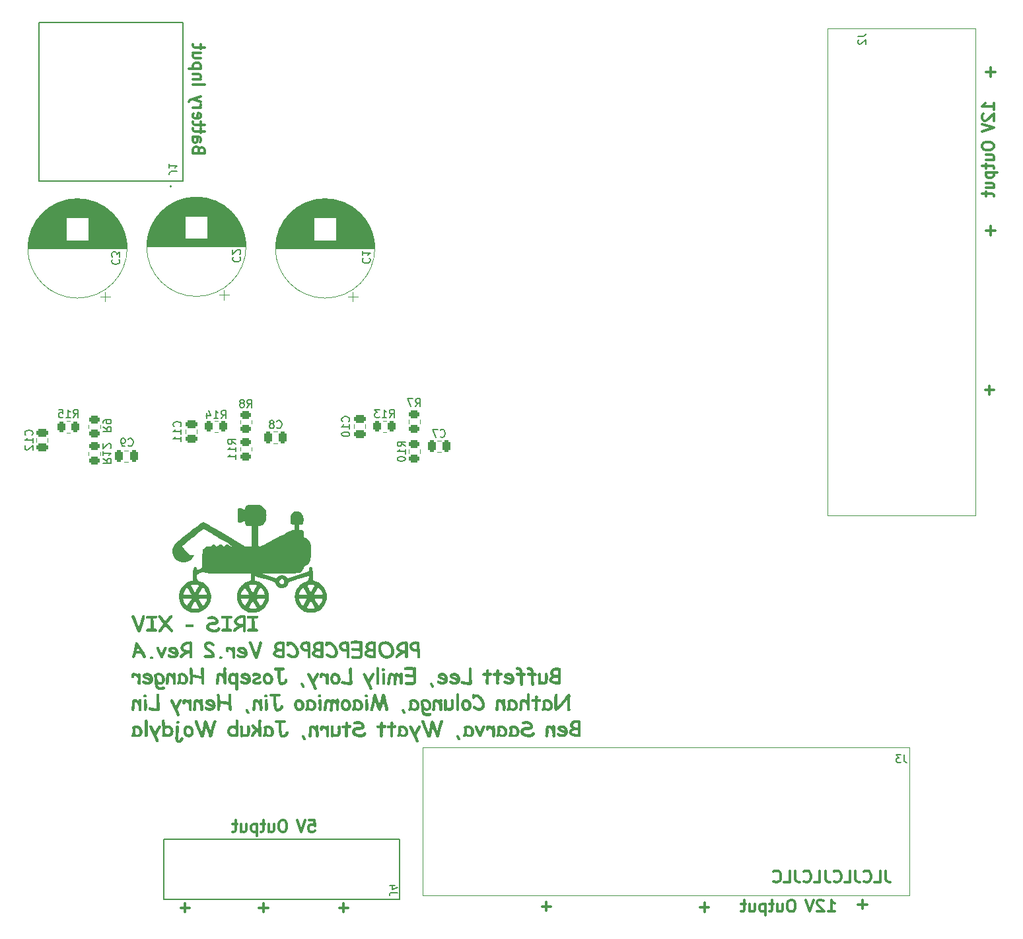
<source format=gbo>
G04 #@! TF.GenerationSoftware,KiCad,Pcbnew,(7.0.0-0)*
G04 #@! TF.CreationDate,2023-12-24T21:08:26+08:00*
G04 #@! TF.ProjectId,Power Distribution Board Ver.2,506f7765-7220-4446-9973-747269627574,rev?*
G04 #@! TF.SameCoordinates,Original*
G04 #@! TF.FileFunction,Legend,Bot*
G04 #@! TF.FilePolarity,Positive*
%FSLAX46Y46*%
G04 Gerber Fmt 4.6, Leading zero omitted, Abs format (unit mm)*
G04 Created by KiCad (PCBNEW (7.0.0-0)) date 2023-12-24 21:08:26*
%MOMM*%
%LPD*%
G01*
G04 APERTURE LIST*
G04 Aperture macros list*
%AMRoundRect*
0 Rectangle with rounded corners*
0 $1 Rounding radius*
0 $2 $3 $4 $5 $6 $7 $8 $9 X,Y pos of 4 corners*
0 Add a 4 corners polygon primitive as box body*
4,1,4,$2,$3,$4,$5,$6,$7,$8,$9,$2,$3,0*
0 Add four circle primitives for the rounded corners*
1,1,$1+$1,$2,$3*
1,1,$1+$1,$4,$5*
1,1,$1+$1,$6,$7*
1,1,$1+$1,$8,$9*
0 Add four rect primitives between the rounded corners*
20,1,$1+$1,$2,$3,$4,$5,0*
20,1,$1+$1,$4,$5,$6,$7,0*
20,1,$1+$1,$6,$7,$8,$9,0*
20,1,$1+$1,$8,$9,$2,$3,0*%
%AMHorizOval*
0 Thick line with rounded ends*
0 $1 width*
0 $2 $3 position (X,Y) of the first rounded end (center of the circle)*
0 $4 $5 position (X,Y) of the second rounded end (center of the circle)*
0 Add line between two ends*
20,1,$1,$2,$3,$4,$5,0*
0 Add two circle primitives to create the rounded ends*
1,1,$1,$2,$3*
1,1,$1,$4,$5*%
G04 Aperture macros list end*
%ADD10C,0.300000*%
%ADD11C,0.150000*%
%ADD12C,0.120000*%
%ADD13C,0.127000*%
%ADD14C,0.200000*%
%ADD15C,0.800000*%
%ADD16C,7.000000*%
%ADD17C,1.950000*%
%ADD18C,1.350000*%
%ADD19HorizOval,2.100000X1.039230X-0.600000X-1.039230X0.600000X0*%
%ADD20HorizOval,2.100000X1.039230X0.600000X-1.039230X-0.600000X0*%
%ADD21RoundRect,0.250000X-0.262500X-0.450000X0.262500X-0.450000X0.262500X0.450000X-0.262500X0.450000X0*%
%ADD22RoundRect,0.250000X-0.250000X-0.475000X0.250000X-0.475000X0.250000X0.475000X-0.250000X0.475000X0*%
%ADD23RoundRect,0.250000X-0.450000X0.262500X-0.450000X-0.262500X0.450000X-0.262500X0.450000X0.262500X0*%
%ADD24RoundRect,0.250000X0.450000X-0.262500X0.450000X0.262500X-0.450000X0.262500X-0.450000X-0.262500X0*%
%ADD25R,2.400000X2.400000*%
%ADD26C,2.400000*%
%ADD27R,2.124000X2.124000*%
%ADD28C,2.124000*%
%ADD29RoundRect,0.250000X-0.475000X0.250000X-0.475000X-0.250000X0.475000X-0.250000X0.475000X0.250000X0*%
%ADD30R,1.950000X1.950000*%
%ADD31C,2.300000*%
G04 APERTURE END LIST*
D10*
X43276142Y-48037857D02*
X43204714Y-47823571D01*
X43204714Y-47823571D02*
X43133285Y-47752142D01*
X43133285Y-47752142D02*
X42990428Y-47680714D01*
X42990428Y-47680714D02*
X42776142Y-47680714D01*
X42776142Y-47680714D02*
X42633285Y-47752142D01*
X42633285Y-47752142D02*
X42561857Y-47823571D01*
X42561857Y-47823571D02*
X42490428Y-47966428D01*
X42490428Y-47966428D02*
X42490428Y-48537857D01*
X42490428Y-48537857D02*
X43990428Y-48537857D01*
X43990428Y-48537857D02*
X43990428Y-48037857D01*
X43990428Y-48037857D02*
X43919000Y-47895000D01*
X43919000Y-47895000D02*
X43847571Y-47823571D01*
X43847571Y-47823571D02*
X43704714Y-47752142D01*
X43704714Y-47752142D02*
X43561857Y-47752142D01*
X43561857Y-47752142D02*
X43419000Y-47823571D01*
X43419000Y-47823571D02*
X43347571Y-47895000D01*
X43347571Y-47895000D02*
X43276142Y-48037857D01*
X43276142Y-48037857D02*
X43276142Y-48537857D01*
X42490428Y-46395000D02*
X43276142Y-46395000D01*
X43276142Y-46395000D02*
X43419000Y-46466428D01*
X43419000Y-46466428D02*
X43490428Y-46609285D01*
X43490428Y-46609285D02*
X43490428Y-46895000D01*
X43490428Y-46895000D02*
X43419000Y-47037857D01*
X42561857Y-46395000D02*
X42490428Y-46537857D01*
X42490428Y-46537857D02*
X42490428Y-46895000D01*
X42490428Y-46895000D02*
X42561857Y-47037857D01*
X42561857Y-47037857D02*
X42704714Y-47109285D01*
X42704714Y-47109285D02*
X42847571Y-47109285D01*
X42847571Y-47109285D02*
X42990428Y-47037857D01*
X42990428Y-47037857D02*
X43061857Y-46895000D01*
X43061857Y-46895000D02*
X43061857Y-46537857D01*
X43061857Y-46537857D02*
X43133285Y-46395000D01*
X43490428Y-45894999D02*
X43490428Y-45323571D01*
X43990428Y-45680714D02*
X42704714Y-45680714D01*
X42704714Y-45680714D02*
X42561857Y-45609285D01*
X42561857Y-45609285D02*
X42490428Y-45466428D01*
X42490428Y-45466428D02*
X42490428Y-45323571D01*
X43490428Y-45037856D02*
X43490428Y-44466428D01*
X43990428Y-44823571D02*
X42704714Y-44823571D01*
X42704714Y-44823571D02*
X42561857Y-44752142D01*
X42561857Y-44752142D02*
X42490428Y-44609285D01*
X42490428Y-44609285D02*
X42490428Y-44466428D01*
X42561857Y-43394999D02*
X42490428Y-43537856D01*
X42490428Y-43537856D02*
X42490428Y-43823571D01*
X42490428Y-43823571D02*
X42561857Y-43966428D01*
X42561857Y-43966428D02*
X42704714Y-44037856D01*
X42704714Y-44037856D02*
X43276142Y-44037856D01*
X43276142Y-44037856D02*
X43419000Y-43966428D01*
X43419000Y-43966428D02*
X43490428Y-43823571D01*
X43490428Y-43823571D02*
X43490428Y-43537856D01*
X43490428Y-43537856D02*
X43419000Y-43394999D01*
X43419000Y-43394999D02*
X43276142Y-43323571D01*
X43276142Y-43323571D02*
X43133285Y-43323571D01*
X43133285Y-43323571D02*
X42990428Y-44037856D01*
X42490428Y-42680714D02*
X43490428Y-42680714D01*
X43204714Y-42680714D02*
X43347571Y-42609285D01*
X43347571Y-42609285D02*
X43419000Y-42537857D01*
X43419000Y-42537857D02*
X43490428Y-42394999D01*
X43490428Y-42394999D02*
X43490428Y-42252142D01*
X43490428Y-41895000D02*
X42490428Y-41537857D01*
X43490428Y-41180714D02*
X42490428Y-41537857D01*
X42490428Y-41537857D02*
X42133285Y-41680714D01*
X42133285Y-41680714D02*
X42061857Y-41752143D01*
X42061857Y-41752143D02*
X41990428Y-41895000D01*
X42490428Y-39709286D02*
X43990428Y-39709286D01*
X43490428Y-38995000D02*
X42490428Y-38995000D01*
X43347571Y-38995000D02*
X43419000Y-38923571D01*
X43419000Y-38923571D02*
X43490428Y-38780714D01*
X43490428Y-38780714D02*
X43490428Y-38566428D01*
X43490428Y-38566428D02*
X43419000Y-38423571D01*
X43419000Y-38423571D02*
X43276142Y-38352143D01*
X43276142Y-38352143D02*
X42490428Y-38352143D01*
X43490428Y-37637857D02*
X41990428Y-37637857D01*
X43419000Y-37637857D02*
X43490428Y-37495000D01*
X43490428Y-37495000D02*
X43490428Y-37209285D01*
X43490428Y-37209285D02*
X43419000Y-37066428D01*
X43419000Y-37066428D02*
X43347571Y-36995000D01*
X43347571Y-36995000D02*
X43204714Y-36923571D01*
X43204714Y-36923571D02*
X42776142Y-36923571D01*
X42776142Y-36923571D02*
X42633285Y-36995000D01*
X42633285Y-36995000D02*
X42561857Y-37066428D01*
X42561857Y-37066428D02*
X42490428Y-37209285D01*
X42490428Y-37209285D02*
X42490428Y-37495000D01*
X42490428Y-37495000D02*
X42561857Y-37637857D01*
X43490428Y-35637857D02*
X42490428Y-35637857D01*
X43490428Y-36280714D02*
X42704714Y-36280714D01*
X42704714Y-36280714D02*
X42561857Y-36209285D01*
X42561857Y-36209285D02*
X42490428Y-36066428D01*
X42490428Y-36066428D02*
X42490428Y-35852142D01*
X42490428Y-35852142D02*
X42561857Y-35709285D01*
X42561857Y-35709285D02*
X42633285Y-35637857D01*
X43490428Y-35137856D02*
X43490428Y-34566428D01*
X43990428Y-34923571D02*
X42704714Y-34923571D01*
X42704714Y-34923571D02*
X42561857Y-34852142D01*
X42561857Y-34852142D02*
X42490428Y-34709285D01*
X42490428Y-34709285D02*
X42490428Y-34566428D01*
X42060857Y-145152142D02*
X40918000Y-145152142D01*
X41489428Y-145723571D02*
X41489428Y-144580714D01*
X131294285Y-140413571D02*
X131294285Y-141485000D01*
X131294285Y-141485000D02*
X131365714Y-141699285D01*
X131365714Y-141699285D02*
X131508571Y-141842142D01*
X131508571Y-141842142D02*
X131722857Y-141913571D01*
X131722857Y-141913571D02*
X131865714Y-141913571D01*
X129865714Y-141913571D02*
X130580000Y-141913571D01*
X130580000Y-141913571D02*
X130580000Y-140413571D01*
X128508571Y-141770714D02*
X128579999Y-141842142D01*
X128579999Y-141842142D02*
X128794285Y-141913571D01*
X128794285Y-141913571D02*
X128937142Y-141913571D01*
X128937142Y-141913571D02*
X129151428Y-141842142D01*
X129151428Y-141842142D02*
X129294285Y-141699285D01*
X129294285Y-141699285D02*
X129365714Y-141556428D01*
X129365714Y-141556428D02*
X129437142Y-141270714D01*
X129437142Y-141270714D02*
X129437142Y-141056428D01*
X129437142Y-141056428D02*
X129365714Y-140770714D01*
X129365714Y-140770714D02*
X129294285Y-140627857D01*
X129294285Y-140627857D02*
X129151428Y-140485000D01*
X129151428Y-140485000D02*
X128937142Y-140413571D01*
X128937142Y-140413571D02*
X128794285Y-140413571D01*
X128794285Y-140413571D02*
X128579999Y-140485000D01*
X128579999Y-140485000D02*
X128508571Y-140556428D01*
X127437142Y-140413571D02*
X127437142Y-141485000D01*
X127437142Y-141485000D02*
X127508571Y-141699285D01*
X127508571Y-141699285D02*
X127651428Y-141842142D01*
X127651428Y-141842142D02*
X127865714Y-141913571D01*
X127865714Y-141913571D02*
X128008571Y-141913571D01*
X126008571Y-141913571D02*
X126722857Y-141913571D01*
X126722857Y-141913571D02*
X126722857Y-140413571D01*
X124651428Y-141770714D02*
X124722856Y-141842142D01*
X124722856Y-141842142D02*
X124937142Y-141913571D01*
X124937142Y-141913571D02*
X125079999Y-141913571D01*
X125079999Y-141913571D02*
X125294285Y-141842142D01*
X125294285Y-141842142D02*
X125437142Y-141699285D01*
X125437142Y-141699285D02*
X125508571Y-141556428D01*
X125508571Y-141556428D02*
X125579999Y-141270714D01*
X125579999Y-141270714D02*
X125579999Y-141056428D01*
X125579999Y-141056428D02*
X125508571Y-140770714D01*
X125508571Y-140770714D02*
X125437142Y-140627857D01*
X125437142Y-140627857D02*
X125294285Y-140485000D01*
X125294285Y-140485000D02*
X125079999Y-140413571D01*
X125079999Y-140413571D02*
X124937142Y-140413571D01*
X124937142Y-140413571D02*
X124722856Y-140485000D01*
X124722856Y-140485000D02*
X124651428Y-140556428D01*
X123579999Y-140413571D02*
X123579999Y-141485000D01*
X123579999Y-141485000D02*
X123651428Y-141699285D01*
X123651428Y-141699285D02*
X123794285Y-141842142D01*
X123794285Y-141842142D02*
X124008571Y-141913571D01*
X124008571Y-141913571D02*
X124151428Y-141913571D01*
X122151428Y-141913571D02*
X122865714Y-141913571D01*
X122865714Y-141913571D02*
X122865714Y-140413571D01*
X120794285Y-141770714D02*
X120865713Y-141842142D01*
X120865713Y-141842142D02*
X121079999Y-141913571D01*
X121079999Y-141913571D02*
X121222856Y-141913571D01*
X121222856Y-141913571D02*
X121437142Y-141842142D01*
X121437142Y-141842142D02*
X121579999Y-141699285D01*
X121579999Y-141699285D02*
X121651428Y-141556428D01*
X121651428Y-141556428D02*
X121722856Y-141270714D01*
X121722856Y-141270714D02*
X121722856Y-141056428D01*
X121722856Y-141056428D02*
X121651428Y-140770714D01*
X121651428Y-140770714D02*
X121579999Y-140627857D01*
X121579999Y-140627857D02*
X121437142Y-140485000D01*
X121437142Y-140485000D02*
X121222856Y-140413571D01*
X121222856Y-140413571D02*
X121079999Y-140413571D01*
X121079999Y-140413571D02*
X120865713Y-140485000D01*
X120865713Y-140485000D02*
X120794285Y-140556428D01*
X119722856Y-140413571D02*
X119722856Y-141485000D01*
X119722856Y-141485000D02*
X119794285Y-141699285D01*
X119794285Y-141699285D02*
X119937142Y-141842142D01*
X119937142Y-141842142D02*
X120151428Y-141913571D01*
X120151428Y-141913571D02*
X120294285Y-141913571D01*
X118294285Y-141913571D02*
X119008571Y-141913571D01*
X119008571Y-141913571D02*
X119008571Y-140413571D01*
X116937142Y-141770714D02*
X117008570Y-141842142D01*
X117008570Y-141842142D02*
X117222856Y-141913571D01*
X117222856Y-141913571D02*
X117365713Y-141913571D01*
X117365713Y-141913571D02*
X117579999Y-141842142D01*
X117579999Y-141842142D02*
X117722856Y-141699285D01*
X117722856Y-141699285D02*
X117794285Y-141556428D01*
X117794285Y-141556428D02*
X117865713Y-141270714D01*
X117865713Y-141270714D02*
X117865713Y-141056428D01*
X117865713Y-141056428D02*
X117794285Y-140770714D01*
X117794285Y-140770714D02*
X117722856Y-140627857D01*
X117722856Y-140627857D02*
X117579999Y-140485000D01*
X117579999Y-140485000D02*
X117365713Y-140413571D01*
X117365713Y-140413571D02*
X117222856Y-140413571D01*
X117222856Y-140413571D02*
X117008570Y-140485000D01*
X117008570Y-140485000D02*
X116937142Y-140556428D01*
X62380857Y-145152142D02*
X61238000Y-145152142D01*
X61809428Y-145723571D02*
X61809428Y-144580714D01*
X88379857Y-144996142D02*
X87237000Y-144996142D01*
X87808428Y-145567571D02*
X87808428Y-144424714D01*
X145195857Y-78839142D02*
X144053000Y-78839142D01*
X144624428Y-79410571D02*
X144624428Y-78267714D01*
X123897142Y-145653571D02*
X124754285Y-145653571D01*
X124325714Y-145653571D02*
X124325714Y-144153571D01*
X124325714Y-144153571D02*
X124468571Y-144367857D01*
X124468571Y-144367857D02*
X124611428Y-144510714D01*
X124611428Y-144510714D02*
X124754285Y-144582142D01*
X123325714Y-144296428D02*
X123254286Y-144225000D01*
X123254286Y-144225000D02*
X123111429Y-144153571D01*
X123111429Y-144153571D02*
X122754286Y-144153571D01*
X122754286Y-144153571D02*
X122611429Y-144225000D01*
X122611429Y-144225000D02*
X122540000Y-144296428D01*
X122540000Y-144296428D02*
X122468571Y-144439285D01*
X122468571Y-144439285D02*
X122468571Y-144582142D01*
X122468571Y-144582142D02*
X122540000Y-144796428D01*
X122540000Y-144796428D02*
X123397143Y-145653571D01*
X123397143Y-145653571D02*
X122468571Y-145653571D01*
X122040000Y-144153571D02*
X121540000Y-145653571D01*
X121540000Y-145653571D02*
X121040000Y-144153571D01*
X119354286Y-144153571D02*
X119068572Y-144153571D01*
X119068572Y-144153571D02*
X118925715Y-144225000D01*
X118925715Y-144225000D02*
X118782858Y-144367857D01*
X118782858Y-144367857D02*
X118711429Y-144653571D01*
X118711429Y-144653571D02*
X118711429Y-145153571D01*
X118711429Y-145153571D02*
X118782858Y-145439285D01*
X118782858Y-145439285D02*
X118925715Y-145582142D01*
X118925715Y-145582142D02*
X119068572Y-145653571D01*
X119068572Y-145653571D02*
X119354286Y-145653571D01*
X119354286Y-145653571D02*
X119497144Y-145582142D01*
X119497144Y-145582142D02*
X119640001Y-145439285D01*
X119640001Y-145439285D02*
X119711429Y-145153571D01*
X119711429Y-145153571D02*
X119711429Y-144653571D01*
X119711429Y-144653571D02*
X119640001Y-144367857D01*
X119640001Y-144367857D02*
X119497144Y-144225000D01*
X119497144Y-144225000D02*
X119354286Y-144153571D01*
X117425715Y-144653571D02*
X117425715Y-145653571D01*
X118068572Y-144653571D02*
X118068572Y-145439285D01*
X118068572Y-145439285D02*
X117997143Y-145582142D01*
X117997143Y-145582142D02*
X117854286Y-145653571D01*
X117854286Y-145653571D02*
X117640000Y-145653571D01*
X117640000Y-145653571D02*
X117497143Y-145582142D01*
X117497143Y-145582142D02*
X117425715Y-145510714D01*
X116925714Y-144653571D02*
X116354286Y-144653571D01*
X116711429Y-144153571D02*
X116711429Y-145439285D01*
X116711429Y-145439285D02*
X116640000Y-145582142D01*
X116640000Y-145582142D02*
X116497143Y-145653571D01*
X116497143Y-145653571D02*
X116354286Y-145653571D01*
X115854286Y-144653571D02*
X115854286Y-146153571D01*
X115854286Y-144725000D02*
X115711429Y-144653571D01*
X115711429Y-144653571D02*
X115425714Y-144653571D01*
X115425714Y-144653571D02*
X115282857Y-144725000D01*
X115282857Y-144725000D02*
X115211429Y-144796428D01*
X115211429Y-144796428D02*
X115140000Y-144939285D01*
X115140000Y-144939285D02*
X115140000Y-145367857D01*
X115140000Y-145367857D02*
X115211429Y-145510714D01*
X115211429Y-145510714D02*
X115282857Y-145582142D01*
X115282857Y-145582142D02*
X115425714Y-145653571D01*
X115425714Y-145653571D02*
X115711429Y-145653571D01*
X115711429Y-145653571D02*
X115854286Y-145582142D01*
X113854286Y-144653571D02*
X113854286Y-145653571D01*
X114497143Y-144653571D02*
X114497143Y-145439285D01*
X114497143Y-145439285D02*
X114425714Y-145582142D01*
X114425714Y-145582142D02*
X114282857Y-145653571D01*
X114282857Y-145653571D02*
X114068571Y-145653571D01*
X114068571Y-145653571D02*
X113925714Y-145582142D01*
X113925714Y-145582142D02*
X113854286Y-145510714D01*
X113354285Y-144653571D02*
X112782857Y-144653571D01*
X113140000Y-144153571D02*
X113140000Y-145439285D01*
X113140000Y-145439285D02*
X113068571Y-145582142D01*
X113068571Y-145582142D02*
X112925714Y-145653571D01*
X112925714Y-145653571D02*
X112782857Y-145653571D01*
X108636357Y-145123142D02*
X107493500Y-145123142D01*
X108064928Y-145694571D02*
X108064928Y-144551714D01*
G36*
X49601082Y-108134056D02*
G01*
X49622911Y-108133568D01*
X49644372Y-108132560D01*
X49670195Y-108131003D01*
X49689834Y-108129660D01*
X49711411Y-108128072D01*
X49734927Y-108126240D01*
X49760382Y-108124164D01*
X49787775Y-108121844D01*
X49817107Y-108119279D01*
X49848378Y-108116471D01*
X49881587Y-108113418D01*
X49916735Y-108110120D01*
X49953822Y-108106579D01*
X49992848Y-108102793D01*
X49995154Y-108135634D01*
X49997313Y-108169799D01*
X49999322Y-108205289D01*
X50001182Y-108242103D01*
X50002894Y-108280241D01*
X50003694Y-108299807D01*
X50004457Y-108319703D01*
X50005182Y-108339931D01*
X50005871Y-108360490D01*
X50006522Y-108381380D01*
X50007136Y-108402601D01*
X50007712Y-108424153D01*
X50008252Y-108446036D01*
X50008754Y-108468250D01*
X50009219Y-108490796D01*
X50009647Y-108513672D01*
X50010038Y-108536879D01*
X50010392Y-108560418D01*
X50010708Y-108584287D01*
X50010987Y-108608488D01*
X50011229Y-108633019D01*
X50011433Y-108657882D01*
X50011601Y-108683076D01*
X50011731Y-108708601D01*
X50011824Y-108734456D01*
X50011880Y-108760643D01*
X50011898Y-108787161D01*
X50013364Y-109415842D01*
X49990501Y-109415369D01*
X49967584Y-109414927D01*
X49944613Y-109414514D01*
X49921590Y-109414133D01*
X49898513Y-109413782D01*
X49875382Y-109413461D01*
X49852198Y-109413171D01*
X49828961Y-109412912D01*
X49805670Y-109412683D01*
X49782325Y-109412484D01*
X49758928Y-109412316D01*
X49735477Y-109412179D01*
X49711972Y-109412072D01*
X49688414Y-109411996D01*
X49664803Y-109411950D01*
X49641138Y-109411935D01*
X49620942Y-109412812D01*
X49596942Y-109416378D01*
X49574326Y-109422687D01*
X49553093Y-109431739D01*
X49533244Y-109443534D01*
X49514777Y-109458071D01*
X49504362Y-109468110D01*
X49488741Y-109486061D01*
X49475768Y-109505109D01*
X49465443Y-109525255D01*
X49457765Y-109546497D01*
X49452735Y-109568837D01*
X49450352Y-109592274D01*
X49450140Y-109601956D01*
X49451464Y-109625960D01*
X49455435Y-109648820D01*
X49462054Y-109670534D01*
X49471320Y-109691104D01*
X49483234Y-109710529D01*
X49497796Y-109728809D01*
X49504362Y-109735801D01*
X49521998Y-109751703D01*
X49541017Y-109764909D01*
X49561420Y-109775421D01*
X49583206Y-109783237D01*
X49606376Y-109788358D01*
X49625908Y-109790514D01*
X49641138Y-109791000D01*
X49661631Y-109791030D01*
X49684521Y-109791122D01*
X49709808Y-109791274D01*
X49730346Y-109791429D01*
X49752232Y-109791618D01*
X49775466Y-109791841D01*
X49800048Y-109792099D01*
X49825979Y-109792391D01*
X49853257Y-109792717D01*
X49872192Y-109792953D01*
X49900364Y-109793303D01*
X49927181Y-109793617D01*
X49952640Y-109793898D01*
X49976743Y-109794144D01*
X49999489Y-109794356D01*
X50020878Y-109794533D01*
X50040911Y-109794676D01*
X50065511Y-109794814D01*
X50087699Y-109794890D01*
X50102757Y-109794907D01*
X50126883Y-109795121D01*
X50146832Y-109795562D01*
X50168368Y-109796243D01*
X50191494Y-109797165D01*
X50216208Y-109798327D01*
X50242510Y-109799729D01*
X50270401Y-109801372D01*
X50299880Y-109803256D01*
X50320416Y-109804645D01*
X50341657Y-109806141D01*
X50363605Y-109807743D01*
X50374843Y-109808585D01*
X50397144Y-109810241D01*
X50418738Y-109811791D01*
X50439627Y-109813233D01*
X50459809Y-109814569D01*
X50488759Y-109816372D01*
X50516121Y-109817935D01*
X50541894Y-109819257D01*
X50566078Y-109820339D01*
X50588674Y-109821181D01*
X50609681Y-109821782D01*
X50635220Y-109822209D01*
X50646930Y-109822263D01*
X50667126Y-109821339D01*
X50691125Y-109817587D01*
X50713742Y-109810949D01*
X50734975Y-109801425D01*
X50754824Y-109789015D01*
X50773290Y-109773719D01*
X50783706Y-109763156D01*
X50796414Y-109747883D01*
X50809917Y-109727740D01*
X50820772Y-109706429D01*
X50828979Y-109683948D01*
X50834539Y-109660299D01*
X50837081Y-109640538D01*
X50837928Y-109620030D01*
X50837081Y-109599399D01*
X50834539Y-109579516D01*
X50830303Y-109560381D01*
X50822625Y-109537514D01*
X50812299Y-109515816D01*
X50799326Y-109495287D01*
X50787042Y-109479705D01*
X50783706Y-109475926D01*
X50769708Y-109461844D01*
X50750965Y-109446882D01*
X50730839Y-109434853D01*
X50709329Y-109425759D01*
X50686436Y-109419598D01*
X50662160Y-109416371D01*
X50646930Y-109415842D01*
X50622567Y-109415842D01*
X50596372Y-109415842D01*
X50575523Y-109415842D01*
X50553644Y-109415842D01*
X50530735Y-109415842D01*
X50506796Y-109415842D01*
X50481826Y-109415842D01*
X50455825Y-109415842D01*
X50428794Y-109415842D01*
X50400733Y-109415842D01*
X50401088Y-109394736D01*
X50401420Y-109371352D01*
X50401729Y-109345689D01*
X50402015Y-109317748D01*
X50402279Y-109287529D01*
X50402519Y-109255031D01*
X50402737Y-109220255D01*
X50402931Y-109183201D01*
X50403103Y-109143869D01*
X50403180Y-109123348D01*
X50403252Y-109102258D01*
X50403318Y-109080598D01*
X50403378Y-109058368D01*
X50403432Y-109035569D01*
X50403481Y-109012201D01*
X50403524Y-108988262D01*
X50403561Y-108963755D01*
X50403592Y-108938677D01*
X50403618Y-108913030D01*
X50403638Y-108886814D01*
X50403653Y-108860028D01*
X50403661Y-108832672D01*
X50403664Y-108804747D01*
X50403637Y-108781790D01*
X50403557Y-108758900D01*
X50403424Y-108736075D01*
X50403237Y-108713316D01*
X50402996Y-108690623D01*
X50402702Y-108667996D01*
X50402355Y-108645434D01*
X50401954Y-108622939D01*
X50401500Y-108600509D01*
X50400993Y-108578145D01*
X50400432Y-108555847D01*
X50399817Y-108533614D01*
X50399149Y-108511448D01*
X50398428Y-108489347D01*
X50397653Y-108467313D01*
X50396825Y-108445344D01*
X50395944Y-108423440D01*
X50395009Y-108401603D01*
X50394020Y-108379832D01*
X50392978Y-108358126D01*
X50391883Y-108336486D01*
X50390734Y-108314912D01*
X50389532Y-108293404D01*
X50388277Y-108271962D01*
X50386968Y-108250585D01*
X50385605Y-108229274D01*
X50384189Y-108208030D01*
X50382720Y-108186851D01*
X50381197Y-108165737D01*
X50379621Y-108144690D01*
X50377992Y-108123709D01*
X50376309Y-108102793D01*
X50674285Y-108102793D01*
X50694504Y-108101976D01*
X50718597Y-108098658D01*
X50741377Y-108092789D01*
X50762846Y-108084366D01*
X50783004Y-108073392D01*
X50801849Y-108059866D01*
X50812527Y-108050525D01*
X50828569Y-108033430D01*
X50841893Y-108015119D01*
X50852497Y-107995592D01*
X50860383Y-107974848D01*
X50865549Y-107952887D01*
X50867996Y-107929711D01*
X50868214Y-107920099D01*
X50866866Y-107895945D01*
X50862823Y-107873245D01*
X50856085Y-107852000D01*
X50846652Y-107832210D01*
X50834523Y-107813875D01*
X50819699Y-107796995D01*
X50813015Y-107790651D01*
X50796567Y-107777396D01*
X50778974Y-107766026D01*
X50760236Y-107756540D01*
X50740353Y-107748938D01*
X50719325Y-107743221D01*
X50697152Y-107739388D01*
X50687963Y-107738383D01*
X50663768Y-107736462D01*
X50636431Y-107734730D01*
X50616461Y-107733681D01*
X50595093Y-107732715D01*
X50572329Y-107731834D01*
X50548168Y-107731036D01*
X50522610Y-107730323D01*
X50495656Y-107729693D01*
X50467305Y-107729147D01*
X50437557Y-107728685D01*
X50406412Y-107728308D01*
X50373870Y-107728014D01*
X50339932Y-107727804D01*
X50304597Y-107727678D01*
X50267865Y-107727636D01*
X50233555Y-107727758D01*
X50198034Y-107728124D01*
X50161305Y-107728735D01*
X50123365Y-107729590D01*
X50084215Y-107730689D01*
X50064187Y-107731330D01*
X50043856Y-107732032D01*
X50023223Y-107732796D01*
X50002287Y-107733620D01*
X49981049Y-107734505D01*
X49959508Y-107735452D01*
X49937665Y-107736459D01*
X49915520Y-107737528D01*
X49893072Y-107738657D01*
X49870322Y-107739848D01*
X49847269Y-107741100D01*
X49823914Y-107742413D01*
X49800256Y-107743786D01*
X49776296Y-107745221D01*
X49752033Y-107746717D01*
X49727468Y-107748274D01*
X49702601Y-107749893D01*
X49677431Y-107751572D01*
X49651958Y-107753312D01*
X49626184Y-107755113D01*
X49600106Y-107756976D01*
X49573727Y-107758899D01*
X49553260Y-107762397D01*
X49534114Y-107767028D01*
X49507870Y-107776100D01*
X49484597Y-107787722D01*
X49464296Y-107801894D01*
X49446965Y-107818616D01*
X49432605Y-107837889D01*
X49421216Y-107859712D01*
X49412798Y-107884085D01*
X49407352Y-107911009D01*
X49404876Y-107940483D01*
X49404711Y-107950874D01*
X49405787Y-107972512D01*
X49409016Y-107992975D01*
X49414397Y-108012263D01*
X49421930Y-108030375D01*
X49434373Y-108051362D01*
X49446750Y-108066830D01*
X49461278Y-108081122D01*
X49473587Y-108091069D01*
X49491512Y-108103453D01*
X49510176Y-108113738D01*
X49529579Y-108121924D01*
X49549722Y-108128011D01*
X49570605Y-108131999D01*
X49592226Y-108133888D01*
X49601082Y-108134056D01*
G37*
G36*
X49041462Y-107664609D02*
G01*
X49062588Y-107666758D01*
X49082769Y-107670745D01*
X49102006Y-107676570D01*
X49120299Y-107684232D01*
X49137646Y-107693732D01*
X49154050Y-107705069D01*
X49169509Y-107718244D01*
X49184023Y-107733256D01*
X49197593Y-107750106D01*
X49210187Y-107768806D01*
X49221101Y-107788025D01*
X49230337Y-107807763D01*
X49237893Y-107828020D01*
X49243770Y-107848796D01*
X49247968Y-107870091D01*
X49250487Y-107891905D01*
X49251326Y-107914237D01*
X49254257Y-109038732D01*
X49254260Y-109045366D01*
X49254303Y-109066484D01*
X49254397Y-109089421D01*
X49254543Y-109114180D01*
X49254741Y-109140758D01*
X49254990Y-109169157D01*
X49255185Y-109189101D01*
X49255402Y-109209854D01*
X49255642Y-109231416D01*
X49255906Y-109253787D01*
X49256192Y-109276968D01*
X49256501Y-109300957D01*
X49256833Y-109325755D01*
X49257188Y-109351362D01*
X49257338Y-109364267D01*
X49257625Y-109389470D01*
X49257892Y-109413864D01*
X49258140Y-109437448D01*
X49258369Y-109460224D01*
X49258579Y-109482191D01*
X49258769Y-109503348D01*
X49258941Y-109523697D01*
X49259094Y-109543236D01*
X49259287Y-109571028D01*
X49259437Y-109597000D01*
X49259545Y-109621151D01*
X49259609Y-109643483D01*
X49259631Y-109663993D01*
X49259417Y-109673849D01*
X49257013Y-109697636D01*
X49251937Y-109720207D01*
X49244190Y-109741562D01*
X49233771Y-109761700D01*
X49220681Y-109780622D01*
X49204920Y-109798327D01*
X49194330Y-109808191D01*
X49175611Y-109822476D01*
X49155556Y-109834066D01*
X49134166Y-109842960D01*
X49111440Y-109849159D01*
X49087378Y-109852663D01*
X49067167Y-109853526D01*
X49052020Y-109853006D01*
X49027844Y-109849831D01*
X49005004Y-109843771D01*
X48983499Y-109834824D01*
X48963330Y-109822991D01*
X48944496Y-109808272D01*
X48930391Y-109794419D01*
X48926995Y-109790699D01*
X48914489Y-109775304D01*
X48901282Y-109754901D01*
X48890771Y-109733210D01*
X48882955Y-109710231D01*
X48878642Y-109690921D01*
X48876055Y-109670786D01*
X48875192Y-109649827D01*
X48875207Y-109646456D01*
X48875562Y-109625386D01*
X48876139Y-109601620D01*
X48876671Y-109581983D01*
X48877322Y-109559312D01*
X48878091Y-109533608D01*
X48878978Y-109504869D01*
X48879984Y-109473096D01*
X48881108Y-109438290D01*
X48882350Y-109400449D01*
X48883015Y-109380391D01*
X48883710Y-109359575D01*
X48884435Y-109338000D01*
X48885189Y-109315667D01*
X48885973Y-109292575D01*
X48886786Y-109268724D01*
X48887629Y-109244115D01*
X48888502Y-109218748D01*
X48889404Y-109192622D01*
X48890335Y-109165738D01*
X48859244Y-109176344D01*
X48828315Y-109187462D01*
X48797546Y-109199093D01*
X48766939Y-109211236D01*
X48736493Y-109223891D01*
X48706209Y-109237059D01*
X48676085Y-109250739D01*
X48646123Y-109264931D01*
X48616322Y-109279636D01*
X48586682Y-109294853D01*
X48557204Y-109310582D01*
X48527887Y-109326824D01*
X48498731Y-109343578D01*
X48469736Y-109360844D01*
X48440902Y-109378623D01*
X48412230Y-109396914D01*
X48383719Y-109415717D01*
X48355369Y-109435033D01*
X48327180Y-109454861D01*
X48299153Y-109475201D01*
X48271287Y-109496054D01*
X48243582Y-109517419D01*
X48216039Y-109539296D01*
X48188656Y-109561686D01*
X48161435Y-109584588D01*
X48134375Y-109608002D01*
X48107476Y-109631929D01*
X48080739Y-109656368D01*
X48054163Y-109681320D01*
X48027748Y-109706783D01*
X48001494Y-109732760D01*
X47975402Y-109759248D01*
X47959701Y-109774017D01*
X47943620Y-109786817D01*
X47927156Y-109797647D01*
X47906040Y-109808417D01*
X47884328Y-109816109D01*
X47862019Y-109820724D01*
X47839114Y-109822263D01*
X47819552Y-109821339D01*
X47796065Y-109817587D01*
X47773651Y-109810949D01*
X47752311Y-109801425D01*
X47732044Y-109789015D01*
X47716603Y-109777009D01*
X47701850Y-109763156D01*
X47698303Y-109759439D01*
X47685244Y-109744124D01*
X47673986Y-109728092D01*
X47662446Y-109707043D01*
X47653721Y-109684873D01*
X47647811Y-109661581D01*
X47645109Y-109642141D01*
X47644208Y-109621983D01*
X47644395Y-109613061D01*
X47646499Y-109591222D01*
X47650940Y-109570051D01*
X47657719Y-109549548D01*
X47666835Y-109529713D01*
X47678289Y-109510546D01*
X47692080Y-109492046D01*
X47715802Y-109463932D01*
X47740928Y-109435886D01*
X47767459Y-109407908D01*
X47781251Y-109393946D01*
X47795395Y-109380000D01*
X47809889Y-109366071D01*
X47824734Y-109352160D01*
X47839931Y-109338266D01*
X47855478Y-109324389D01*
X47871377Y-109310529D01*
X47887627Y-109296686D01*
X47904228Y-109282861D01*
X47921180Y-109269053D01*
X47938483Y-109255261D01*
X47956137Y-109241487D01*
X47974142Y-109227731D01*
X47992499Y-109213991D01*
X48011206Y-109200269D01*
X48030265Y-109186563D01*
X48049674Y-109172875D01*
X48069435Y-109159204D01*
X48089547Y-109145551D01*
X48110010Y-109131914D01*
X48130824Y-109118295D01*
X48151989Y-109104692D01*
X48173505Y-109091107D01*
X48195373Y-109077539D01*
X48217591Y-109063989D01*
X48240161Y-109050455D01*
X48209926Y-109038566D01*
X48180650Y-109026344D01*
X48152331Y-109013790D01*
X48124970Y-109000904D01*
X48098567Y-108987687D01*
X48073122Y-108974137D01*
X48048634Y-108960255D01*
X48025105Y-108946041D01*
X48002534Y-108931496D01*
X47980920Y-108916618D01*
X47960264Y-108901408D01*
X47940566Y-108885866D01*
X47921827Y-108869992D01*
X47904045Y-108853786D01*
X47887220Y-108837248D01*
X47871354Y-108820378D01*
X47856448Y-108803121D01*
X47842503Y-108785543D01*
X47829520Y-108767645D01*
X47817499Y-108749426D01*
X47806439Y-108730886D01*
X47796341Y-108712026D01*
X47787205Y-108692845D01*
X47779030Y-108673344D01*
X47771818Y-108653522D01*
X47765566Y-108633380D01*
X47760277Y-108612917D01*
X47755949Y-108592133D01*
X47752583Y-108571029D01*
X47750179Y-108549605D01*
X47748737Y-108527859D01*
X47748490Y-108516540D01*
X48134648Y-108516540D01*
X48135564Y-108524707D01*
X48142891Y-108543880D01*
X48153195Y-108560744D01*
X48164930Y-108576425D01*
X48179528Y-108593584D01*
X48193266Y-108608376D01*
X48207982Y-108623145D01*
X48223064Y-108637166D01*
X48238512Y-108650439D01*
X48254327Y-108662964D01*
X48270508Y-108674741D01*
X48287055Y-108685770D01*
X48303969Y-108696051D01*
X48321249Y-108705584D01*
X48342203Y-108715995D01*
X48364519Y-108725734D01*
X48388197Y-108734802D01*
X48413237Y-108743198D01*
X48439640Y-108750922D01*
X48467406Y-108757974D01*
X48496534Y-108764355D01*
X48527024Y-108770064D01*
X48558877Y-108775102D01*
X48592092Y-108779468D01*
X48626669Y-108783162D01*
X48662609Y-108786184D01*
X48699912Y-108788535D01*
X48738577Y-108790214D01*
X48758420Y-108790802D01*
X48778604Y-108791222D01*
X48799128Y-108791474D01*
X48819993Y-108791558D01*
X48839052Y-108791442D01*
X48859958Y-108791096D01*
X48880566Y-108790581D01*
X48880566Y-108040267D01*
X48853671Y-108042026D01*
X48829223Y-108043638D01*
X48807223Y-108045105D01*
X48781695Y-108046834D01*
X48760519Y-108048303D01*
X48740166Y-108049775D01*
X48719854Y-108051502D01*
X48694344Y-108054645D01*
X48668983Y-108058699D01*
X48643770Y-108063666D01*
X48618707Y-108069545D01*
X48593792Y-108076336D01*
X48569026Y-108084040D01*
X48544409Y-108092655D01*
X48519941Y-108102182D01*
X48495622Y-108112622D01*
X48471451Y-108123973D01*
X48447430Y-108136237D01*
X48423557Y-108149413D01*
X48399833Y-108163501D01*
X48376258Y-108178501D01*
X48352831Y-108194413D01*
X48329554Y-108211237D01*
X48305952Y-108229660D01*
X48283873Y-108248171D01*
X48263316Y-108266770D01*
X48244282Y-108285456D01*
X48226771Y-108304230D01*
X48210783Y-108323092D01*
X48196317Y-108342042D01*
X48183374Y-108361080D01*
X48171954Y-108380205D01*
X48162057Y-108399418D01*
X48153682Y-108418719D01*
X48146830Y-108438108D01*
X48141500Y-108457584D01*
X48137693Y-108477149D01*
X48135409Y-108496801D01*
X48134648Y-108516540D01*
X47748490Y-108516540D01*
X47748256Y-108505794D01*
X47748829Y-108478941D01*
X47750547Y-108452362D01*
X47753412Y-108426055D01*
X47757423Y-108400021D01*
X47762579Y-108374260D01*
X47768881Y-108348772D01*
X47776329Y-108323557D01*
X47784923Y-108298615D01*
X47794662Y-108273945D01*
X47805548Y-108249549D01*
X47817579Y-108225425D01*
X47830756Y-108201574D01*
X47845079Y-108177996D01*
X47860548Y-108154691D01*
X47877163Y-108131658D01*
X47894924Y-108108899D01*
X47913830Y-108086412D01*
X47933882Y-108064199D01*
X47955080Y-108042258D01*
X47977424Y-108020590D01*
X48000914Y-107999195D01*
X48025550Y-107978073D01*
X48051331Y-107957223D01*
X48078258Y-107936647D01*
X48106332Y-107916343D01*
X48135551Y-107896312D01*
X48165915Y-107876554D01*
X48197426Y-107857069D01*
X48230083Y-107837857D01*
X48263885Y-107818918D01*
X48298833Y-107800251D01*
X48334927Y-107781858D01*
X48360709Y-107769522D01*
X48387495Y-107757975D01*
X48405910Y-107750717D01*
X48424772Y-107743809D01*
X48444081Y-107737253D01*
X48463836Y-107731048D01*
X48484037Y-107725193D01*
X48504685Y-107719690D01*
X48525780Y-107714538D01*
X48547321Y-107709738D01*
X48569309Y-107705288D01*
X48591743Y-107701189D01*
X48614623Y-107697441D01*
X48637950Y-107694045D01*
X48661724Y-107691000D01*
X48666145Y-107690523D01*
X48686240Y-107688832D01*
X48705933Y-107687279D01*
X48731354Y-107685323D01*
X48751483Y-107683794D01*
X48774158Y-107682087D01*
X48799378Y-107680199D01*
X48827143Y-107678133D01*
X48857454Y-107675887D01*
X48890311Y-107673462D01*
X48925712Y-107670857D01*
X48963660Y-107668073D01*
X48983588Y-107666614D01*
X49004152Y-107665110D01*
X49019391Y-107664297D01*
X49041462Y-107664609D01*
G37*
G36*
X46279379Y-108134056D02*
G01*
X46301208Y-108133568D01*
X46322669Y-108132560D01*
X46348492Y-108131003D01*
X46368131Y-108129660D01*
X46389708Y-108128072D01*
X46413224Y-108126240D01*
X46438679Y-108124164D01*
X46466072Y-108121844D01*
X46495404Y-108119279D01*
X46526675Y-108116471D01*
X46559885Y-108113418D01*
X46595033Y-108110120D01*
X46632119Y-108106579D01*
X46671145Y-108102793D01*
X46673452Y-108135634D01*
X46675610Y-108169799D01*
X46677619Y-108205289D01*
X46679480Y-108242103D01*
X46681191Y-108280241D01*
X46681991Y-108299807D01*
X46682754Y-108319703D01*
X46683480Y-108339931D01*
X46684168Y-108360490D01*
X46684819Y-108381380D01*
X46685433Y-108402601D01*
X46686010Y-108424153D01*
X46686549Y-108446036D01*
X46687052Y-108468250D01*
X46687517Y-108490796D01*
X46687945Y-108513672D01*
X46688335Y-108536879D01*
X46688689Y-108560418D01*
X46689005Y-108584287D01*
X46689284Y-108608488D01*
X46689526Y-108633019D01*
X46689731Y-108657882D01*
X46689898Y-108683076D01*
X46690028Y-108708601D01*
X46690121Y-108734456D01*
X46690177Y-108760643D01*
X46690196Y-108787161D01*
X46691661Y-109415842D01*
X46668798Y-109415369D01*
X46645881Y-109414927D01*
X46622911Y-109414514D01*
X46599887Y-109414133D01*
X46576810Y-109413782D01*
X46553679Y-109413461D01*
X46530495Y-109413171D01*
X46507258Y-109412912D01*
X46483967Y-109412683D01*
X46460623Y-109412484D01*
X46437225Y-109412316D01*
X46413774Y-109412179D01*
X46390269Y-109412072D01*
X46366711Y-109411996D01*
X46343100Y-109411950D01*
X46319435Y-109411935D01*
X46299239Y-109412812D01*
X46275240Y-109416378D01*
X46252623Y-109422687D01*
X46231390Y-109431739D01*
X46211541Y-109443534D01*
X46193075Y-109458071D01*
X46182659Y-109468110D01*
X46167039Y-109486061D01*
X46154066Y-109505109D01*
X46143740Y-109525255D01*
X46136062Y-109546497D01*
X46131032Y-109568837D01*
X46128649Y-109592274D01*
X46128437Y-109601956D01*
X46129761Y-109625960D01*
X46133732Y-109648820D01*
X46140351Y-109670534D01*
X46149618Y-109691104D01*
X46161532Y-109710529D01*
X46176093Y-109728809D01*
X46182659Y-109735801D01*
X46200295Y-109751703D01*
X46219315Y-109764909D01*
X46239717Y-109775421D01*
X46261504Y-109783237D01*
X46284673Y-109788358D01*
X46304205Y-109790514D01*
X46319435Y-109791000D01*
X46339929Y-109791030D01*
X46362819Y-109791122D01*
X46388106Y-109791274D01*
X46408643Y-109791429D01*
X46430529Y-109791618D01*
X46453763Y-109791841D01*
X46478346Y-109792099D01*
X46504276Y-109792391D01*
X46531554Y-109792717D01*
X46550489Y-109792953D01*
X46578662Y-109793303D01*
X46605478Y-109793617D01*
X46630937Y-109793898D01*
X46655040Y-109794144D01*
X46677786Y-109794356D01*
X46699175Y-109794533D01*
X46719208Y-109794676D01*
X46743808Y-109794814D01*
X46765996Y-109794890D01*
X46781054Y-109794907D01*
X46805181Y-109795121D01*
X46825129Y-109795562D01*
X46846666Y-109796243D01*
X46869791Y-109797165D01*
X46894505Y-109798327D01*
X46920807Y-109799729D01*
X46948698Y-109801372D01*
X46978178Y-109803256D01*
X46998713Y-109804645D01*
X47019955Y-109806141D01*
X47041902Y-109807743D01*
X47053141Y-109808585D01*
X47075441Y-109810241D01*
X47097036Y-109811791D01*
X47117924Y-109813233D01*
X47138107Y-109814569D01*
X47167057Y-109816372D01*
X47194418Y-109817935D01*
X47220191Y-109819257D01*
X47244375Y-109820339D01*
X47266971Y-109821181D01*
X47287978Y-109821782D01*
X47313517Y-109822209D01*
X47325227Y-109822263D01*
X47345423Y-109821339D01*
X47369423Y-109817587D01*
X47392039Y-109810949D01*
X47413272Y-109801425D01*
X47433121Y-109789015D01*
X47451588Y-109773719D01*
X47462003Y-109763156D01*
X47474711Y-109747883D01*
X47488214Y-109727740D01*
X47499069Y-109706429D01*
X47507276Y-109683948D01*
X47512836Y-109660299D01*
X47515378Y-109640538D01*
X47516225Y-109620030D01*
X47515378Y-109599399D01*
X47512836Y-109579516D01*
X47508600Y-109560381D01*
X47500922Y-109537514D01*
X47490597Y-109515816D01*
X47477624Y-109495287D01*
X47465339Y-109479705D01*
X47462003Y-109475926D01*
X47448005Y-109461844D01*
X47429262Y-109446882D01*
X47409136Y-109434853D01*
X47387626Y-109425759D01*
X47364733Y-109419598D01*
X47340457Y-109416371D01*
X47325227Y-109415842D01*
X47300864Y-109415842D01*
X47274669Y-109415842D01*
X47253820Y-109415842D01*
X47231942Y-109415842D01*
X47209032Y-109415842D01*
X47185093Y-109415842D01*
X47160123Y-109415842D01*
X47134122Y-109415842D01*
X47107092Y-109415842D01*
X47079030Y-109415842D01*
X47079385Y-109394736D01*
X47079717Y-109371352D01*
X47080026Y-109345689D01*
X47080313Y-109317748D01*
X47080576Y-109287529D01*
X47080816Y-109255031D01*
X47081034Y-109220255D01*
X47081229Y-109183201D01*
X47081400Y-109143869D01*
X47081478Y-109123348D01*
X47081549Y-109102258D01*
X47081615Y-109080598D01*
X47081675Y-109058368D01*
X47081729Y-109035569D01*
X47081778Y-109012201D01*
X47081821Y-108988262D01*
X47081858Y-108963755D01*
X47081890Y-108938677D01*
X47081915Y-108913030D01*
X47081936Y-108886814D01*
X47081950Y-108860028D01*
X47081958Y-108832672D01*
X47081961Y-108804747D01*
X47081935Y-108781790D01*
X47081854Y-108758900D01*
X47081721Y-108736075D01*
X47081534Y-108713316D01*
X47081293Y-108690623D01*
X47081000Y-108667996D01*
X47080652Y-108645434D01*
X47080252Y-108622939D01*
X47079797Y-108600509D01*
X47079290Y-108578145D01*
X47078729Y-108555847D01*
X47078114Y-108533614D01*
X47077447Y-108511448D01*
X47076725Y-108489347D01*
X47075951Y-108467313D01*
X47075122Y-108445344D01*
X47074241Y-108423440D01*
X47073306Y-108401603D01*
X47072318Y-108379832D01*
X47071276Y-108358126D01*
X47070180Y-108336486D01*
X47069032Y-108314912D01*
X47067830Y-108293404D01*
X47066574Y-108271962D01*
X47065265Y-108250585D01*
X47063903Y-108229274D01*
X47062487Y-108208030D01*
X47061017Y-108186851D01*
X47059495Y-108165737D01*
X47057919Y-108144690D01*
X47056289Y-108123709D01*
X47054606Y-108102793D01*
X47352582Y-108102793D01*
X47372801Y-108101976D01*
X47396894Y-108098658D01*
X47419675Y-108092789D01*
X47441144Y-108084366D01*
X47461301Y-108073392D01*
X47480146Y-108059866D01*
X47490824Y-108050525D01*
X47506867Y-108033430D01*
X47520190Y-108015119D01*
X47530795Y-107995592D01*
X47538680Y-107974848D01*
X47543846Y-107952887D01*
X47546294Y-107929711D01*
X47546511Y-107920099D01*
X47545164Y-107895945D01*
X47541121Y-107873245D01*
X47534383Y-107852000D01*
X47524949Y-107832210D01*
X47512820Y-107813875D01*
X47497997Y-107796995D01*
X47491312Y-107790651D01*
X47474864Y-107777396D01*
X47457271Y-107766026D01*
X47438533Y-107756540D01*
X47418650Y-107748938D01*
X47397622Y-107743221D01*
X47375450Y-107739388D01*
X47366260Y-107738383D01*
X47342066Y-107736462D01*
X47314729Y-107734730D01*
X47294758Y-107733681D01*
X47273390Y-107732715D01*
X47250626Y-107731834D01*
X47226465Y-107731036D01*
X47200908Y-107730323D01*
X47173953Y-107729693D01*
X47145602Y-107729147D01*
X47115854Y-107728685D01*
X47084709Y-107728308D01*
X47052167Y-107728014D01*
X47018229Y-107727804D01*
X46982894Y-107727678D01*
X46946162Y-107727636D01*
X46911852Y-107727758D01*
X46876332Y-107728124D01*
X46839602Y-107728735D01*
X46801662Y-107729590D01*
X46762513Y-107730689D01*
X46742484Y-107731330D01*
X46722153Y-107732032D01*
X46701520Y-107732796D01*
X46680584Y-107733620D01*
X46659346Y-107734505D01*
X46637806Y-107735452D01*
X46615963Y-107736459D01*
X46593817Y-107737528D01*
X46571369Y-107738657D01*
X46548619Y-107739848D01*
X46525566Y-107741100D01*
X46502211Y-107742413D01*
X46478553Y-107743786D01*
X46454593Y-107745221D01*
X46430330Y-107746717D01*
X46405765Y-107748274D01*
X46380898Y-107749893D01*
X46355728Y-107751572D01*
X46330256Y-107753312D01*
X46304481Y-107755113D01*
X46278404Y-107756976D01*
X46252024Y-107758899D01*
X46231557Y-107762397D01*
X46212411Y-107767028D01*
X46186167Y-107776100D01*
X46162895Y-107787722D01*
X46142593Y-107801894D01*
X46125262Y-107818616D01*
X46110902Y-107837889D01*
X46099514Y-107859712D01*
X46091096Y-107884085D01*
X46085649Y-107911009D01*
X46083173Y-107940483D01*
X46083008Y-107950874D01*
X46084084Y-107972512D01*
X46087313Y-107992975D01*
X46092694Y-108012263D01*
X46100227Y-108030375D01*
X46112671Y-108051362D01*
X46125047Y-108066830D01*
X46139576Y-108081122D01*
X46151885Y-108091069D01*
X46169809Y-108103453D01*
X46188473Y-108113738D01*
X46207877Y-108121924D01*
X46228020Y-108128011D01*
X46248902Y-108131999D01*
X46270524Y-108133888D01*
X46279379Y-108134056D01*
G37*
G36*
X45279938Y-109884789D02*
G01*
X45301592Y-109884637D01*
X45322957Y-109884180D01*
X45344033Y-109883419D01*
X45364820Y-109882354D01*
X45385317Y-109880984D01*
X45405526Y-109879310D01*
X45425446Y-109877332D01*
X45445076Y-109875050D01*
X45483470Y-109869571D01*
X45520708Y-109862876D01*
X45556789Y-109854963D01*
X45591714Y-109845832D01*
X45625482Y-109835484D01*
X45658094Y-109823919D01*
X45689550Y-109811136D01*
X45719849Y-109797136D01*
X45748993Y-109781919D01*
X45776979Y-109765484D01*
X45803810Y-109747831D01*
X45829484Y-109728962D01*
X45849951Y-109712622D01*
X45869097Y-109695966D01*
X45886923Y-109678993D01*
X45903428Y-109661703D01*
X45918614Y-109644097D01*
X45932478Y-109626174D01*
X45945022Y-109607934D01*
X45956246Y-109589377D01*
X45966149Y-109570504D01*
X45974732Y-109551313D01*
X45981995Y-109531806D01*
X45987937Y-109511983D01*
X45992558Y-109491842D01*
X45995859Y-109471385D01*
X45997840Y-109450611D01*
X45998500Y-109429520D01*
X45997683Y-109408248D01*
X45995233Y-109387907D01*
X45991150Y-109368498D01*
X45983749Y-109345545D01*
X45973795Y-109324047D01*
X45961290Y-109304005D01*
X45946232Y-109285417D01*
X45928932Y-109268952D01*
X45909701Y-109255278D01*
X45888537Y-109244394D01*
X45865441Y-109236301D01*
X45845573Y-109231836D01*
X45824469Y-109229157D01*
X45802129Y-109228264D01*
X45779536Y-109229320D01*
X45758102Y-109232489D01*
X45737828Y-109237769D01*
X45718712Y-109245163D01*
X45700756Y-109254668D01*
X45683959Y-109266286D01*
X45668321Y-109280016D01*
X45653843Y-109295858D01*
X45640523Y-109313813D01*
X45628363Y-109333880D01*
X45620901Y-109348431D01*
X45610356Y-109367952D01*
X45598262Y-109386213D01*
X45584619Y-109403214D01*
X45569426Y-109418957D01*
X45552684Y-109433439D01*
X45534393Y-109446663D01*
X45514552Y-109458627D01*
X45493162Y-109469332D01*
X45470222Y-109478777D01*
X45445733Y-109486963D01*
X45419694Y-109493890D01*
X45392106Y-109499557D01*
X45362969Y-109503965D01*
X45332282Y-109507113D01*
X45300046Y-109509002D01*
X45266260Y-109509632D01*
X45236825Y-109509260D01*
X45207504Y-109508143D01*
X45178298Y-109506283D01*
X45149207Y-109503678D01*
X45120229Y-109500330D01*
X45091367Y-109496237D01*
X45062619Y-109491399D01*
X45033985Y-109485818D01*
X45005466Y-109479493D01*
X44977061Y-109472423D01*
X44948771Y-109464609D01*
X44920595Y-109456051D01*
X44892534Y-109446749D01*
X44864587Y-109436702D01*
X44836755Y-109425912D01*
X44809037Y-109414377D01*
X44781236Y-109402150D01*
X44755228Y-109389770D01*
X44731013Y-109377237D01*
X44708592Y-109364551D01*
X44687965Y-109351713D01*
X44669132Y-109338723D01*
X44652092Y-109325579D01*
X44636846Y-109312284D01*
X44617340Y-109292053D01*
X44601870Y-109271480D01*
X44590435Y-109250563D01*
X44583036Y-109229302D01*
X44579673Y-109207698D01*
X44579449Y-109200420D01*
X44580006Y-109180879D01*
X44582931Y-109153163D01*
X44588364Y-109127361D01*
X44596304Y-109103474D01*
X44606751Y-109081503D01*
X44619705Y-109061446D01*
X44635167Y-109043303D01*
X44653136Y-109027076D01*
X44673612Y-109012764D01*
X44696596Y-109000366D01*
X44722087Y-108989883D01*
X44743024Y-108983280D01*
X44767550Y-108977209D01*
X44795666Y-108971671D01*
X44816404Y-108968274D01*
X44838737Y-108965114D01*
X44862665Y-108962191D01*
X44888188Y-108959504D01*
X44915307Y-108957054D01*
X44944021Y-108954841D01*
X44974330Y-108952864D01*
X45006234Y-108951124D01*
X45039733Y-108949620D01*
X45074828Y-108948353D01*
X45111518Y-108947323D01*
X45130461Y-108946896D01*
X45159944Y-108945852D01*
X45189041Y-108944187D01*
X45217753Y-108941899D01*
X45246079Y-108938989D01*
X45274020Y-108935457D01*
X45301576Y-108931303D01*
X45328746Y-108926527D01*
X45355531Y-108921129D01*
X45381930Y-108915108D01*
X45407944Y-108908466D01*
X45433572Y-108901202D01*
X45458815Y-108893315D01*
X45483672Y-108884807D01*
X45508144Y-108875677D01*
X45532231Y-108865924D01*
X45555932Y-108855549D01*
X45586733Y-108840561D01*
X45615512Y-108824782D01*
X45642268Y-108808214D01*
X45667001Y-108790856D01*
X45689712Y-108772707D01*
X45710400Y-108753769D01*
X45729066Y-108734040D01*
X45745709Y-108713522D01*
X45760329Y-108692214D01*
X45772926Y-108670116D01*
X45783501Y-108647227D01*
X45792054Y-108623549D01*
X45798583Y-108599081D01*
X45803090Y-108573823D01*
X45805575Y-108547775D01*
X45806037Y-108520937D01*
X45804464Y-108486861D01*
X45800724Y-108453144D01*
X45794817Y-108419786D01*
X45786741Y-108386786D01*
X45776499Y-108354146D01*
X45764088Y-108321864D01*
X45749510Y-108289940D01*
X45732764Y-108258376D01*
X45713850Y-108227170D01*
X45692769Y-108196323D01*
X45669520Y-108165834D01*
X45657083Y-108150725D01*
X45644104Y-108135705D01*
X45630583Y-108120774D01*
X45616519Y-108105934D01*
X45601915Y-108091183D01*
X45586768Y-108076522D01*
X45571079Y-108061950D01*
X45554848Y-108047468D01*
X45538076Y-108033076D01*
X45520761Y-108018773D01*
X45503089Y-108004708D01*
X45485304Y-107991090D01*
X45467406Y-107977918D01*
X45449396Y-107965193D01*
X45431274Y-107952914D01*
X45413038Y-107941081D01*
X45394691Y-107929695D01*
X45376230Y-107918756D01*
X45357657Y-107908263D01*
X45338972Y-107898217D01*
X45320174Y-107888617D01*
X45301263Y-107879463D01*
X45282240Y-107870757D01*
X45263104Y-107862496D01*
X45243855Y-107854682D01*
X45224494Y-107847315D01*
X45205021Y-107840394D01*
X45185435Y-107833920D01*
X45165736Y-107827892D01*
X45145925Y-107822311D01*
X45126001Y-107817176D01*
X45105964Y-107812487D01*
X45085815Y-107808246D01*
X45065553Y-107804450D01*
X45045179Y-107801102D01*
X45024692Y-107798199D01*
X45004093Y-107795743D01*
X44983381Y-107793734D01*
X44962556Y-107792171D01*
X44941619Y-107791055D01*
X44920570Y-107790385D01*
X44899407Y-107790162D01*
X44873574Y-107790720D01*
X44846634Y-107792395D01*
X44818585Y-107795185D01*
X44789429Y-107799092D01*
X44769377Y-107802317D01*
X44748831Y-107806038D01*
X44727794Y-107810255D01*
X44706265Y-107814968D01*
X44684243Y-107820177D01*
X44661728Y-107825883D01*
X44638722Y-107832084D01*
X44615223Y-107838782D01*
X44591232Y-107845975D01*
X44566748Y-107853665D01*
X44536995Y-107863590D01*
X44509161Y-107873701D01*
X44483246Y-107883999D01*
X44459251Y-107894484D01*
X44437176Y-107905157D01*
X44417020Y-107916016D01*
X44398784Y-107927062D01*
X44382467Y-107938295D01*
X44361592Y-107955496D01*
X44345035Y-107973117D01*
X44332798Y-107991159D01*
X44324879Y-108009622D01*
X44321040Y-108034893D01*
X44322245Y-108057374D01*
X44325858Y-108079019D01*
X44331881Y-108099830D01*
X44340312Y-108119806D01*
X44351153Y-108138947D01*
X44364403Y-108157253D01*
X44370377Y-108164342D01*
X44384665Y-108179226D01*
X44399931Y-108192125D01*
X44416173Y-108203039D01*
X44437849Y-108213892D01*
X44461052Y-108221644D01*
X44480714Y-108225613D01*
X44501352Y-108227597D01*
X44512038Y-108227845D01*
X44533750Y-108227082D01*
X44553370Y-108225372D01*
X44574989Y-108222686D01*
X44598608Y-108219022D01*
X44624227Y-108214381D01*
X44644754Y-108210260D01*
X44666405Y-108205589D01*
X44689181Y-108200368D01*
X44704990Y-108196582D01*
X44728529Y-108190995D01*
X44750969Y-108185958D01*
X44772309Y-108181470D01*
X44792551Y-108177531D01*
X44817830Y-108173135D01*
X44841155Y-108169715D01*
X44862527Y-108167273D01*
X44886493Y-108165594D01*
X44899407Y-108165319D01*
X44921502Y-108165810D01*
X44943455Y-108166914D01*
X44965267Y-108168634D01*
X44986938Y-108170967D01*
X45008467Y-108173915D01*
X45029856Y-108177478D01*
X45051103Y-108181655D01*
X45072209Y-108186446D01*
X45093174Y-108191852D01*
X45113997Y-108197872D01*
X45134680Y-108204507D01*
X45155221Y-108211756D01*
X45175621Y-108219619D01*
X45195880Y-108228097D01*
X45215997Y-108237189D01*
X45235974Y-108246896D01*
X45255967Y-108257210D01*
X45274671Y-108267634D01*
X45292085Y-108278169D01*
X45315787Y-108294179D01*
X45336587Y-108310438D01*
X45354484Y-108326945D01*
X45369479Y-108343702D01*
X45381572Y-108360708D01*
X45390763Y-108377963D01*
X45398502Y-108401357D01*
X45401082Y-108425193D01*
X45398698Y-108446341D01*
X45391545Y-108465759D01*
X45379624Y-108483447D01*
X45365611Y-108497231D01*
X45351256Y-108507748D01*
X45330620Y-108519168D01*
X45310720Y-108527661D01*
X45288364Y-108535225D01*
X45268710Y-108540606D01*
X45247484Y-108545392D01*
X45224685Y-108549582D01*
X45200314Y-108553177D01*
X45178338Y-108554337D01*
X45156374Y-108555497D01*
X45134420Y-108556657D01*
X45112479Y-108557817D01*
X45090548Y-108558978D01*
X45068629Y-108560138D01*
X45046722Y-108561298D01*
X45024826Y-108562458D01*
X45002941Y-108563618D01*
X44981068Y-108564778D01*
X44959207Y-108565938D01*
X44937356Y-108567099D01*
X44915518Y-108568259D01*
X44893690Y-108569419D01*
X44871875Y-108570579D01*
X44850070Y-108571739D01*
X44812407Y-108575162D01*
X44775744Y-108579570D01*
X44740081Y-108584963D01*
X44705417Y-108591340D01*
X44671754Y-108598701D01*
X44639090Y-108607048D01*
X44607426Y-108616378D01*
X44576762Y-108626694D01*
X44547098Y-108637994D01*
X44518434Y-108650279D01*
X44490770Y-108663548D01*
X44464105Y-108677802D01*
X44438441Y-108693040D01*
X44413776Y-108709263D01*
X44390111Y-108726471D01*
X44367446Y-108744663D01*
X44343844Y-108765920D01*
X44321765Y-108788169D01*
X44301209Y-108811410D01*
X44282175Y-108835644D01*
X44264664Y-108860869D01*
X44248676Y-108887087D01*
X44234210Y-108914297D01*
X44221267Y-108942500D01*
X44209847Y-108971695D01*
X44199949Y-109001881D01*
X44191574Y-109033061D01*
X44184722Y-109065232D01*
X44179393Y-109098395D01*
X44175586Y-109132551D01*
X44173302Y-109167699D01*
X44172540Y-109203840D01*
X44172935Y-109225989D01*
X44174119Y-109247800D01*
X44176091Y-109269273D01*
X44178853Y-109290409D01*
X44182403Y-109311206D01*
X44186743Y-109331666D01*
X44191871Y-109351789D01*
X44197789Y-109371573D01*
X44204496Y-109391020D01*
X44211991Y-109410129D01*
X44220276Y-109428901D01*
X44229350Y-109447335D01*
X44239213Y-109465430D01*
X44249864Y-109483189D01*
X44261305Y-109500609D01*
X44273535Y-109517692D01*
X44286554Y-109534437D01*
X44300362Y-109550844D01*
X44314958Y-109566913D01*
X44330344Y-109582645D01*
X44346519Y-109598039D01*
X44363483Y-109613095D01*
X44381236Y-109627814D01*
X44399778Y-109642195D01*
X44419109Y-109656238D01*
X44439229Y-109669943D01*
X44460138Y-109683310D01*
X44481836Y-109696340D01*
X44504323Y-109709032D01*
X44527599Y-109721386D01*
X44551664Y-109733403D01*
X44576518Y-109745082D01*
X44595838Y-109753677D01*
X44615330Y-109761999D01*
X44634993Y-109770049D01*
X44654829Y-109777826D01*
X44674835Y-109785329D01*
X44695014Y-109792560D01*
X44715364Y-109799518D01*
X44735887Y-109806204D01*
X44756580Y-109812616D01*
X44777446Y-109818755D01*
X44798483Y-109824622D01*
X44819692Y-109830216D01*
X44841073Y-109835537D01*
X44862626Y-109840585D01*
X44884350Y-109845360D01*
X44906246Y-109849862D01*
X44928314Y-109854091D01*
X44950553Y-109858048D01*
X44972964Y-109861732D01*
X44995547Y-109865142D01*
X45018302Y-109868280D01*
X45041228Y-109871146D01*
X45064326Y-109873738D01*
X45087596Y-109876057D01*
X45111038Y-109878104D01*
X45134651Y-109879877D01*
X45158436Y-109881378D01*
X45182393Y-109882606D01*
X45206522Y-109883561D01*
X45230822Y-109884243D01*
X45255294Y-109884652D01*
X45279938Y-109884789D01*
G37*
G36*
X41710084Y-109197001D02*
G01*
X41734930Y-109197001D01*
X41762085Y-109197001D01*
X41791549Y-109197001D01*
X41823321Y-109197001D01*
X41857403Y-109197001D01*
X41893793Y-109197001D01*
X41932492Y-109197001D01*
X41952707Y-109197001D01*
X41973500Y-109197001D01*
X41994870Y-109197001D01*
X42016817Y-109197001D01*
X42039341Y-109197001D01*
X42062443Y-109197001D01*
X42086121Y-109197001D01*
X42110377Y-109197001D01*
X42135210Y-109197001D01*
X42160621Y-109197001D01*
X42186608Y-109197001D01*
X42213173Y-109197001D01*
X42240315Y-109197001D01*
X42268034Y-109197001D01*
X42296330Y-109197001D01*
X42325204Y-109197001D01*
X42354655Y-109197001D01*
X42384683Y-109197001D01*
X42405611Y-109196375D01*
X42425899Y-109194497D01*
X42445545Y-109191368D01*
X42469201Y-109185696D01*
X42491856Y-109178068D01*
X42513509Y-109168485D01*
X42534159Y-109156945D01*
X42551905Y-109144313D01*
X42567285Y-109130597D01*
X42580298Y-109115798D01*
X42593238Y-109095774D01*
X42602481Y-109074057D01*
X42608026Y-109050646D01*
X42609801Y-109030699D01*
X42609875Y-109025542D01*
X42608692Y-109005438D01*
X42603886Y-108981811D01*
X42595382Y-108959853D01*
X42583182Y-108939564D01*
X42567285Y-108920945D01*
X42551905Y-108907253D01*
X42534159Y-108894628D01*
X42513509Y-108882667D01*
X42491856Y-108872732D01*
X42469201Y-108864825D01*
X42445545Y-108858946D01*
X42425899Y-108855702D01*
X42405611Y-108853756D01*
X42384683Y-108853107D01*
X42363309Y-108853107D01*
X42340038Y-108853107D01*
X42314869Y-108853107D01*
X42287802Y-108853107D01*
X42258838Y-108853107D01*
X42238474Y-108853107D01*
X42217267Y-108853107D01*
X42195217Y-108853107D01*
X42172323Y-108853107D01*
X42148585Y-108853107D01*
X42124005Y-108853107D01*
X42098580Y-108853107D01*
X42072313Y-108853107D01*
X42058863Y-108853107D01*
X42032174Y-108853107D01*
X42006328Y-108853107D01*
X41981325Y-108853107D01*
X41957166Y-108853107D01*
X41933851Y-108853107D01*
X41911378Y-108853107D01*
X41889750Y-108853107D01*
X41868964Y-108853107D01*
X41849022Y-108853107D01*
X41820690Y-108853107D01*
X41794256Y-108853107D01*
X41769720Y-108853107D01*
X41747081Y-108853107D01*
X41733043Y-108853107D01*
X41712114Y-108853664D01*
X41691827Y-108855336D01*
X41672181Y-108858122D01*
X41648524Y-108863171D01*
X41625870Y-108869962D01*
X41604217Y-108878493D01*
X41583566Y-108888766D01*
X41564218Y-108900940D01*
X41547449Y-108914504D01*
X41533260Y-108929456D01*
X41521651Y-108945797D01*
X41512621Y-108963528D01*
X41506172Y-108982647D01*
X41502302Y-109003156D01*
X41501012Y-109025054D01*
X41502850Y-109053127D01*
X41508362Y-109078726D01*
X41517550Y-109101853D01*
X41530413Y-109122507D01*
X41546951Y-109140688D01*
X41567164Y-109156396D01*
X41591052Y-109169630D01*
X41618615Y-109180392D01*
X41639032Y-109186193D01*
X41661083Y-109190895D01*
X41684767Y-109194497D01*
X41710084Y-109197001D01*
G37*
G36*
X38075751Y-107977741D02*
G01*
X38098083Y-108003544D01*
X38119775Y-108028810D01*
X38140826Y-108053538D01*
X38161236Y-108077728D01*
X38181004Y-108101379D01*
X38200131Y-108124492D01*
X38218617Y-108147068D01*
X38236462Y-108169105D01*
X38253666Y-108190604D01*
X38270229Y-108211565D01*
X38286150Y-108231988D01*
X38301431Y-108251873D01*
X38316070Y-108271219D01*
X38330068Y-108290028D01*
X38343425Y-108308298D01*
X38356141Y-108326031D01*
X38369701Y-108345809D01*
X38384245Y-108366674D01*
X38399773Y-108388628D01*
X38416286Y-108411669D01*
X38433784Y-108435797D01*
X38452266Y-108461013D01*
X38471733Y-108487317D01*
X38492185Y-108514709D01*
X38513621Y-108543188D01*
X38536041Y-108572754D01*
X38559447Y-108603409D01*
X38571519Y-108619144D01*
X38583837Y-108635151D01*
X38596401Y-108651430D01*
X38609211Y-108667980D01*
X38622268Y-108684803D01*
X38635570Y-108701898D01*
X38649119Y-108719264D01*
X38662914Y-108736903D01*
X38676955Y-108754813D01*
X38691243Y-108772995D01*
X38673228Y-108798219D01*
X38655209Y-108823454D01*
X38637187Y-108848701D01*
X38619160Y-108873959D01*
X38601130Y-108899229D01*
X38583096Y-108924510D01*
X38565059Y-108949802D01*
X38547017Y-108975106D01*
X38528972Y-109000422D01*
X38510923Y-109025748D01*
X38492870Y-109051087D01*
X38474813Y-109076437D01*
X38456752Y-109101798D01*
X38438688Y-109127170D01*
X38420620Y-109152554D01*
X38402547Y-109177950D01*
X38381430Y-109207244D01*
X38360576Y-109235897D01*
X38339985Y-109263908D01*
X38319658Y-109291279D01*
X38299593Y-109318008D01*
X38279793Y-109344096D01*
X38260255Y-109369543D01*
X38240981Y-109394349D01*
X38221970Y-109418514D01*
X38203222Y-109442038D01*
X38184738Y-109464920D01*
X38166517Y-109487161D01*
X38148560Y-109508762D01*
X38130865Y-109529721D01*
X38113435Y-109550039D01*
X38096267Y-109569715D01*
X38081631Y-109587943D01*
X38069477Y-109606600D01*
X38059802Y-109625686D01*
X38052609Y-109645202D01*
X38047895Y-109665147D01*
X38045663Y-109685521D01*
X38045464Y-109693791D01*
X38046896Y-109717550D01*
X38051189Y-109740283D01*
X38058344Y-109761990D01*
X38068362Y-109782672D01*
X38081242Y-109802329D01*
X38096984Y-109820959D01*
X38104083Y-109828124D01*
X38118951Y-109841405D01*
X38138481Y-109855516D01*
X38159060Y-109866860D01*
X38180689Y-109875437D01*
X38203367Y-109881247D01*
X38227095Y-109884291D01*
X38241836Y-109884789D01*
X38268124Y-109882020D01*
X38295880Y-109873712D01*
X38315200Y-109865097D01*
X38335173Y-109854020D01*
X38355798Y-109840482D01*
X38377076Y-109824482D01*
X38399006Y-109806020D01*
X38421589Y-109785098D01*
X38444824Y-109761713D01*
X38468712Y-109735867D01*
X38493253Y-109707560D01*
X38505768Y-109692483D01*
X38518446Y-109676791D01*
X38531288Y-109660484D01*
X38544292Y-109643561D01*
X38557460Y-109626023D01*
X38570791Y-109607869D01*
X38584285Y-109589100D01*
X38597942Y-109569715D01*
X38609591Y-109551811D01*
X38622374Y-109532352D01*
X38636290Y-109511339D01*
X38651339Y-109488772D01*
X38667522Y-109464651D01*
X38678941Y-109447706D01*
X38690863Y-109430071D01*
X38703289Y-109411745D01*
X38716218Y-109392729D01*
X38729652Y-109373021D01*
X38743589Y-109352623D01*
X38758030Y-109331534D01*
X38772974Y-109309755D01*
X38780635Y-109298606D01*
X38795969Y-109277342D01*
X38808682Y-109259770D01*
X38822433Y-109240808D01*
X38837224Y-109220455D01*
X38853053Y-109198711D01*
X38869922Y-109175575D01*
X38881745Y-109159379D01*
X38894029Y-109142564D01*
X38906776Y-109125131D01*
X38919984Y-109107080D01*
X38933654Y-109088411D01*
X38947786Y-109069124D01*
X38955025Y-109059248D01*
X38976507Y-109083281D01*
X38998698Y-109107997D01*
X39021600Y-109133397D01*
X39045211Y-109159479D01*
X39069533Y-109186245D01*
X39094564Y-109213693D01*
X39120305Y-109241825D01*
X39146755Y-109270640D01*
X39160247Y-109285304D01*
X39173916Y-109300138D01*
X39187762Y-109315143D01*
X39201786Y-109330319D01*
X39215988Y-109345666D01*
X39230367Y-109361184D01*
X39244923Y-109376872D01*
X39259657Y-109392731D01*
X39274568Y-109408761D01*
X39289657Y-109424962D01*
X39304923Y-109441333D01*
X39320366Y-109457875D01*
X39335987Y-109474588D01*
X39351786Y-109491472D01*
X39367762Y-109508526D01*
X39383915Y-109525752D01*
X39400093Y-109543901D01*
X39417850Y-109563545D01*
X39437187Y-109584682D01*
X39450956Y-109599604D01*
X39465427Y-109615189D01*
X39480601Y-109631439D01*
X39496477Y-109648353D01*
X39513055Y-109665931D01*
X39530335Y-109684173D01*
X39548317Y-109703079D01*
X39567002Y-109722649D01*
X39586389Y-109742883D01*
X39606478Y-109763781D01*
X39627269Y-109785343D01*
X39637928Y-109796373D01*
X39653346Y-109809768D01*
X39669313Y-109821377D01*
X39690045Y-109833377D01*
X39711636Y-109842586D01*
X39734085Y-109849005D01*
X39757393Y-109852633D01*
X39776658Y-109853526D01*
X39796243Y-109852656D01*
X39819823Y-109849121D01*
X39842401Y-109842867D01*
X39863977Y-109833894D01*
X39884552Y-109822202D01*
X39904125Y-109807790D01*
X39915388Y-109797838D01*
X39929241Y-109783703D01*
X39943960Y-109765089D01*
X39955793Y-109745425D01*
X39964740Y-109724712D01*
X39970800Y-109702950D01*
X39973975Y-109680138D01*
X39974494Y-109665947D01*
X39973326Y-109645613D01*
X39969819Y-109625828D01*
X39963976Y-109606592D01*
X39955795Y-109587904D01*
X39945276Y-109569765D01*
X39932420Y-109552174D01*
X39926623Y-109545291D01*
X39910148Y-109528111D01*
X39892230Y-109509359D01*
X39872870Y-109489036D01*
X39859162Y-109474614D01*
X39844813Y-109459494D01*
X39829823Y-109443675D01*
X39814191Y-109427158D01*
X39797918Y-109409943D01*
X39781004Y-109392029D01*
X39763450Y-109373417D01*
X39745253Y-109354107D01*
X39726416Y-109334098D01*
X39706938Y-109313391D01*
X39686818Y-109291985D01*
X39676518Y-109281020D01*
X39653386Y-109256150D01*
X39629295Y-109230142D01*
X39604247Y-109202996D01*
X39578241Y-109174714D01*
X39564879Y-109160146D01*
X39551277Y-109145294D01*
X39537436Y-109130158D01*
X39523355Y-109114737D01*
X39509035Y-109099032D01*
X39494475Y-109083043D01*
X39479676Y-109066769D01*
X39464637Y-109050211D01*
X39449359Y-109033369D01*
X39433842Y-109016242D01*
X39418085Y-108998831D01*
X39402088Y-108981136D01*
X39385852Y-108963156D01*
X39369377Y-108944893D01*
X39352662Y-108926345D01*
X39335708Y-108907512D01*
X39318514Y-108888395D01*
X39301081Y-108868994D01*
X39283408Y-108849309D01*
X39265496Y-108829339D01*
X39247344Y-108809085D01*
X39228953Y-108788547D01*
X39210322Y-108767724D01*
X39191452Y-108746617D01*
X39208852Y-108724511D01*
X39226371Y-108702401D01*
X39244008Y-108680288D01*
X39261763Y-108658171D01*
X39279637Y-108636049D01*
X39297629Y-108613925D01*
X39315739Y-108591796D01*
X39333968Y-108569663D01*
X39352314Y-108547527D01*
X39370780Y-108525386D01*
X39389363Y-108503242D01*
X39408065Y-108481095D01*
X39426885Y-108458943D01*
X39445823Y-108436787D01*
X39464880Y-108414628D01*
X39484055Y-108392465D01*
X39498435Y-108374727D01*
X39511830Y-108357683D01*
X39524591Y-108341324D01*
X39539679Y-108321900D01*
X39557094Y-108299410D01*
X39569997Y-108282714D01*
X39583934Y-108264655D01*
X39598906Y-108245234D01*
X39614911Y-108224450D01*
X39631951Y-108202304D01*
X39640859Y-108190720D01*
X39658490Y-108168167D01*
X39675846Y-108146671D01*
X39692928Y-108126230D01*
X39709735Y-108106846D01*
X39726267Y-108088518D01*
X39742525Y-108071246D01*
X39758507Y-108055030D01*
X39774215Y-108039870D01*
X39789648Y-108025766D01*
X39804807Y-108012719D01*
X39814760Y-108004607D01*
X39833192Y-107988503D01*
X39849167Y-107971696D01*
X39862685Y-107954186D01*
X39873744Y-107935975D01*
X39882346Y-107917062D01*
X39888490Y-107897446D01*
X39892177Y-107877128D01*
X39893406Y-107856108D01*
X39892046Y-107833568D01*
X39887968Y-107811743D01*
X39881170Y-107790634D01*
X39871653Y-107770241D01*
X39859417Y-107750563D01*
X39844462Y-107731601D01*
X39837718Y-107724217D01*
X39823354Y-107710363D01*
X39804153Y-107695644D01*
X39783569Y-107683812D01*
X39761601Y-107674865D01*
X39738251Y-107668804D01*
X39718574Y-107666033D01*
X39698012Y-107665110D01*
X39673804Y-107667674D01*
X39652773Y-107673417D01*
X39630260Y-107682443D01*
X39612404Y-107691366D01*
X39593716Y-107702135D01*
X39574194Y-107714750D01*
X39553839Y-107729212D01*
X39532651Y-107745519D01*
X39510631Y-107763673D01*
X39503106Y-107770134D01*
X39486886Y-107784701D01*
X39471198Y-107799277D01*
X39456042Y-107813862D01*
X39441419Y-107828455D01*
X39427328Y-107843056D01*
X39413770Y-107857667D01*
X39400744Y-107872285D01*
X39384204Y-107891790D01*
X39368611Y-107911311D01*
X39357537Y-107925961D01*
X39342241Y-107946455D01*
X39329607Y-107963237D01*
X39315978Y-107981231D01*
X39301352Y-108000435D01*
X39285730Y-108020849D01*
X39269112Y-108042475D01*
X39251497Y-108065311D01*
X39239201Y-108081208D01*
X39226463Y-108097643D01*
X39213281Y-108114616D01*
X39199657Y-108132127D01*
X39185590Y-108150176D01*
X39169142Y-108169059D01*
X39152770Y-108187973D01*
X39136474Y-108206917D01*
X39120255Y-108225891D01*
X39104112Y-108244896D01*
X39088046Y-108263932D01*
X39072055Y-108282998D01*
X39056141Y-108302095D01*
X39040304Y-108321222D01*
X39024542Y-108340380D01*
X39008857Y-108359568D01*
X38993249Y-108378787D01*
X38977716Y-108398037D01*
X38962260Y-108417317D01*
X38946881Y-108436627D01*
X38931577Y-108455968D01*
X38909966Y-108427270D01*
X38888362Y-108398571D01*
X38866765Y-108369872D01*
X38845177Y-108341174D01*
X38823595Y-108312475D01*
X38802022Y-108283777D01*
X38780456Y-108255078D01*
X38758898Y-108226380D01*
X38737347Y-108197681D01*
X38715804Y-108168983D01*
X38694269Y-108140284D01*
X38672741Y-108111586D01*
X38651221Y-108082887D01*
X38629709Y-108054189D01*
X38608204Y-108025490D01*
X38586707Y-107996792D01*
X38570232Y-107976385D01*
X38554087Y-107956627D01*
X38538271Y-107937516D01*
X38522784Y-107919054D01*
X38507626Y-107901239D01*
X38492797Y-107884072D01*
X38478298Y-107867552D01*
X38464127Y-107851681D01*
X38450286Y-107836457D01*
X38436774Y-107821881D01*
X38410737Y-107794673D01*
X38386017Y-107770056D01*
X38362614Y-107748030D01*
X38340527Y-107728596D01*
X38319757Y-107711753D01*
X38300303Y-107697501D01*
X38282166Y-107685840D01*
X38257430Y-107673207D01*
X38235655Y-107666405D01*
X38222785Y-107665110D01*
X38203200Y-107665988D01*
X38179620Y-107669553D01*
X38157041Y-107675862D01*
X38135465Y-107684914D01*
X38114890Y-107696709D01*
X38095318Y-107711246D01*
X38084055Y-107721286D01*
X38070202Y-107735551D01*
X38055483Y-107754349D01*
X38043650Y-107774220D01*
X38034703Y-107795164D01*
X38028642Y-107817181D01*
X38025468Y-107840272D01*
X38024948Y-107854642D01*
X38026188Y-107874778D01*
X38029909Y-107894580D01*
X38036111Y-107914048D01*
X38044793Y-107933182D01*
X38055955Y-107951982D01*
X38069599Y-107970448D01*
X38075751Y-107977741D01*
G37*
G36*
X36648395Y-108134056D02*
G01*
X36670225Y-108133568D01*
X36691685Y-108132560D01*
X36717508Y-108131003D01*
X36737147Y-108129660D01*
X36758724Y-108128072D01*
X36782240Y-108126240D01*
X36807695Y-108124164D01*
X36835088Y-108121844D01*
X36864421Y-108119279D01*
X36895691Y-108116471D01*
X36928901Y-108113418D01*
X36964049Y-108110120D01*
X37001135Y-108106579D01*
X37040161Y-108102793D01*
X37042468Y-108135634D01*
X37044626Y-108169799D01*
X37046635Y-108205289D01*
X37048496Y-108242103D01*
X37050207Y-108280241D01*
X37051007Y-108299807D01*
X37051770Y-108319703D01*
X37052496Y-108339931D01*
X37053184Y-108360490D01*
X37053835Y-108381380D01*
X37054449Y-108402601D01*
X37055026Y-108424153D01*
X37055565Y-108446036D01*
X37056068Y-108468250D01*
X37056533Y-108490796D01*
X37056961Y-108513672D01*
X37057351Y-108536879D01*
X37057705Y-108560418D01*
X37058021Y-108584287D01*
X37058300Y-108608488D01*
X37058542Y-108633019D01*
X37058747Y-108657882D01*
X37058914Y-108683076D01*
X37059044Y-108708601D01*
X37059137Y-108734456D01*
X37059193Y-108760643D01*
X37059212Y-108787161D01*
X37060677Y-109415842D01*
X37037814Y-109415369D01*
X37014897Y-109414927D01*
X36991927Y-109414514D01*
X36968903Y-109414133D01*
X36945826Y-109413782D01*
X36922695Y-109413461D01*
X36899511Y-109413171D01*
X36876274Y-109412912D01*
X36852983Y-109412683D01*
X36829639Y-109412484D01*
X36806241Y-109412316D01*
X36782790Y-109412179D01*
X36759285Y-109412072D01*
X36735727Y-109411996D01*
X36712116Y-109411950D01*
X36688451Y-109411935D01*
X36668255Y-109412812D01*
X36644256Y-109416378D01*
X36621639Y-109422687D01*
X36600406Y-109431739D01*
X36580557Y-109443534D01*
X36562091Y-109458071D01*
X36551675Y-109468110D01*
X36536055Y-109486061D01*
X36523082Y-109505109D01*
X36512756Y-109525255D01*
X36505078Y-109546497D01*
X36500048Y-109568837D01*
X36497665Y-109592274D01*
X36497453Y-109601956D01*
X36498777Y-109625960D01*
X36502748Y-109648820D01*
X36509367Y-109670534D01*
X36518634Y-109691104D01*
X36530548Y-109710529D01*
X36545109Y-109728809D01*
X36551675Y-109735801D01*
X36569311Y-109751703D01*
X36588331Y-109764909D01*
X36608734Y-109775421D01*
X36630520Y-109783237D01*
X36653689Y-109788358D01*
X36673221Y-109790514D01*
X36688451Y-109791000D01*
X36708945Y-109791030D01*
X36731835Y-109791122D01*
X36757122Y-109791274D01*
X36777659Y-109791429D01*
X36799545Y-109791618D01*
X36822779Y-109791841D01*
X36847362Y-109792099D01*
X36873292Y-109792391D01*
X36900570Y-109792717D01*
X36919505Y-109792953D01*
X36947678Y-109793303D01*
X36974494Y-109793617D01*
X36999953Y-109793898D01*
X37024056Y-109794144D01*
X37046802Y-109794356D01*
X37068192Y-109794533D01*
X37088224Y-109794676D01*
X37112824Y-109794814D01*
X37135012Y-109794890D01*
X37150070Y-109794907D01*
X37174197Y-109795121D01*
X37194145Y-109795562D01*
X37215682Y-109796243D01*
X37238807Y-109797165D01*
X37263521Y-109798327D01*
X37289823Y-109799729D01*
X37317714Y-109801372D01*
X37347194Y-109803256D01*
X37367729Y-109804645D01*
X37388971Y-109806141D01*
X37410918Y-109807743D01*
X37422157Y-109808585D01*
X37444457Y-109810241D01*
X37466052Y-109811791D01*
X37486940Y-109813233D01*
X37507123Y-109814569D01*
X37536073Y-109816372D01*
X37563434Y-109817935D01*
X37589207Y-109819257D01*
X37613391Y-109820339D01*
X37635987Y-109821181D01*
X37656994Y-109821782D01*
X37682533Y-109822209D01*
X37694243Y-109822263D01*
X37714439Y-109821339D01*
X37738439Y-109817587D01*
X37761055Y-109810949D01*
X37782288Y-109801425D01*
X37802137Y-109789015D01*
X37820604Y-109773719D01*
X37831019Y-109763156D01*
X37843727Y-109747883D01*
X37857230Y-109727740D01*
X37868085Y-109706429D01*
X37876292Y-109683948D01*
X37881852Y-109660299D01*
X37884394Y-109640538D01*
X37885241Y-109620030D01*
X37884394Y-109599399D01*
X37881852Y-109579516D01*
X37877616Y-109560381D01*
X37869938Y-109537514D01*
X37859613Y-109515816D01*
X37846640Y-109495287D01*
X37834355Y-109479705D01*
X37831019Y-109475926D01*
X37817021Y-109461844D01*
X37798278Y-109446882D01*
X37778152Y-109434853D01*
X37756642Y-109425759D01*
X37733749Y-109419598D01*
X37709473Y-109416371D01*
X37694243Y-109415842D01*
X37669880Y-109415842D01*
X37643685Y-109415842D01*
X37622837Y-109415842D01*
X37600958Y-109415842D01*
X37578048Y-109415842D01*
X37554109Y-109415842D01*
X37529139Y-109415842D01*
X37503138Y-109415842D01*
X37476108Y-109415842D01*
X37448046Y-109415842D01*
X37448401Y-109394736D01*
X37448733Y-109371352D01*
X37449042Y-109345689D01*
X37449329Y-109317748D01*
X37449592Y-109287529D01*
X37449832Y-109255031D01*
X37450050Y-109220255D01*
X37450245Y-109183201D01*
X37450416Y-109143869D01*
X37450494Y-109123348D01*
X37450565Y-109102258D01*
X37450631Y-109080598D01*
X37450691Y-109058368D01*
X37450745Y-109035569D01*
X37450794Y-109012201D01*
X37450837Y-108988262D01*
X37450874Y-108963755D01*
X37450906Y-108938677D01*
X37450932Y-108913030D01*
X37450952Y-108886814D01*
X37450966Y-108860028D01*
X37450974Y-108832672D01*
X37450977Y-108804747D01*
X37450951Y-108781790D01*
X37450870Y-108758900D01*
X37450737Y-108736075D01*
X37450550Y-108713316D01*
X37450309Y-108690623D01*
X37450016Y-108667996D01*
X37449668Y-108645434D01*
X37449268Y-108622939D01*
X37448813Y-108600509D01*
X37448306Y-108578145D01*
X37447745Y-108555847D01*
X37447131Y-108533614D01*
X37446463Y-108511448D01*
X37445741Y-108489347D01*
X37444967Y-108467313D01*
X37444139Y-108445344D01*
X37443257Y-108423440D01*
X37442322Y-108401603D01*
X37441334Y-108379832D01*
X37440292Y-108358126D01*
X37439196Y-108336486D01*
X37438048Y-108314912D01*
X37436846Y-108293404D01*
X37435590Y-108271962D01*
X37434281Y-108250585D01*
X37432919Y-108229274D01*
X37431503Y-108208030D01*
X37430034Y-108186851D01*
X37428511Y-108165737D01*
X37426935Y-108144690D01*
X37425305Y-108123709D01*
X37423622Y-108102793D01*
X37721598Y-108102793D01*
X37741817Y-108101976D01*
X37765910Y-108098658D01*
X37788691Y-108092789D01*
X37810160Y-108084366D01*
X37830317Y-108073392D01*
X37849162Y-108059866D01*
X37859840Y-108050525D01*
X37875883Y-108033430D01*
X37889206Y-108015119D01*
X37899811Y-107995592D01*
X37907696Y-107974848D01*
X37912863Y-107952887D01*
X37915310Y-107929711D01*
X37915527Y-107920099D01*
X37914180Y-107895945D01*
X37910137Y-107873245D01*
X37903399Y-107852000D01*
X37893965Y-107832210D01*
X37881837Y-107813875D01*
X37867013Y-107796995D01*
X37860328Y-107790651D01*
X37843880Y-107777396D01*
X37826287Y-107766026D01*
X37807549Y-107756540D01*
X37787666Y-107748938D01*
X37766638Y-107743221D01*
X37744466Y-107739388D01*
X37735276Y-107738383D01*
X37711082Y-107736462D01*
X37683745Y-107734730D01*
X37663774Y-107733681D01*
X37642406Y-107732715D01*
X37619642Y-107731834D01*
X37595481Y-107731036D01*
X37569924Y-107730323D01*
X37542969Y-107729693D01*
X37514618Y-107729147D01*
X37484870Y-107728685D01*
X37453725Y-107728308D01*
X37421184Y-107728014D01*
X37387245Y-107727804D01*
X37351910Y-107727678D01*
X37315178Y-107727636D01*
X37280868Y-107727758D01*
X37245348Y-107728124D01*
X37208618Y-107728735D01*
X37170678Y-107729590D01*
X37131529Y-107730689D01*
X37111500Y-107731330D01*
X37091169Y-107732032D01*
X37070536Y-107732796D01*
X37049600Y-107733620D01*
X37028362Y-107734505D01*
X37006822Y-107735452D01*
X36984979Y-107736459D01*
X36962833Y-107737528D01*
X36940385Y-107738657D01*
X36917635Y-107739848D01*
X36894582Y-107741100D01*
X36871227Y-107742413D01*
X36847569Y-107743786D01*
X36823609Y-107745221D01*
X36799346Y-107746717D01*
X36774781Y-107748274D01*
X36749914Y-107749893D01*
X36724744Y-107751572D01*
X36699272Y-107753312D01*
X36673497Y-107755113D01*
X36647420Y-107756976D01*
X36621040Y-107758899D01*
X36600573Y-107762397D01*
X36581427Y-107767028D01*
X36555183Y-107776100D01*
X36531911Y-107787722D01*
X36511609Y-107801894D01*
X36494278Y-107818616D01*
X36479918Y-107837889D01*
X36468530Y-107859712D01*
X36460112Y-107884085D01*
X36454665Y-107911009D01*
X36452189Y-107940483D01*
X36452024Y-107950874D01*
X36453100Y-107972512D01*
X36456329Y-107992975D01*
X36461710Y-108012263D01*
X36469243Y-108030375D01*
X36481687Y-108051362D01*
X36494063Y-108066830D01*
X36508592Y-108081122D01*
X36520901Y-108091069D01*
X36538825Y-108103453D01*
X36557489Y-108113738D01*
X36576893Y-108121924D01*
X36597036Y-108128011D01*
X36617918Y-108131999D01*
X36639540Y-108133888D01*
X36648395Y-108134056D01*
G37*
G36*
X35562492Y-109204328D02*
G01*
X35549608Y-109171717D01*
X35536907Y-109139526D01*
X35524390Y-109107753D01*
X35512055Y-109076398D01*
X35499904Y-109045463D01*
X35487937Y-109014946D01*
X35476152Y-108984849D01*
X35464550Y-108955170D01*
X35453132Y-108925910D01*
X35441897Y-108897069D01*
X35430845Y-108868646D01*
X35419976Y-108840643D01*
X35409290Y-108813058D01*
X35398788Y-108785892D01*
X35388469Y-108759146D01*
X35378333Y-108732817D01*
X35368380Y-108706908D01*
X35358610Y-108681418D01*
X35349023Y-108656346D01*
X35339620Y-108631693D01*
X35330400Y-108607459D01*
X35321363Y-108583644D01*
X35312509Y-108560248D01*
X35303838Y-108537270D01*
X35295351Y-108514712D01*
X35287047Y-108492572D01*
X35278926Y-108470851D01*
X35270988Y-108449549D01*
X35263233Y-108428666D01*
X35255662Y-108408201D01*
X35248273Y-108388156D01*
X35241068Y-108368529D01*
X35233502Y-108347948D01*
X35225948Y-108327359D01*
X35218405Y-108306762D01*
X35210874Y-108286158D01*
X35203354Y-108265546D01*
X35195845Y-108244927D01*
X35188348Y-108224300D01*
X35180862Y-108203665D01*
X35173388Y-108183023D01*
X35165925Y-108162373D01*
X35158474Y-108141715D01*
X35151034Y-108121050D01*
X35143606Y-108100377D01*
X35136189Y-108079697D01*
X35128783Y-108059009D01*
X35121389Y-108038313D01*
X35111205Y-108014118D01*
X35100926Y-107990624D01*
X35090551Y-107967834D01*
X35080081Y-107945745D01*
X35069516Y-107924358D01*
X35058855Y-107903674D01*
X35048099Y-107883692D01*
X35037247Y-107864412D01*
X35026300Y-107845834D01*
X35015258Y-107827959D01*
X35004120Y-107810785D01*
X34992887Y-107794314D01*
X34975858Y-107770924D01*
X34958615Y-107749114D01*
X34947000Y-107735452D01*
X34931109Y-107718965D01*
X34914454Y-107704677D01*
X34897037Y-107692587D01*
X34878856Y-107682695D01*
X34859912Y-107675002D01*
X34840204Y-107669506D01*
X34819734Y-107666209D01*
X34798500Y-107665110D01*
X34774541Y-107666457D01*
X34751512Y-107670500D01*
X34729413Y-107677238D01*
X34708245Y-107686672D01*
X34688006Y-107698800D01*
X34668698Y-107713624D01*
X34661236Y-107720309D01*
X34647382Y-107734482D01*
X34632663Y-107753251D01*
X34620831Y-107773189D01*
X34611884Y-107794296D01*
X34605823Y-107816571D01*
X34602648Y-107840015D01*
X34602129Y-107854642D01*
X34603434Y-107875491D01*
X34607349Y-107896270D01*
X34613875Y-107916981D01*
X34623012Y-107937624D01*
X34632619Y-107954773D01*
X34639254Y-107965040D01*
X34653064Y-107985855D01*
X34666651Y-108007452D01*
X34680015Y-108029831D01*
X34693155Y-108052990D01*
X34706072Y-108076931D01*
X34718766Y-108101654D01*
X34731237Y-108127158D01*
X34743484Y-108153443D01*
X34751525Y-108171400D01*
X34759467Y-108189705D01*
X34767309Y-108208357D01*
X34775053Y-108227357D01*
X34782502Y-108246621D01*
X34790715Y-108268687D01*
X34798838Y-108290676D01*
X34808644Y-108317328D01*
X34816116Y-108337686D01*
X34824336Y-108360116D01*
X34833305Y-108384619D01*
X34843021Y-108411193D01*
X34853485Y-108439840D01*
X34864697Y-108470560D01*
X34876658Y-108503351D01*
X34884530Y-108523786D01*
X34892637Y-108544850D01*
X34900978Y-108566543D01*
X34909554Y-108588867D01*
X34918365Y-108611820D01*
X34927411Y-108635403D01*
X34936691Y-108659615D01*
X34946206Y-108684457D01*
X34955956Y-108709929D01*
X34965940Y-108736031D01*
X34976159Y-108762762D01*
X34986613Y-108790123D01*
X34997301Y-108818113D01*
X35008224Y-108846734D01*
X35019382Y-108875984D01*
X35030775Y-108905863D01*
X35042402Y-108936373D01*
X35054264Y-108967512D01*
X35066361Y-108999281D01*
X35078692Y-109031679D01*
X35091258Y-109064707D01*
X35104059Y-109098365D01*
X35117095Y-109132652D01*
X35130365Y-109167570D01*
X35143870Y-109203117D01*
X35157610Y-109239293D01*
X35171584Y-109276099D01*
X35185793Y-109313535D01*
X35200237Y-109351601D01*
X35214915Y-109390296D01*
X35229828Y-109429621D01*
X35244976Y-109469576D01*
X35253025Y-109490701D01*
X35261294Y-109511822D01*
X35269786Y-109532940D01*
X35278498Y-109554053D01*
X35287432Y-109575163D01*
X35296588Y-109596269D01*
X35305964Y-109617371D01*
X35315562Y-109638470D01*
X35325381Y-109659564D01*
X35335422Y-109680655D01*
X35345684Y-109701742D01*
X35356167Y-109722825D01*
X35366872Y-109743905D01*
X35377798Y-109764980D01*
X35388946Y-109786052D01*
X35400314Y-109807120D01*
X35411865Y-109826587D01*
X35424351Y-109844139D01*
X35437774Y-109859777D01*
X35452132Y-109873500D01*
X35472732Y-109888819D01*
X35494997Y-109900733D01*
X35518925Y-109909244D01*
X35544517Y-109914350D01*
X35564803Y-109915945D01*
X35571773Y-109916052D01*
X35597845Y-109914841D01*
X35622388Y-109911209D01*
X35645404Y-109905155D01*
X35666890Y-109896680D01*
X35686848Y-109885784D01*
X35705278Y-109872466D01*
X35722180Y-109856727D01*
X35737553Y-109838566D01*
X35751397Y-109817984D01*
X35763713Y-109794980D01*
X35771075Y-109778299D01*
X35781583Y-109752392D01*
X35792164Y-109725781D01*
X35802817Y-109698464D01*
X35813543Y-109670443D01*
X35824341Y-109641716D01*
X35835212Y-109612284D01*
X35846155Y-109582148D01*
X35857171Y-109551306D01*
X35868259Y-109519759D01*
X35879420Y-109487507D01*
X35890653Y-109454550D01*
X35901959Y-109420888D01*
X35913337Y-109386520D01*
X35924788Y-109351448D01*
X35936311Y-109315671D01*
X35947907Y-109279189D01*
X35959575Y-109242001D01*
X35971316Y-109204109D01*
X35983129Y-109165511D01*
X35995015Y-109126209D01*
X36006974Y-109086201D01*
X36019004Y-109045488D01*
X36031108Y-109004071D01*
X36043284Y-108961948D01*
X36055532Y-108919120D01*
X36067853Y-108875587D01*
X36080246Y-108831349D01*
X36092712Y-108786406D01*
X36105251Y-108740758D01*
X36117862Y-108694404D01*
X36130545Y-108647346D01*
X36143301Y-108599583D01*
X36150331Y-108575832D01*
X36157376Y-108552085D01*
X36164436Y-108528342D01*
X36171511Y-108504603D01*
X36178602Y-108480868D01*
X36185708Y-108457136D01*
X36192829Y-108433408D01*
X36199965Y-108409684D01*
X36207117Y-108385964D01*
X36214284Y-108362248D01*
X36221466Y-108338535D01*
X36228664Y-108314826D01*
X36235877Y-108291121D01*
X36243105Y-108267420D01*
X36250348Y-108243723D01*
X36257607Y-108220030D01*
X36266894Y-108187627D01*
X36275582Y-108156488D01*
X36283670Y-108126612D01*
X36291160Y-108098000D01*
X36298050Y-108070650D01*
X36304341Y-108044564D01*
X36310033Y-108019741D01*
X36315126Y-107996181D01*
X36319620Y-107973884D01*
X36323514Y-107952851D01*
X36326810Y-107933080D01*
X36330629Y-107905793D01*
X36333101Y-107881349D01*
X36334224Y-107859746D01*
X36334299Y-107853177D01*
X36333353Y-107832973D01*
X36330513Y-107813640D01*
X36324302Y-107790697D01*
X36315134Y-107769113D01*
X36303007Y-107748889D01*
X36287923Y-107730025D01*
X36273727Y-107715912D01*
X36255249Y-107701277D01*
X36235841Y-107689122D01*
X36215502Y-107679448D01*
X36194233Y-107672254D01*
X36172034Y-107667541D01*
X36148905Y-107665308D01*
X36139393Y-107665110D01*
X36115363Y-107666338D01*
X36092733Y-107670021D01*
X36071503Y-107676161D01*
X36051672Y-107684756D01*
X36033241Y-107695807D01*
X36016209Y-107709314D01*
X36000577Y-107725277D01*
X35986345Y-107743695D01*
X35973512Y-107764569D01*
X35962079Y-107787899D01*
X35955234Y-107804817D01*
X35950105Y-107827610D01*
X35944976Y-107850377D01*
X35939847Y-107873119D01*
X35934718Y-107895835D01*
X35929589Y-107918526D01*
X35924460Y-107941190D01*
X35919330Y-107963829D01*
X35914201Y-107986442D01*
X35909072Y-108009029D01*
X35903943Y-108031590D01*
X35900524Y-108046617D01*
X35894689Y-108066015D01*
X35888541Y-108086597D01*
X35882080Y-108108361D01*
X35875306Y-108131308D01*
X35868219Y-108155439D01*
X35860819Y-108180752D01*
X35853106Y-108207249D01*
X35845081Y-108234928D01*
X35836742Y-108263791D01*
X35828090Y-108293837D01*
X35819126Y-108325065D01*
X35809849Y-108357477D01*
X35800258Y-108391072D01*
X35790355Y-108425850D01*
X35780139Y-108461811D01*
X35769610Y-108498955D01*
X35762930Y-108523837D01*
X35756264Y-108548536D01*
X35749611Y-108573052D01*
X35742972Y-108597385D01*
X35736346Y-108621534D01*
X35729733Y-108645501D01*
X35723134Y-108669284D01*
X35716548Y-108692884D01*
X35709975Y-108716300D01*
X35703416Y-108739534D01*
X35696870Y-108762584D01*
X35690338Y-108785452D01*
X35683818Y-108808136D01*
X35677312Y-108830637D01*
X35670820Y-108852954D01*
X35664341Y-108875089D01*
X35657875Y-108897040D01*
X35651423Y-108918808D01*
X35644984Y-108940393D01*
X35638558Y-108961795D01*
X35632146Y-108983014D01*
X35625747Y-109004049D01*
X35619361Y-109024901D01*
X35612989Y-109045570D01*
X35606630Y-109066056D01*
X35600284Y-109086359D01*
X35593952Y-109106478D01*
X35587633Y-109126415D01*
X35581328Y-109146168D01*
X35575036Y-109165738D01*
X35568757Y-109185125D01*
X35562492Y-109204328D01*
G37*
G36*
X71028865Y-111025166D02*
G01*
X71050090Y-111025333D01*
X71070688Y-111025612D01*
X71090659Y-111026003D01*
X71116312Y-111026697D01*
X71140851Y-111027590D01*
X71164275Y-111028682D01*
X71186585Y-111029972D01*
X71207781Y-111031460D01*
X71227855Y-111033032D01*
X71251358Y-111035298D01*
X71273097Y-111037898D01*
X71293071Y-111040832D01*
X71314709Y-111044793D01*
X71336741Y-111050023D01*
X71360881Y-111049582D01*
X71383476Y-111052045D01*
X71404525Y-111057413D01*
X71424028Y-111065685D01*
X71441985Y-111076861D01*
X71458397Y-111090941D01*
X71473264Y-111107925D01*
X71486584Y-111127814D01*
X71498360Y-111150607D01*
X71508589Y-111176304D01*
X71517273Y-111204905D01*
X71524411Y-111236410D01*
X71530004Y-111270820D01*
X71534051Y-111308134D01*
X71535495Y-111327880D01*
X71536553Y-111348352D01*
X71537224Y-111369550D01*
X71537509Y-111391474D01*
X71537624Y-111404721D01*
X71537998Y-111432477D01*
X71538563Y-111461916D01*
X71539319Y-111493038D01*
X71540265Y-111525842D01*
X71541403Y-111560330D01*
X71542731Y-111596501D01*
X71544250Y-111634355D01*
X71545081Y-111653913D01*
X71545959Y-111673892D01*
X71546886Y-111694291D01*
X71547860Y-111715112D01*
X71548882Y-111736353D01*
X71549951Y-111758014D01*
X71551068Y-111780097D01*
X71552233Y-111802600D01*
X71553446Y-111825524D01*
X71554706Y-111848869D01*
X71556014Y-111872634D01*
X71557370Y-111896821D01*
X71558773Y-111921428D01*
X71560225Y-111946455D01*
X71561723Y-111971904D01*
X71563270Y-111997773D01*
X71564864Y-112024063D01*
X71566547Y-112049936D01*
X71568177Y-112075409D01*
X71569753Y-112100483D01*
X71571276Y-112125157D01*
X71572745Y-112149431D01*
X71574161Y-112173305D01*
X71575523Y-112196779D01*
X71576832Y-112219854D01*
X71578088Y-112242529D01*
X71579290Y-112264804D01*
X71580439Y-112286680D01*
X71581534Y-112308156D01*
X71582576Y-112329232D01*
X71583564Y-112349908D01*
X71584499Y-112370184D01*
X71585381Y-112390061D01*
X71586983Y-112428615D01*
X71588373Y-112465570D01*
X71589548Y-112500926D01*
X71590510Y-112534683D01*
X71591258Y-112566841D01*
X71591792Y-112597400D01*
X71592113Y-112626360D01*
X71592219Y-112653721D01*
X71592219Y-113036694D01*
X71592019Y-113045710D01*
X71589765Y-113067532D01*
X71585007Y-113088328D01*
X71577744Y-113108099D01*
X71567976Y-113126844D01*
X71555705Y-113144564D01*
X71540928Y-113161258D01*
X71534353Y-113167587D01*
X71517013Y-113181624D01*
X71498384Y-113193108D01*
X71478468Y-113202041D01*
X71457264Y-113208421D01*
X71434772Y-113212250D01*
X71410991Y-113213526D01*
X71401328Y-113213310D01*
X71378106Y-113210884D01*
X71356220Y-113205763D01*
X71335669Y-113197947D01*
X71316454Y-113187436D01*
X71298575Y-113174229D01*
X71282031Y-113158327D01*
X71275879Y-113151343D01*
X71262236Y-113133149D01*
X71251073Y-113113905D01*
X71242391Y-113093612D01*
X71236190Y-113072269D01*
X71232469Y-113049877D01*
X71231228Y-113026436D01*
X71231220Y-112997687D01*
X71231196Y-112969449D01*
X71231156Y-112941721D01*
X71231099Y-112914504D01*
X71231026Y-112887797D01*
X71230937Y-112861600D01*
X71230831Y-112835914D01*
X71230709Y-112810739D01*
X71230572Y-112786073D01*
X71230418Y-112761919D01*
X71230247Y-112738274D01*
X71230061Y-112715141D01*
X71229858Y-112692517D01*
X71229639Y-112670404D01*
X71229404Y-112648801D01*
X71229152Y-112627709D01*
X71228885Y-112607127D01*
X71228601Y-112587056D01*
X71227985Y-112548445D01*
X71227303Y-112511875D01*
X71226557Y-112477347D01*
X71225746Y-112444861D01*
X71224871Y-112414417D01*
X71223930Y-112386014D01*
X71222924Y-112359653D01*
X71217251Y-112360254D01*
X71195895Y-112362467D01*
X71172206Y-112364805D01*
X71151855Y-112366665D01*
X71128975Y-112368468D01*
X71107642Y-112369422D01*
X71086333Y-112369250D01*
X71065210Y-112368734D01*
X71044273Y-112367872D01*
X71023523Y-112366667D01*
X71002958Y-112365117D01*
X70982580Y-112363223D01*
X70962387Y-112360984D01*
X70942381Y-112358401D01*
X70922560Y-112355473D01*
X70902926Y-112352201D01*
X70883478Y-112348585D01*
X70864215Y-112344624D01*
X70826249Y-112335669D01*
X70789027Y-112325337D01*
X70752549Y-112313626D01*
X70716815Y-112300538D01*
X70681825Y-112286073D01*
X70647580Y-112270229D01*
X70614078Y-112253008D01*
X70581321Y-112234410D01*
X70549308Y-112214433D01*
X70518039Y-112193079D01*
X70500879Y-112180396D01*
X70484263Y-112167441D01*
X70468192Y-112154216D01*
X70452666Y-112140719D01*
X70437685Y-112126952D01*
X70423248Y-112112914D01*
X70409357Y-112098605D01*
X70396010Y-112084025D01*
X70370950Y-112054051D01*
X70348069Y-112022994D01*
X70327368Y-111990854D01*
X70308845Y-111957629D01*
X70292502Y-111923320D01*
X70278338Y-111887928D01*
X70266353Y-111851452D01*
X70256547Y-111813892D01*
X70252461Y-111794706D01*
X70248920Y-111775248D01*
X70245924Y-111755520D01*
X70243472Y-111735521D01*
X70241566Y-111715250D01*
X70240204Y-111694709D01*
X70239386Y-111673897D01*
X70239164Y-111656722D01*
X70600593Y-111656722D01*
X70601920Y-111685224D01*
X70605900Y-111712661D01*
X70612533Y-111739034D01*
X70621820Y-111764341D01*
X70633759Y-111788584D01*
X70648352Y-111811763D01*
X70665599Y-111833876D01*
X70685498Y-111854925D01*
X70700239Y-111868366D01*
X70716158Y-111881334D01*
X70733257Y-111893828D01*
X70751536Y-111905849D01*
X70769527Y-111916556D01*
X70788088Y-111926572D01*
X70807217Y-111935897D01*
X70826915Y-111944531D01*
X70847181Y-111952475D01*
X70868016Y-111959728D01*
X70889420Y-111966290D01*
X70911392Y-111972161D01*
X70933933Y-111977342D01*
X70957043Y-111981832D01*
X70980721Y-111985631D01*
X71004968Y-111988739D01*
X71029783Y-111991157D01*
X71055168Y-111992884D01*
X71081120Y-111993920D01*
X71107642Y-111994265D01*
X71116102Y-111994027D01*
X71137040Y-111992395D01*
X71158402Y-111990058D01*
X71180246Y-111987310D01*
X71200942Y-111984496D01*
X71198092Y-111950084D01*
X71195401Y-111916825D01*
X71192871Y-111884719D01*
X71190501Y-111853765D01*
X71188291Y-111823963D01*
X71186242Y-111795314D01*
X71184353Y-111767818D01*
X71182624Y-111741474D01*
X71181056Y-111716283D01*
X71179647Y-111692244D01*
X71178400Y-111669358D01*
X71177312Y-111647624D01*
X71176385Y-111627042D01*
X71175294Y-111598332D01*
X71174564Y-111572214D01*
X71174387Y-111558389D01*
X71174142Y-111538475D01*
X71173856Y-111513459D01*
X71173615Y-111490199D01*
X71173421Y-111468694D01*
X71173272Y-111448945D01*
X71173150Y-111426727D01*
X71173099Y-111403686D01*
X71155824Y-111402238D01*
X71136241Y-111401251D01*
X71116434Y-111400755D01*
X71101197Y-111400565D01*
X71080164Y-111400389D01*
X71060106Y-111400297D01*
X71038765Y-111400267D01*
X71028744Y-111400341D01*
X71008846Y-111400937D01*
X70989139Y-111402127D01*
X70959936Y-111405030D01*
X70931162Y-111409271D01*
X70902817Y-111414853D01*
X70874902Y-111421773D01*
X70847416Y-111430034D01*
X70820360Y-111439634D01*
X70793732Y-111450573D01*
X70767534Y-111462852D01*
X70741766Y-111476471D01*
X70724671Y-111486391D01*
X70701096Y-111501608D01*
X70680003Y-111517229D01*
X70661391Y-111533253D01*
X70645261Y-111549680D01*
X70631613Y-111566512D01*
X70620446Y-111583747D01*
X70609417Y-111607354D01*
X70602799Y-111631679D01*
X70600593Y-111656722D01*
X70239164Y-111656722D01*
X70239114Y-111652814D01*
X70240139Y-111619307D01*
X70243213Y-111586441D01*
X70248336Y-111554216D01*
X70255509Y-111522632D01*
X70264731Y-111491690D01*
X70276002Y-111461389D01*
X70289323Y-111431728D01*
X70304693Y-111402709D01*
X70322113Y-111374331D01*
X70341582Y-111346594D01*
X70363100Y-111319499D01*
X70386667Y-111293044D01*
X70412284Y-111267231D01*
X70439950Y-111242058D01*
X70469666Y-111217527D01*
X70485292Y-111205502D01*
X70501431Y-111193637D01*
X70531112Y-111173230D01*
X70561049Y-111154139D01*
X70591242Y-111136364D01*
X70621690Y-111119907D01*
X70652394Y-111104765D01*
X70683354Y-111090941D01*
X70714569Y-111078433D01*
X70746040Y-111067242D01*
X70777767Y-111057367D01*
X70809749Y-111048809D01*
X70841987Y-111041568D01*
X70874481Y-111035643D01*
X70907231Y-111031035D01*
X70940236Y-111027743D01*
X70973497Y-111025768D01*
X71007014Y-111025110D01*
X71028865Y-111025166D01*
G37*
G36*
X69839228Y-111024609D02*
G01*
X69860354Y-111026758D01*
X69880536Y-111030745D01*
X69899773Y-111036570D01*
X69918065Y-111044232D01*
X69935413Y-111053732D01*
X69951817Y-111065069D01*
X69967276Y-111078244D01*
X69981790Y-111093256D01*
X69995360Y-111110106D01*
X70007953Y-111128806D01*
X70018868Y-111148025D01*
X70028103Y-111167763D01*
X70035660Y-111188020D01*
X70041537Y-111208796D01*
X70045735Y-111230091D01*
X70048254Y-111251905D01*
X70049093Y-111274237D01*
X70052024Y-112398732D01*
X70052027Y-112405366D01*
X70052070Y-112426484D01*
X70052164Y-112449421D01*
X70052310Y-112474180D01*
X70052508Y-112500758D01*
X70052757Y-112529157D01*
X70052951Y-112549101D01*
X70053169Y-112569854D01*
X70053409Y-112591416D01*
X70053673Y-112613787D01*
X70053959Y-112636968D01*
X70054268Y-112660957D01*
X70054600Y-112685755D01*
X70054955Y-112711362D01*
X70055105Y-112724267D01*
X70055391Y-112749470D01*
X70055659Y-112773864D01*
X70055907Y-112797448D01*
X70056136Y-112820224D01*
X70056345Y-112842191D01*
X70056536Y-112863348D01*
X70056708Y-112883697D01*
X70056861Y-112903236D01*
X70057054Y-112931028D01*
X70057204Y-112957000D01*
X70057311Y-112981151D01*
X70057376Y-113003483D01*
X70057397Y-113023993D01*
X70057184Y-113033849D01*
X70054779Y-113057636D01*
X70049704Y-113080207D01*
X70041957Y-113101562D01*
X70031538Y-113121700D01*
X70018448Y-113140622D01*
X70002687Y-113158327D01*
X69992097Y-113168191D01*
X69973378Y-113182476D01*
X69953323Y-113194066D01*
X69931933Y-113202960D01*
X69909207Y-113209159D01*
X69885145Y-113212663D01*
X69864934Y-113213526D01*
X69849787Y-113213006D01*
X69825611Y-113209831D01*
X69802770Y-113203771D01*
X69781266Y-113194824D01*
X69761096Y-113182991D01*
X69742263Y-113168272D01*
X69728158Y-113154419D01*
X69724762Y-113150699D01*
X69712256Y-113135304D01*
X69699049Y-113114901D01*
X69688538Y-113093210D01*
X69680721Y-113070231D01*
X69676409Y-113050921D01*
X69673822Y-113030786D01*
X69672959Y-113009827D01*
X69672974Y-113006456D01*
X69673329Y-112985386D01*
X69673906Y-112961620D01*
X69674438Y-112941983D01*
X69675089Y-112919312D01*
X69675858Y-112893608D01*
X69676745Y-112864869D01*
X69677750Y-112833096D01*
X69678874Y-112798290D01*
X69680117Y-112760449D01*
X69680782Y-112740391D01*
X69681477Y-112719575D01*
X69682202Y-112698000D01*
X69682956Y-112675667D01*
X69683740Y-112652575D01*
X69684553Y-112628724D01*
X69685396Y-112604115D01*
X69686268Y-112578748D01*
X69687171Y-112552622D01*
X69688102Y-112525738D01*
X69657011Y-112536344D01*
X69626082Y-112547462D01*
X69595313Y-112559093D01*
X69564706Y-112571236D01*
X69534260Y-112583891D01*
X69503976Y-112597059D01*
X69473852Y-112610739D01*
X69443890Y-112624931D01*
X69414089Y-112639636D01*
X69384449Y-112654853D01*
X69354971Y-112670582D01*
X69325653Y-112686824D01*
X69296497Y-112703578D01*
X69267503Y-112720844D01*
X69238669Y-112738623D01*
X69209997Y-112756914D01*
X69181486Y-112775717D01*
X69153136Y-112795033D01*
X69124947Y-112814861D01*
X69096920Y-112835201D01*
X69069054Y-112856054D01*
X69041349Y-112877419D01*
X69013805Y-112899296D01*
X68986423Y-112921686D01*
X68959202Y-112944588D01*
X68932142Y-112968002D01*
X68905243Y-112991929D01*
X68878506Y-113016368D01*
X68851930Y-113041320D01*
X68825515Y-113066783D01*
X68799261Y-113092760D01*
X68773168Y-113119248D01*
X68757468Y-113134017D01*
X68741386Y-113146817D01*
X68724923Y-113157647D01*
X68703807Y-113168417D01*
X68682095Y-113176109D01*
X68659786Y-113180724D01*
X68636881Y-113182263D01*
X68617319Y-113181339D01*
X68593832Y-113177587D01*
X68571418Y-113170949D01*
X68550078Y-113161425D01*
X68529811Y-113149015D01*
X68514370Y-113137009D01*
X68499616Y-113123156D01*
X68496070Y-113119439D01*
X68483011Y-113104124D01*
X68471753Y-113088092D01*
X68460213Y-113067043D01*
X68451488Y-113044873D01*
X68445578Y-113021581D01*
X68442876Y-113002141D01*
X68441975Y-112981983D01*
X68442162Y-112973061D01*
X68444266Y-112951222D01*
X68448707Y-112930051D01*
X68455486Y-112909548D01*
X68464602Y-112889713D01*
X68476056Y-112870546D01*
X68489847Y-112852046D01*
X68513569Y-112823932D01*
X68538695Y-112795886D01*
X68565226Y-112767908D01*
X68579018Y-112753946D01*
X68593161Y-112740000D01*
X68607656Y-112726071D01*
X68622501Y-112712160D01*
X68637698Y-112698266D01*
X68653245Y-112684389D01*
X68669144Y-112670529D01*
X68685394Y-112656686D01*
X68701995Y-112642861D01*
X68718947Y-112629053D01*
X68736250Y-112615261D01*
X68753904Y-112601487D01*
X68771909Y-112587731D01*
X68790265Y-112573991D01*
X68808973Y-112560269D01*
X68828032Y-112546563D01*
X68847441Y-112532875D01*
X68867202Y-112519204D01*
X68887314Y-112505551D01*
X68907777Y-112491914D01*
X68928591Y-112478295D01*
X68949756Y-112464692D01*
X68971272Y-112451107D01*
X68993140Y-112437539D01*
X69015358Y-112423989D01*
X69037928Y-112410455D01*
X69007693Y-112398566D01*
X68978416Y-112386344D01*
X68950098Y-112373790D01*
X68922737Y-112360904D01*
X68896334Y-112347687D01*
X68870889Y-112334137D01*
X68846401Y-112320255D01*
X68822872Y-112306041D01*
X68800300Y-112291496D01*
X68778687Y-112276618D01*
X68758031Y-112261408D01*
X68738333Y-112245866D01*
X68719593Y-112229992D01*
X68701811Y-112213786D01*
X68684987Y-112197248D01*
X68669121Y-112180378D01*
X68654215Y-112163121D01*
X68640270Y-112145543D01*
X68627287Y-112127645D01*
X68615265Y-112109426D01*
X68604206Y-112090886D01*
X68594108Y-112072026D01*
X68584972Y-112052845D01*
X68576797Y-112033344D01*
X68569584Y-112013522D01*
X68563333Y-111993380D01*
X68558044Y-111972917D01*
X68553716Y-111952133D01*
X68550350Y-111931029D01*
X68547946Y-111909605D01*
X68546503Y-111887859D01*
X68546257Y-111876540D01*
X68932415Y-111876540D01*
X68933331Y-111884707D01*
X68940658Y-111903880D01*
X68950962Y-111920744D01*
X68962697Y-111936425D01*
X68977294Y-111953584D01*
X68991033Y-111968376D01*
X69005749Y-111983145D01*
X69020831Y-111997166D01*
X69036279Y-112010439D01*
X69052094Y-112022964D01*
X69068275Y-112034741D01*
X69084822Y-112045770D01*
X69101736Y-112056051D01*
X69119016Y-112065584D01*
X69139970Y-112075995D01*
X69162285Y-112085734D01*
X69185964Y-112094802D01*
X69211004Y-112103198D01*
X69237407Y-112110922D01*
X69265173Y-112117974D01*
X69294301Y-112124355D01*
X69324791Y-112130064D01*
X69356644Y-112135102D01*
X69389859Y-112139468D01*
X69424436Y-112143162D01*
X69460376Y-112146184D01*
X69497679Y-112148535D01*
X69536343Y-112150214D01*
X69556187Y-112150802D01*
X69576371Y-112151222D01*
X69596895Y-112151474D01*
X69617760Y-112151558D01*
X69636819Y-112151442D01*
X69657724Y-112151096D01*
X69678332Y-112150581D01*
X69678332Y-111400267D01*
X69651438Y-111402026D01*
X69626990Y-111403638D01*
X69604989Y-111405105D01*
X69579462Y-111406834D01*
X69558286Y-111408303D01*
X69537933Y-111409775D01*
X69517621Y-111411502D01*
X69492111Y-111414645D01*
X69466749Y-111418699D01*
X69441537Y-111423666D01*
X69416474Y-111429545D01*
X69391559Y-111436336D01*
X69366793Y-111444040D01*
X69342176Y-111452655D01*
X69317708Y-111462182D01*
X69293389Y-111472622D01*
X69269218Y-111483973D01*
X69245196Y-111496237D01*
X69221324Y-111509413D01*
X69197600Y-111523501D01*
X69174024Y-111538501D01*
X69150598Y-111554413D01*
X69127321Y-111571237D01*
X69103719Y-111589660D01*
X69081640Y-111608171D01*
X69061083Y-111626770D01*
X69042049Y-111645456D01*
X69024538Y-111664230D01*
X69008550Y-111683092D01*
X68994084Y-111702042D01*
X68981141Y-111721080D01*
X68969721Y-111740205D01*
X68959823Y-111759418D01*
X68951449Y-111778719D01*
X68944596Y-111798108D01*
X68939267Y-111817584D01*
X68935460Y-111837149D01*
X68933176Y-111856801D01*
X68932415Y-111876540D01*
X68546257Y-111876540D01*
X68546023Y-111865794D01*
X68546596Y-111838941D01*
X68548314Y-111812362D01*
X68551179Y-111786055D01*
X68555189Y-111760021D01*
X68560346Y-111734260D01*
X68566648Y-111708772D01*
X68574096Y-111683557D01*
X68582690Y-111658615D01*
X68592429Y-111633945D01*
X68603315Y-111609549D01*
X68615346Y-111585425D01*
X68628523Y-111561574D01*
X68642846Y-111537996D01*
X68658315Y-111514691D01*
X68674930Y-111491658D01*
X68692690Y-111468899D01*
X68711597Y-111446412D01*
X68731649Y-111424199D01*
X68752847Y-111402258D01*
X68775191Y-111380590D01*
X68798681Y-111359195D01*
X68823316Y-111338073D01*
X68849098Y-111317223D01*
X68876025Y-111296647D01*
X68904098Y-111276343D01*
X68933317Y-111256312D01*
X68963682Y-111236554D01*
X68995193Y-111217069D01*
X69027849Y-111197857D01*
X69061652Y-111178918D01*
X69096600Y-111160251D01*
X69132694Y-111141858D01*
X69158475Y-111129522D01*
X69185261Y-111117975D01*
X69203677Y-111110717D01*
X69222539Y-111103809D01*
X69241848Y-111097253D01*
X69261603Y-111091048D01*
X69281804Y-111085193D01*
X69302452Y-111079690D01*
X69323547Y-111074538D01*
X69345088Y-111069738D01*
X69367075Y-111065288D01*
X69389510Y-111061189D01*
X69412390Y-111057441D01*
X69435717Y-111054045D01*
X69459491Y-111051000D01*
X69463912Y-111050523D01*
X69484007Y-111048832D01*
X69503700Y-111047279D01*
X69529121Y-111045323D01*
X69549250Y-111043794D01*
X69571925Y-111042087D01*
X69597145Y-111040199D01*
X69624910Y-111038133D01*
X69655221Y-111035887D01*
X69688077Y-111033462D01*
X69723479Y-111030857D01*
X69761427Y-111028073D01*
X69781355Y-111026614D01*
X69801919Y-111025110D01*
X69817158Y-111024297D01*
X69839228Y-111024609D01*
G37*
G36*
X67220991Y-111025543D02*
G01*
X67251663Y-111026842D01*
X67282002Y-111029008D01*
X67312009Y-111032040D01*
X67341682Y-111035938D01*
X67371022Y-111040703D01*
X67400029Y-111046334D01*
X67428703Y-111052831D01*
X67457044Y-111060195D01*
X67485053Y-111068425D01*
X67512728Y-111077521D01*
X67540070Y-111087483D01*
X67567080Y-111098312D01*
X67593756Y-111110007D01*
X67620099Y-111122568D01*
X67646110Y-111135996D01*
X67671787Y-111150290D01*
X67697132Y-111165450D01*
X67722143Y-111181477D01*
X67746822Y-111198370D01*
X67771167Y-111216129D01*
X67795180Y-111234754D01*
X67818860Y-111254246D01*
X67842206Y-111274604D01*
X67865220Y-111295828D01*
X67887901Y-111317919D01*
X67910248Y-111340876D01*
X67932263Y-111364699D01*
X67953945Y-111389388D01*
X67975294Y-111414944D01*
X67996310Y-111441366D01*
X68016993Y-111468655D01*
X68034995Y-111493405D01*
X68052425Y-111518320D01*
X68069284Y-111543399D01*
X68085571Y-111568642D01*
X68101287Y-111594049D01*
X68116432Y-111619620D01*
X68131005Y-111645355D01*
X68145006Y-111671254D01*
X68158436Y-111697318D01*
X68171295Y-111723545D01*
X68183582Y-111749937D01*
X68195298Y-111776492D01*
X68206442Y-111803212D01*
X68217014Y-111830096D01*
X68227015Y-111857144D01*
X68236445Y-111884356D01*
X68245303Y-111911732D01*
X68253590Y-111939273D01*
X68261305Y-111966977D01*
X68268448Y-111994845D01*
X68275020Y-112022878D01*
X68281021Y-112051075D01*
X68286450Y-112079436D01*
X68291308Y-112107960D01*
X68295594Y-112136649D01*
X68299309Y-112165503D01*
X68302452Y-112194520D01*
X68305024Y-112223701D01*
X68307024Y-112253046D01*
X68308453Y-112282556D01*
X68309310Y-112312229D01*
X68309596Y-112342067D01*
X68309298Y-112367352D01*
X68308405Y-112392343D01*
X68306917Y-112417040D01*
X68304833Y-112441443D01*
X68302154Y-112465553D01*
X68298879Y-112489369D01*
X68295010Y-112512890D01*
X68290545Y-112536118D01*
X68285484Y-112559052D01*
X68279828Y-112581692D01*
X68273577Y-112604039D01*
X68266731Y-112626091D01*
X68259289Y-112647850D01*
X68251252Y-112669314D01*
X68242620Y-112690485D01*
X68233392Y-112711362D01*
X68223569Y-112731946D01*
X68213150Y-112752235D01*
X68202136Y-112772230D01*
X68190527Y-112791932D01*
X68178323Y-112811340D01*
X68165523Y-112830454D01*
X68152128Y-112849274D01*
X68138137Y-112867800D01*
X68123551Y-112886032D01*
X68108370Y-112903971D01*
X68092593Y-112921615D01*
X68076222Y-112938966D01*
X68059254Y-112956023D01*
X68041692Y-112972786D01*
X68023534Y-112989255D01*
X68004780Y-113005431D01*
X67986802Y-113020157D01*
X67968587Y-113034416D01*
X67950135Y-113048207D01*
X67931447Y-113061530D01*
X67912522Y-113074386D01*
X67893360Y-113086775D01*
X67873962Y-113098696D01*
X67854327Y-113110150D01*
X67834455Y-113121136D01*
X67814347Y-113131655D01*
X67794003Y-113141706D01*
X67773421Y-113151290D01*
X67752604Y-113160406D01*
X67731549Y-113169054D01*
X67710258Y-113177236D01*
X67688730Y-113184949D01*
X67666966Y-113192195D01*
X67644965Y-113198974D01*
X67622727Y-113205285D01*
X67600253Y-113211129D01*
X67577542Y-113216505D01*
X67554595Y-113221414D01*
X67531411Y-113225855D01*
X67507991Y-113229829D01*
X67484333Y-113233335D01*
X67460439Y-113236374D01*
X67436309Y-113238945D01*
X67411942Y-113241049D01*
X67387338Y-113242685D01*
X67362498Y-113243854D01*
X67337421Y-113244555D01*
X67312108Y-113244789D01*
X67281060Y-113244350D01*
X67250381Y-113243033D01*
X67220072Y-113240839D01*
X67190131Y-113237767D01*
X67160560Y-113233817D01*
X67131359Y-113228989D01*
X67102526Y-113223284D01*
X67074063Y-113216701D01*
X67045968Y-113209240D01*
X67018244Y-113200901D01*
X66990888Y-113191685D01*
X66963901Y-113181591D01*
X66937284Y-113170619D01*
X66911036Y-113158769D01*
X66885157Y-113146042D01*
X66859648Y-113132437D01*
X66834508Y-113117954D01*
X66809736Y-113102594D01*
X66785335Y-113086355D01*
X66761302Y-113069239D01*
X66737639Y-113051245D01*
X66714344Y-113032374D01*
X66691419Y-113012624D01*
X66668864Y-112991997D01*
X66646677Y-112970493D01*
X66624860Y-112948110D01*
X66603412Y-112924850D01*
X66582333Y-112900712D01*
X66561623Y-112875696D01*
X66541283Y-112849802D01*
X66521312Y-112823031D01*
X66501710Y-112795382D01*
X66485151Y-112770992D01*
X66469117Y-112746426D01*
X66453609Y-112721685D01*
X66438627Y-112696769D01*
X66424170Y-112671677D01*
X66410239Y-112646409D01*
X66396834Y-112620966D01*
X66383954Y-112595347D01*
X66371601Y-112569553D01*
X66359772Y-112543583D01*
X66348470Y-112517437D01*
X66337693Y-112491116D01*
X66327442Y-112464620D01*
X66317717Y-112437948D01*
X66308517Y-112411100D01*
X66299843Y-112384077D01*
X66291695Y-112356878D01*
X66284072Y-112329504D01*
X66276976Y-112301954D01*
X66270404Y-112274229D01*
X66264359Y-112246328D01*
X66258839Y-112218251D01*
X66253845Y-112189999D01*
X66249377Y-112161572D01*
X66245434Y-112132969D01*
X66242017Y-112104190D01*
X66239126Y-112075236D01*
X66236760Y-112046106D01*
X66234920Y-112016801D01*
X66233606Y-111987320D01*
X66232817Y-111957663D01*
X66232554Y-111927831D01*
X66232570Y-111925877D01*
X66622366Y-111925877D01*
X66622547Y-111948120D01*
X66623091Y-111970211D01*
X66623997Y-111992152D01*
X66625266Y-112013942D01*
X66626898Y-112035582D01*
X66628892Y-112057070D01*
X66631248Y-112078408D01*
X66633967Y-112099595D01*
X66637049Y-112120631D01*
X66640493Y-112141517D01*
X66644300Y-112162252D01*
X66648469Y-112182836D01*
X66653001Y-112203270D01*
X66657896Y-112223552D01*
X66663153Y-112243684D01*
X66668772Y-112263665D01*
X66674754Y-112283496D01*
X66681099Y-112303175D01*
X66687806Y-112322704D01*
X66694876Y-112342082D01*
X66702308Y-112361310D01*
X66710103Y-112380387D01*
X66718260Y-112399313D01*
X66726780Y-112418088D01*
X66735662Y-112436712D01*
X66744907Y-112455186D01*
X66754515Y-112473509D01*
X66764485Y-112491681D01*
X66774817Y-112509703D01*
X66785513Y-112527573D01*
X66796570Y-112545293D01*
X66807991Y-112562863D01*
X66820698Y-112581736D01*
X66833602Y-112600011D01*
X66846702Y-112617686D01*
X66859999Y-112634762D01*
X66873492Y-112651239D01*
X66887182Y-112667116D01*
X66901069Y-112682395D01*
X66915152Y-112697074D01*
X66929432Y-112711154D01*
X66943908Y-112724635D01*
X66973450Y-112749800D01*
X67003778Y-112772568D01*
X67034892Y-112792939D01*
X67066793Y-112810914D01*
X67099479Y-112826492D01*
X67132952Y-112839674D01*
X67167211Y-112850459D01*
X67202256Y-112858847D01*
X67238087Y-112864838D01*
X67274704Y-112868433D01*
X67312108Y-112869632D01*
X67344184Y-112869076D01*
X67375565Y-112867411D01*
X67406252Y-112864634D01*
X67436244Y-112860747D01*
X67465542Y-112855750D01*
X67494145Y-112849642D01*
X67522054Y-112842423D01*
X67549268Y-112834094D01*
X67575787Y-112824655D01*
X67601612Y-112814105D01*
X67626742Y-112802444D01*
X67651178Y-112789673D01*
X67674919Y-112775791D01*
X67697966Y-112760799D01*
X67720318Y-112744696D01*
X67741975Y-112727482D01*
X67763448Y-112708697D01*
X67783535Y-112689220D01*
X67802236Y-112669053D01*
X67819553Y-112648195D01*
X67835484Y-112626646D01*
X67850030Y-112604407D01*
X67863190Y-112581477D01*
X67874965Y-112557856D01*
X67885355Y-112533544D01*
X67894360Y-112508542D01*
X67901979Y-112482848D01*
X67908213Y-112456464D01*
X67913062Y-112429390D01*
X67916525Y-112401624D01*
X67918603Y-112373168D01*
X67919295Y-112344021D01*
X67919096Y-112322222D01*
X67918496Y-112300546D01*
X67917497Y-112278991D01*
X67916097Y-112257559D01*
X67914299Y-112236249D01*
X67912100Y-112215061D01*
X67909501Y-112193995D01*
X67906503Y-112173051D01*
X67903105Y-112152229D01*
X67899308Y-112131530D01*
X67895110Y-112110952D01*
X67890513Y-112090497D01*
X67885516Y-112070164D01*
X67880119Y-112049953D01*
X67874323Y-112029864D01*
X67868127Y-112009897D01*
X67861531Y-111990052D01*
X67854535Y-111970330D01*
X67847139Y-111950729D01*
X67839344Y-111931251D01*
X67831149Y-111911894D01*
X67822554Y-111892660D01*
X67813560Y-111873548D01*
X67804166Y-111854558D01*
X67794371Y-111835691D01*
X67784178Y-111816945D01*
X67773584Y-111798322D01*
X67762591Y-111779820D01*
X67751198Y-111761441D01*
X67739405Y-111743184D01*
X67727212Y-111725049D01*
X67714620Y-111707036D01*
X67700887Y-111688162D01*
X67686982Y-111669888D01*
X67672906Y-111652213D01*
X67658658Y-111635137D01*
X67644238Y-111618660D01*
X67629646Y-111602782D01*
X67614883Y-111587504D01*
X67599948Y-111572824D01*
X67584841Y-111558744D01*
X67569563Y-111545263D01*
X67554112Y-111532381D01*
X67538490Y-111520098D01*
X67506731Y-111497330D01*
X67474285Y-111476959D01*
X67441152Y-111458984D01*
X67407332Y-111443406D01*
X67372825Y-111430225D01*
X67337631Y-111419440D01*
X67301750Y-111411052D01*
X67265183Y-111405060D01*
X67227928Y-111401465D01*
X67189986Y-111400267D01*
X67151350Y-111400700D01*
X67114210Y-111401999D01*
X67078566Y-111404165D01*
X67044418Y-111407197D01*
X67011765Y-111411096D01*
X66980609Y-111415860D01*
X66950949Y-111421491D01*
X66922785Y-111427988D01*
X66896116Y-111435352D01*
X66870944Y-111443582D01*
X66847268Y-111452678D01*
X66825088Y-111462640D01*
X66804403Y-111473469D01*
X66785215Y-111485164D01*
X66767523Y-111497725D01*
X66751326Y-111511153D01*
X66735710Y-111526397D01*
X66721101Y-111543065D01*
X66707500Y-111561156D01*
X66694906Y-111580671D01*
X66683320Y-111601609D01*
X66672741Y-111623970D01*
X66663170Y-111647755D01*
X66654606Y-111672964D01*
X66647050Y-111699596D01*
X66640501Y-111727651D01*
X66634960Y-111757130D01*
X66630426Y-111788033D01*
X66626900Y-111820359D01*
X66624381Y-111854108D01*
X66622870Y-111889281D01*
X66622366Y-111925877D01*
X66232570Y-111925877D01*
X66232788Y-111899812D01*
X66233489Y-111872236D01*
X66234658Y-111845102D01*
X66236294Y-111818411D01*
X66238398Y-111792162D01*
X66240969Y-111766356D01*
X66244008Y-111740993D01*
X66247514Y-111716073D01*
X66251488Y-111691595D01*
X66255929Y-111667560D01*
X66260838Y-111643968D01*
X66266214Y-111620818D01*
X66272058Y-111598111D01*
X66278369Y-111575847D01*
X66285148Y-111554025D01*
X66292394Y-111532646D01*
X66300108Y-111511710D01*
X66308289Y-111491217D01*
X66316937Y-111471166D01*
X66326054Y-111451558D01*
X66335637Y-111432392D01*
X66345688Y-111413670D01*
X66356207Y-111395390D01*
X66367193Y-111377552D01*
X66378647Y-111360158D01*
X66390568Y-111343206D01*
X66402957Y-111326696D01*
X66415813Y-111310630D01*
X66429136Y-111295006D01*
X66442928Y-111279825D01*
X66457186Y-111265086D01*
X66471912Y-111250790D01*
X66487076Y-111236906D01*
X66502710Y-111223462D01*
X66518813Y-111210459D01*
X66535385Y-111197896D01*
X66552427Y-111185775D01*
X66569938Y-111174094D01*
X66587918Y-111162854D01*
X66606368Y-111152055D01*
X66625287Y-111141697D01*
X66644676Y-111131779D01*
X66664534Y-111122302D01*
X66684862Y-111113266D01*
X66705658Y-111104671D01*
X66726925Y-111096516D01*
X66748661Y-111088803D01*
X66770866Y-111081530D01*
X66793540Y-111074698D01*
X66816684Y-111068306D01*
X66840297Y-111062356D01*
X66864380Y-111056846D01*
X66888932Y-111051777D01*
X66913954Y-111047149D01*
X66939445Y-111042961D01*
X66965405Y-111039215D01*
X66991835Y-111035909D01*
X67018734Y-111033044D01*
X67046102Y-111030620D01*
X67073940Y-111028636D01*
X67102248Y-111027093D01*
X67131025Y-111025991D01*
X67160271Y-111025330D01*
X67189986Y-111025110D01*
X67220991Y-111025543D01*
G37*
G36*
X65407393Y-111025226D02*
G01*
X65436010Y-111025575D01*
X65463554Y-111026157D01*
X65490026Y-111026972D01*
X65515425Y-111028020D01*
X65539752Y-111029300D01*
X65563007Y-111030813D01*
X65585189Y-111032559D01*
X65606299Y-111034538D01*
X65626336Y-111036749D01*
X65654381Y-111040503D01*
X65680014Y-111044781D01*
X65703234Y-111049582D01*
X65724041Y-111054907D01*
X65737674Y-111056684D01*
X65763754Y-111060825D01*
X65788255Y-111065748D01*
X65811175Y-111071453D01*
X65832516Y-111077941D01*
X65852277Y-111085211D01*
X65878956Y-111097583D01*
X65902079Y-111111715D01*
X65921649Y-111127608D01*
X65937663Y-111145261D01*
X65950122Y-111164674D01*
X65959026Y-111185847D01*
X65964376Y-111208780D01*
X65966940Y-111227236D01*
X65969016Y-111246699D01*
X65970604Y-111267170D01*
X65971703Y-111288648D01*
X65972314Y-111311133D01*
X65972436Y-111334627D01*
X65972069Y-111359127D01*
X65971215Y-111384635D01*
X65970573Y-111407594D01*
X65969871Y-111430553D01*
X65969108Y-111453512D01*
X65968284Y-111476471D01*
X65967398Y-111499429D01*
X65966452Y-111522388D01*
X65965444Y-111545347D01*
X65964376Y-111568306D01*
X65964376Y-113001523D01*
X65964122Y-113011075D01*
X65961267Y-113034655D01*
X65955240Y-113057806D01*
X65948134Y-113076017D01*
X65938997Y-113093954D01*
X65927831Y-113111615D01*
X65914634Y-113129002D01*
X65899407Y-113146115D01*
X65882776Y-113161914D01*
X65865610Y-113175607D01*
X65847910Y-113187193D01*
X65829676Y-113196673D01*
X65810907Y-113204046D01*
X65791604Y-113209312D01*
X65771767Y-113212472D01*
X65751396Y-113213526D01*
X65721000Y-113213411D01*
X65690934Y-113213066D01*
X65661199Y-113212491D01*
X65631793Y-113211686D01*
X65602718Y-113210652D01*
X65573973Y-113209387D01*
X65545557Y-113207892D01*
X65517472Y-113206168D01*
X65489717Y-113204213D01*
X65462293Y-113202029D01*
X65435198Y-113199615D01*
X65408433Y-113196971D01*
X65381999Y-113194096D01*
X65355894Y-113190992D01*
X65330120Y-113187658D01*
X65304676Y-113184094D01*
X65279562Y-113180301D01*
X65254778Y-113176277D01*
X65230324Y-113172023D01*
X65206200Y-113167539D01*
X65182406Y-113162826D01*
X65158943Y-113157882D01*
X65135810Y-113152709D01*
X65113006Y-113147305D01*
X65090533Y-113141672D01*
X65068390Y-113135809D01*
X65046577Y-113129716D01*
X65025094Y-113123392D01*
X65003941Y-113116839D01*
X64983119Y-113110056D01*
X64962626Y-113103043D01*
X64942464Y-113095801D01*
X64933378Y-113092360D01*
X64906262Y-113081421D01*
X64888305Y-113073613D01*
X64870443Y-113065392D01*
X64852676Y-113056760D01*
X64835004Y-113047715D01*
X64817428Y-113038259D01*
X64799948Y-113028390D01*
X64782563Y-113018108D01*
X64765273Y-113007415D01*
X64748079Y-112996310D01*
X64730980Y-112984792D01*
X64713976Y-112972863D01*
X64697068Y-112960521D01*
X64680256Y-112947767D01*
X64663538Y-112934600D01*
X64639404Y-112914437D01*
X64616827Y-112894125D01*
X64595807Y-112873664D01*
X64576344Y-112853054D01*
X64558438Y-112832295D01*
X64542089Y-112811387D01*
X64527297Y-112790331D01*
X64514062Y-112769126D01*
X64502384Y-112747772D01*
X64492263Y-112726269D01*
X64483699Y-112704617D01*
X64476693Y-112682816D01*
X64471243Y-112660867D01*
X64467350Y-112638769D01*
X64465015Y-112616522D01*
X64464644Y-112605849D01*
X64839393Y-112605849D01*
X64839449Y-112610663D01*
X64844452Y-112629718D01*
X64857103Y-112648452D01*
X64871610Y-112662292D01*
X64890419Y-112675952D01*
X64913530Y-112689432D01*
X64931328Y-112698318D01*
X64951037Y-112707124D01*
X64972658Y-112715850D01*
X64996191Y-112724496D01*
X65021637Y-112733062D01*
X65048994Y-112741547D01*
X65078263Y-112749953D01*
X65112607Y-112759228D01*
X65146643Y-112768004D01*
X65180370Y-112776279D01*
X65213787Y-112784055D01*
X65246895Y-112791331D01*
X65279694Y-112798107D01*
X65312184Y-112804383D01*
X65344365Y-112810159D01*
X65376237Y-112815435D01*
X65407800Y-112820211D01*
X65439053Y-112824487D01*
X65469998Y-112828263D01*
X65500633Y-112831539D01*
X65530959Y-112834316D01*
X65560976Y-112836592D01*
X65590684Y-112838369D01*
X65590684Y-112338159D01*
X65575265Y-112338730D01*
X65545151Y-112339818D01*
X65516002Y-112340833D01*
X65487818Y-112341776D01*
X65460601Y-112342646D01*
X65434348Y-112343443D01*
X65409061Y-112344169D01*
X65384740Y-112344821D01*
X65361385Y-112345401D01*
X65338994Y-112345909D01*
X65317570Y-112346344D01*
X65297110Y-112346706D01*
X65268232Y-112347114D01*
X65241526Y-112347359D01*
X65216993Y-112347441D01*
X65203931Y-112348992D01*
X65184132Y-112352099D01*
X65164084Y-112356142D01*
X65143786Y-112361121D01*
X65123240Y-112367035D01*
X65102444Y-112373886D01*
X65081400Y-112381673D01*
X65060106Y-112390395D01*
X65038564Y-112400054D01*
X65016772Y-112410648D01*
X64994732Y-112422179D01*
X64985411Y-112427238D01*
X64967635Y-112437489D01*
X64943132Y-112453194D01*
X64921221Y-112469294D01*
X64901904Y-112485789D01*
X64885180Y-112502679D01*
X64871049Y-112519964D01*
X64859512Y-112537644D01*
X64850567Y-112555719D01*
X64842675Y-112580433D01*
X64839393Y-112605849D01*
X64464644Y-112605849D01*
X64464236Y-112594126D01*
X64465262Y-112567460D01*
X64468341Y-112540768D01*
X64473471Y-112514051D01*
X64480654Y-112487308D01*
X64489889Y-112460539D01*
X64501176Y-112433744D01*
X64509841Y-112415867D01*
X64519418Y-112397978D01*
X64529907Y-112380077D01*
X64541308Y-112362166D01*
X64553621Y-112344242D01*
X64566847Y-112326308D01*
X64580984Y-112308362D01*
X64593986Y-112292556D01*
X64607225Y-112277259D01*
X64620700Y-112262469D01*
X64634412Y-112248186D01*
X64655424Y-112227714D01*
X64676968Y-112208384D01*
X64699044Y-112190196D01*
X64721653Y-112173150D01*
X64744794Y-112157246D01*
X64768467Y-112142485D01*
X64792673Y-112128865D01*
X64817411Y-112116387D01*
X64810425Y-112110232D01*
X64790255Y-112091909D01*
X64771269Y-112073801D01*
X64753469Y-112055908D01*
X64736854Y-112038230D01*
X64721424Y-112020766D01*
X64707179Y-112003517D01*
X64694118Y-111986482D01*
X64682243Y-111969662D01*
X64671553Y-111953057D01*
X64659142Y-111931251D01*
X64652162Y-111917749D01*
X64642536Y-111896780D01*
X64633924Y-111874953D01*
X64626325Y-111852267D01*
X64619739Y-111828722D01*
X64614166Y-111804319D01*
X64609606Y-111779057D01*
X64606060Y-111752936D01*
X64603527Y-111725957D01*
X64602007Y-111698119D01*
X64601553Y-111672353D01*
X64982031Y-111672353D01*
X64983674Y-111704954D01*
X64988603Y-111735711D01*
X64996817Y-111764626D01*
X65008318Y-111791696D01*
X65023104Y-111816924D01*
X65041176Y-111840308D01*
X65062534Y-111861849D01*
X65087178Y-111881547D01*
X65115107Y-111899402D01*
X65146322Y-111915413D01*
X65180824Y-111929581D01*
X65199306Y-111935974D01*
X65218611Y-111941906D01*
X65238736Y-111947377D01*
X65259684Y-111952387D01*
X65281452Y-111956937D01*
X65304042Y-111961025D01*
X65327454Y-111964653D01*
X65351687Y-111967820D01*
X65376741Y-111970527D01*
X65402617Y-111972772D01*
X65414978Y-111973599D01*
X65438002Y-111974176D01*
X65458602Y-111973917D01*
X65481141Y-111973016D01*
X65505619Y-111971474D01*
X65525250Y-111969897D01*
X65545971Y-111967960D01*
X65567782Y-111965661D01*
X65590684Y-111963002D01*
X65589219Y-111683100D01*
X65590684Y-111400267D01*
X65585673Y-111399971D01*
X65564001Y-111399198D01*
X65544019Y-111398778D01*
X65519610Y-111398435D01*
X65498398Y-111398227D01*
X65474696Y-111398063D01*
X65448503Y-111397941D01*
X65419821Y-111397863D01*
X65399316Y-111397834D01*
X65377704Y-111397824D01*
X65359754Y-111398183D01*
X65333066Y-111400066D01*
X65306660Y-111403564D01*
X65280538Y-111408676D01*
X65254700Y-111415402D01*
X65229144Y-111423743D01*
X65203872Y-111433698D01*
X65178884Y-111445267D01*
X65154178Y-111458450D01*
X65129756Y-111473248D01*
X65105618Y-111489660D01*
X65090652Y-111500677D01*
X65070014Y-111517304D01*
X65051549Y-111534051D01*
X65035255Y-111550918D01*
X65021135Y-111567905D01*
X65009186Y-111585013D01*
X64999410Y-111602240D01*
X64989755Y-111625398D01*
X64983962Y-111648769D01*
X64982031Y-111672353D01*
X64601553Y-111672353D01*
X64601501Y-111669422D01*
X64601773Y-111651534D01*
X64603952Y-111616317D01*
X64608310Y-111581848D01*
X64614848Y-111548127D01*
X64623564Y-111515154D01*
X64634460Y-111482930D01*
X64647534Y-111451453D01*
X64662788Y-111420724D01*
X64680221Y-111390743D01*
X64699833Y-111361510D01*
X64721624Y-111333026D01*
X64745594Y-111305289D01*
X64771743Y-111278300D01*
X64800072Y-111252059D01*
X64815053Y-111239219D01*
X64830579Y-111226566D01*
X64846650Y-111214100D01*
X64863266Y-111201821D01*
X64880426Y-111189729D01*
X64910189Y-111169795D01*
X64940128Y-111151147D01*
X64970242Y-111133784D01*
X65000532Y-111117708D01*
X65030998Y-111102918D01*
X65061639Y-111089414D01*
X65092455Y-111077196D01*
X65123448Y-111066265D01*
X65154615Y-111056619D01*
X65185959Y-111048259D01*
X65217477Y-111041186D01*
X65249172Y-111035398D01*
X65281041Y-111030897D01*
X65313087Y-111027682D01*
X65345308Y-111025753D01*
X65377704Y-111025110D01*
X65407393Y-111025226D01*
G37*
G36*
X62868842Y-111369004D02*
G01*
X62889770Y-111367973D01*
X62909679Y-111365218D01*
X62926483Y-111361676D01*
X62954277Y-111354992D01*
X62981972Y-111348739D01*
X63009568Y-111342917D01*
X63037064Y-111337527D01*
X63064461Y-111332568D01*
X63091759Y-111328040D01*
X63118958Y-111323943D01*
X63146058Y-111320277D01*
X63173058Y-111317043D01*
X63199959Y-111314240D01*
X63226761Y-111311868D01*
X63253463Y-111309927D01*
X63280067Y-111308418D01*
X63306571Y-111307340D01*
X63332976Y-111306693D01*
X63359282Y-111306478D01*
X63385286Y-111306722D01*
X63405099Y-111307226D01*
X63425179Y-111308004D01*
X63445525Y-111309057D01*
X63466138Y-111310385D01*
X63487016Y-111311988D01*
X63508161Y-111313866D01*
X63529572Y-111316018D01*
X63551249Y-111318445D01*
X63573192Y-111321147D01*
X63580566Y-111322109D01*
X63602776Y-111325177D01*
X63625262Y-111328520D01*
X63648022Y-111332138D01*
X63671058Y-111336031D01*
X63694367Y-111340198D01*
X63717952Y-111344640D01*
X63741812Y-111349357D01*
X63765946Y-111354349D01*
X63790355Y-111359616D01*
X63815039Y-111365157D01*
X63831647Y-111369004D01*
X63831697Y-111393413D01*
X63831846Y-111419257D01*
X63832094Y-111446536D01*
X63832441Y-111475249D01*
X63832887Y-111505398D01*
X63833433Y-111536982D01*
X63834078Y-111570000D01*
X63834822Y-111604454D01*
X63835666Y-111640342D01*
X63836608Y-111677666D01*
X63837650Y-111716424D01*
X63838208Y-111736341D01*
X63838791Y-111756617D01*
X63839399Y-111777252D01*
X63840032Y-111798245D01*
X63840689Y-111819597D01*
X63841371Y-111841308D01*
X63842078Y-111863378D01*
X63842810Y-111885806D01*
X63843566Y-111908593D01*
X63844348Y-111931739D01*
X63819069Y-111930129D01*
X63792255Y-111928250D01*
X63770640Y-111926677D01*
X63746032Y-111924849D01*
X63718433Y-111922766D01*
X63687842Y-111920426D01*
X63654258Y-111917831D01*
X63617683Y-111914980D01*
X63578115Y-111911874D01*
X63557210Y-111910225D01*
X63535556Y-111908512D01*
X63513155Y-111906735D01*
X63490005Y-111904894D01*
X63466107Y-111902989D01*
X63441462Y-111901020D01*
X63416068Y-111898988D01*
X63389926Y-111896891D01*
X63363037Y-111894731D01*
X63335399Y-111892506D01*
X63307014Y-111890218D01*
X63274974Y-111887674D01*
X63244434Y-111885295D01*
X63215394Y-111883080D01*
X63187854Y-111881028D01*
X63161813Y-111879141D01*
X63137272Y-111877418D01*
X63114232Y-111875859D01*
X63092690Y-111874464D01*
X63072649Y-111873234D01*
X63045399Y-111871695D01*
X63021524Y-111870526D01*
X63001024Y-111869726D01*
X62978939Y-111869234D01*
X62974355Y-111869213D01*
X62954449Y-111870022D01*
X62930597Y-111873309D01*
X62907890Y-111879124D01*
X62886328Y-111887467D01*
X62865911Y-111898339D01*
X62846639Y-111911739D01*
X62835625Y-111920993D01*
X62819019Y-111937996D01*
X62805228Y-111956646D01*
X62794251Y-111976942D01*
X62786089Y-111998883D01*
X62780742Y-112022470D01*
X62778490Y-112042525D01*
X62777984Y-112058257D01*
X62778665Y-112078218D01*
X62782241Y-112106078D01*
X62788883Y-112131438D01*
X62798590Y-112154300D01*
X62811363Y-112174664D01*
X62827201Y-112192528D01*
X62846104Y-112207894D01*
X62868073Y-112220761D01*
X62893108Y-112231129D01*
X62921208Y-112238999D01*
X62941644Y-112242857D01*
X62952373Y-112244370D01*
X62973934Y-112245634D01*
X62997401Y-112247043D01*
X63022775Y-112248599D01*
X63050055Y-112250301D01*
X63079241Y-112252148D01*
X63099757Y-112253461D01*
X63121121Y-112254839D01*
X63143332Y-112256281D01*
X63166390Y-112257789D01*
X63190295Y-112259361D01*
X63215048Y-112260998D01*
X63240647Y-112262700D01*
X63267094Y-112264467D01*
X63280635Y-112265375D01*
X63305831Y-112267541D01*
X63332567Y-112269764D01*
X63360846Y-112272044D01*
X63390667Y-112274381D01*
X63422029Y-112276776D01*
X63454933Y-112279228D01*
X63489379Y-112281737D01*
X63525367Y-112284304D01*
X63562896Y-112286927D01*
X63601967Y-112289608D01*
X63622081Y-112290970D01*
X63642580Y-112292347D01*
X63663465Y-112293737D01*
X63684735Y-112295142D01*
X63706391Y-112296561D01*
X63728432Y-112297995D01*
X63750858Y-112299443D01*
X63773670Y-112300905D01*
X63796867Y-112302381D01*
X63820450Y-112303872D01*
X63844418Y-112305377D01*
X63868772Y-112306896D01*
X63869955Y-112328311D01*
X63871062Y-112349204D01*
X63872092Y-112369573D01*
X63873046Y-112389420D01*
X63874334Y-112418209D01*
X63875451Y-112445823D01*
X63876395Y-112472260D01*
X63877168Y-112497520D01*
X63877769Y-112521604D01*
X63878198Y-112544512D01*
X63878456Y-112566243D01*
X63878542Y-112586799D01*
X63878418Y-112619357D01*
X63878046Y-112650111D01*
X63877426Y-112679059D01*
X63876557Y-112706203D01*
X63875441Y-112731541D01*
X63874077Y-112755074D01*
X63872464Y-112776802D01*
X63870604Y-112796725D01*
X63867348Y-112823225D01*
X63863534Y-112845664D01*
X63857581Y-112869263D01*
X63848744Y-112888610D01*
X63846790Y-112891125D01*
X63826989Y-112899626D01*
X63806238Y-112903146D01*
X63784623Y-112905345D01*
X63758550Y-112906993D01*
X63736070Y-112907869D01*
X63711083Y-112908436D01*
X63683588Y-112908693D01*
X63673866Y-112908711D01*
X63651152Y-112908650D01*
X63625750Y-112908466D01*
X63604936Y-112908249D01*
X63582611Y-112907963D01*
X63558775Y-112907608D01*
X63533427Y-112907184D01*
X63506568Y-112906692D01*
X63478197Y-112906131D01*
X63458444Y-112905719D01*
X63438019Y-112905276D01*
X63416923Y-112904803D01*
X63395769Y-112904329D01*
X63375295Y-112903887D01*
X63355500Y-112903475D01*
X63327081Y-112902914D01*
X63300190Y-112902421D01*
X63274828Y-112901998D01*
X63250994Y-112901643D01*
X63228689Y-112901357D01*
X63207912Y-112901139D01*
X63182587Y-112900956D01*
X63159979Y-112900895D01*
X63140096Y-112900084D01*
X63120618Y-112898267D01*
X63100970Y-112895826D01*
X63078891Y-112892591D01*
X63056715Y-112889355D01*
X63037203Y-112886914D01*
X63016033Y-112884943D01*
X62999268Y-112884286D01*
X62979721Y-112884989D01*
X62956296Y-112887841D01*
X62933992Y-112892888D01*
X62912809Y-112900130D01*
X62892747Y-112909565D01*
X62873806Y-112921196D01*
X62862980Y-112929227D01*
X62847868Y-112942317D01*
X62831810Y-112960461D01*
X62818902Y-112980585D01*
X62809142Y-113002688D01*
X62803600Y-113021796D01*
X62800074Y-113042172D01*
X62798563Y-113063814D01*
X62798500Y-113069422D01*
X62799912Y-113096747D01*
X62804150Y-113121933D01*
X62811213Y-113144981D01*
X62821100Y-113165891D01*
X62833813Y-113184663D01*
X62849350Y-113201296D01*
X62867713Y-113215792D01*
X62888900Y-113228150D01*
X62912913Y-113238369D01*
X62939751Y-113246451D01*
X62959212Y-113250651D01*
X62987551Y-113255190D01*
X63009334Y-113257968D01*
X63033430Y-113260548D01*
X63059839Y-113262930D01*
X63088560Y-113265112D01*
X63119594Y-113267097D01*
X63152941Y-113268883D01*
X63188601Y-113270471D01*
X63226573Y-113271860D01*
X63246426Y-113272480D01*
X63266858Y-113273050D01*
X63287867Y-113273571D01*
X63309455Y-113274043D01*
X63331621Y-113274464D01*
X63354365Y-113274836D01*
X63377688Y-113275159D01*
X63401588Y-113275432D01*
X63426067Y-113275655D01*
X63451124Y-113275829D01*
X63476759Y-113275953D01*
X63502972Y-113276027D01*
X63529763Y-113276052D01*
X63557455Y-113275933D01*
X63584536Y-113275577D01*
X63611009Y-113274983D01*
X63636871Y-113274151D01*
X63662124Y-113273082D01*
X63686767Y-113271776D01*
X63710801Y-113270232D01*
X63734225Y-113268450D01*
X63757039Y-113266430D01*
X63779244Y-113264174D01*
X63800839Y-113261679D01*
X63821824Y-113258947D01*
X63842200Y-113255978D01*
X63861966Y-113252771D01*
X63899669Y-113245644D01*
X63934933Y-113237566D01*
X63967759Y-113228539D01*
X63998146Y-113218561D01*
X64026095Y-113207633D01*
X64051605Y-113195755D01*
X64074676Y-113182927D01*
X64095309Y-113169148D01*
X64113503Y-113154419D01*
X64131663Y-113136404D01*
X64148652Y-113115943D01*
X64164468Y-113093036D01*
X64179113Y-113067682D01*
X64192587Y-113039882D01*
X64204888Y-113009636D01*
X64216019Y-112976944D01*
X64225977Y-112941806D01*
X64234764Y-112904221D01*
X64238718Y-112884511D01*
X64242380Y-112864190D01*
X64245748Y-112843257D01*
X64248824Y-112821712D01*
X64251606Y-112799556D01*
X64254096Y-112776789D01*
X64256292Y-112753410D01*
X64258196Y-112729419D01*
X64259807Y-112704817D01*
X64261125Y-112679603D01*
X64262150Y-112653778D01*
X64262883Y-112627341D01*
X64263322Y-112600292D01*
X64263469Y-112572632D01*
X64263364Y-112548702D01*
X64263049Y-112523318D01*
X64262524Y-112496480D01*
X64261789Y-112468188D01*
X64260845Y-112438442D01*
X64259690Y-112407242D01*
X64258326Y-112374588D01*
X64256752Y-112340480D01*
X64254968Y-112304917D01*
X64252974Y-112267901D01*
X64250770Y-112229431D01*
X64249589Y-112209651D01*
X64248356Y-112189507D01*
X64247070Y-112169000D01*
X64245732Y-112148129D01*
X64244342Y-112126894D01*
X64242899Y-112105297D01*
X64241403Y-112083335D01*
X64239855Y-112061010D01*
X64238255Y-112038322D01*
X64236602Y-112015270D01*
X64234949Y-111992220D01*
X64233348Y-111969536D01*
X64231800Y-111947218D01*
X64230305Y-111925267D01*
X64228862Y-111903682D01*
X64227471Y-111882463D01*
X64226133Y-111861611D01*
X64224848Y-111841125D01*
X64223615Y-111821006D01*
X64222434Y-111801252D01*
X64220230Y-111762845D01*
X64218236Y-111725904D01*
X64216452Y-111690427D01*
X64214878Y-111656416D01*
X64213513Y-111623871D01*
X64212359Y-111592791D01*
X64211414Y-111563177D01*
X64210680Y-111535028D01*
X64210155Y-111508344D01*
X64209840Y-111483126D01*
X64209735Y-111459374D01*
X64210216Y-111439607D01*
X64211659Y-111416578D01*
X64213595Y-111394894D01*
X64216200Y-111370944D01*
X64218764Y-111350153D01*
X64221756Y-111327912D01*
X64223413Y-111316247D01*
X64226618Y-111293281D01*
X64229397Y-111271765D01*
X64231748Y-111251698D01*
X64234085Y-111228655D01*
X64235755Y-111207878D01*
X64236877Y-111185936D01*
X64237090Y-111173121D01*
X64236339Y-111147626D01*
X64234083Y-111123776D01*
X64230324Y-111101571D01*
X64225061Y-111081011D01*
X64218295Y-111062095D01*
X64205326Y-111036806D01*
X64188974Y-111015218D01*
X64169239Y-110997330D01*
X64146121Y-110983144D01*
X64119620Y-110972658D01*
X64100073Y-110967724D01*
X64079022Y-110964434D01*
X64056468Y-110962789D01*
X64044627Y-110962584D01*
X64022422Y-110963786D01*
X64000869Y-110967392D01*
X63979969Y-110973403D01*
X63959722Y-110981818D01*
X63940127Y-110992637D01*
X63933741Y-110996778D01*
X63913839Y-110992110D01*
X63894067Y-110987634D01*
X63874424Y-110983348D01*
X63854911Y-110979253D01*
X63835528Y-110975349D01*
X63816275Y-110971636D01*
X63787639Y-110966424D01*
X63759294Y-110961641D01*
X63731241Y-110957288D01*
X63703481Y-110953363D01*
X63676012Y-110949869D01*
X63648835Y-110946803D01*
X63630880Y-110944998D01*
X63604089Y-110942554D01*
X63577574Y-110940350D01*
X63551333Y-110938386D01*
X63525367Y-110936663D01*
X63499675Y-110935181D01*
X63474259Y-110933938D01*
X63449117Y-110932937D01*
X63424250Y-110932175D01*
X63399658Y-110931654D01*
X63375340Y-110931374D01*
X63359282Y-110931321D01*
X63337771Y-110931382D01*
X63316533Y-110931565D01*
X63295567Y-110931870D01*
X63274873Y-110932297D01*
X63254450Y-110932847D01*
X63234300Y-110933519D01*
X63214421Y-110934312D01*
X63194814Y-110935228D01*
X63156417Y-110937427D01*
X63119107Y-110940113D01*
X63082884Y-110943288D01*
X63047750Y-110946952D01*
X63013703Y-110951104D01*
X62980743Y-110955745D01*
X62948871Y-110960874D01*
X62918087Y-110966491D01*
X62888391Y-110972598D01*
X62859782Y-110979192D01*
X62832261Y-110986275D01*
X62805827Y-110993847D01*
X62783217Y-111003810D01*
X62762831Y-111015199D01*
X62744669Y-111028013D01*
X62728730Y-111042253D01*
X62715016Y-111057917D01*
X62703526Y-111075008D01*
X62694259Y-111093524D01*
X62687217Y-111113465D01*
X62682398Y-111134831D01*
X62679804Y-111157623D01*
X62679309Y-111173609D01*
X62680514Y-111196242D01*
X62684128Y-111218041D01*
X62690150Y-111239004D01*
X62698582Y-111259133D01*
X62709422Y-111278426D01*
X62722672Y-111296885D01*
X62728646Y-111304035D01*
X62742912Y-111319262D01*
X62758108Y-111332459D01*
X62774236Y-111343625D01*
X62795705Y-111354728D01*
X62818629Y-111362659D01*
X62838016Y-111366720D01*
X62858334Y-111368750D01*
X62868842Y-111369004D01*
G37*
G36*
X61997742Y-111025166D02*
G01*
X62018966Y-111025333D01*
X62039564Y-111025612D01*
X62059536Y-111026003D01*
X62085189Y-111026697D01*
X62109727Y-111027590D01*
X62133152Y-111028682D01*
X62155462Y-111029972D01*
X62176658Y-111031460D01*
X62196731Y-111033032D01*
X62220235Y-111035298D01*
X62241974Y-111037898D01*
X62261947Y-111040832D01*
X62283585Y-111044793D01*
X62305618Y-111050023D01*
X62329758Y-111049582D01*
X62352352Y-111052045D01*
X62373401Y-111057413D01*
X62392904Y-111065685D01*
X62410862Y-111076861D01*
X62427274Y-111090941D01*
X62442140Y-111107925D01*
X62455461Y-111127814D01*
X62467236Y-111150607D01*
X62477466Y-111176304D01*
X62486150Y-111204905D01*
X62493288Y-111236410D01*
X62498881Y-111270820D01*
X62502928Y-111308134D01*
X62504372Y-111327880D01*
X62505430Y-111348352D01*
X62506101Y-111369550D01*
X62506386Y-111391474D01*
X62506501Y-111404721D01*
X62506875Y-111432477D01*
X62507440Y-111461916D01*
X62508195Y-111493038D01*
X62509142Y-111525842D01*
X62510279Y-111560330D01*
X62511607Y-111596501D01*
X62513126Y-111634355D01*
X62513957Y-111653913D01*
X62514836Y-111673892D01*
X62515762Y-111694291D01*
X62516736Y-111715112D01*
X62517758Y-111736353D01*
X62518828Y-111758014D01*
X62519945Y-111780097D01*
X62521110Y-111802600D01*
X62522322Y-111825524D01*
X62523583Y-111848869D01*
X62524891Y-111872634D01*
X62526246Y-111896821D01*
X62527650Y-111921428D01*
X62529101Y-111946455D01*
X62530600Y-111971904D01*
X62532146Y-111997773D01*
X62533741Y-112024063D01*
X62535424Y-112049936D01*
X62537053Y-112075409D01*
X62538629Y-112100483D01*
X62540152Y-112125157D01*
X62541621Y-112149431D01*
X62543037Y-112173305D01*
X62544400Y-112196779D01*
X62545709Y-112219854D01*
X62546964Y-112242529D01*
X62548166Y-112264804D01*
X62549315Y-112286680D01*
X62550410Y-112308156D01*
X62551452Y-112329232D01*
X62552441Y-112349908D01*
X62553376Y-112370184D01*
X62554257Y-112390061D01*
X62555860Y-112428615D01*
X62557249Y-112465570D01*
X62558424Y-112500926D01*
X62559386Y-112534683D01*
X62560134Y-112566841D01*
X62560668Y-112597400D01*
X62560989Y-112626360D01*
X62561096Y-112653721D01*
X62561096Y-113036694D01*
X62560896Y-113045710D01*
X62558642Y-113067532D01*
X62553883Y-113088328D01*
X62546620Y-113108099D01*
X62536853Y-113126844D01*
X62524581Y-113144564D01*
X62509805Y-113161258D01*
X62503229Y-113167587D01*
X62485889Y-113181624D01*
X62467261Y-113193108D01*
X62447345Y-113202041D01*
X62426140Y-113208421D01*
X62403648Y-113212250D01*
X62379868Y-113213526D01*
X62370205Y-113213310D01*
X62346983Y-113210884D01*
X62325096Y-113205763D01*
X62304546Y-113197947D01*
X62285330Y-113187436D01*
X62267451Y-113174229D01*
X62250907Y-113158327D01*
X62244756Y-113151343D01*
X62231112Y-113133149D01*
X62219950Y-113113905D01*
X62211268Y-113093612D01*
X62205066Y-113072269D01*
X62201345Y-113049877D01*
X62200105Y-113026436D01*
X62200097Y-112997687D01*
X62200073Y-112969449D01*
X62200032Y-112941721D01*
X62199975Y-112914504D01*
X62199902Y-112887797D01*
X62199813Y-112861600D01*
X62199708Y-112835914D01*
X62199586Y-112810739D01*
X62199448Y-112786073D01*
X62199294Y-112761919D01*
X62199124Y-112738274D01*
X62198937Y-112715141D01*
X62198734Y-112692517D01*
X62198515Y-112670404D01*
X62198280Y-112648801D01*
X62198029Y-112627709D01*
X62197761Y-112607127D01*
X62197477Y-112587056D01*
X62196861Y-112548445D01*
X62196180Y-112511875D01*
X62195434Y-112477347D01*
X62194623Y-112444861D01*
X62193747Y-112414417D01*
X62192806Y-112386014D01*
X62191801Y-112359653D01*
X62186128Y-112360254D01*
X62164772Y-112362467D01*
X62141082Y-112364805D01*
X62120732Y-112366665D01*
X62097851Y-112368468D01*
X62076518Y-112369422D01*
X62055209Y-112369250D01*
X62034087Y-112368734D01*
X62013150Y-112367872D01*
X61992399Y-112366667D01*
X61971835Y-112365117D01*
X61951456Y-112363223D01*
X61931264Y-112360984D01*
X61911257Y-112358401D01*
X61891437Y-112355473D01*
X61871803Y-112352201D01*
X61852354Y-112348585D01*
X61833092Y-112344624D01*
X61795126Y-112335669D01*
X61757903Y-112325337D01*
X61721425Y-112313626D01*
X61685691Y-112300538D01*
X61650702Y-112286073D01*
X61616456Y-112270229D01*
X61582955Y-112253008D01*
X61550198Y-112234410D01*
X61518185Y-112214433D01*
X61486916Y-112193079D01*
X61469755Y-112180396D01*
X61453140Y-112167441D01*
X61437069Y-112154216D01*
X61421543Y-112140719D01*
X61406561Y-112126952D01*
X61392125Y-112112914D01*
X61378233Y-112098605D01*
X61364886Y-112084025D01*
X61339826Y-112054051D01*
X61316946Y-112022994D01*
X61296244Y-111990854D01*
X61277722Y-111957629D01*
X61261379Y-111923320D01*
X61247214Y-111887928D01*
X61235229Y-111851452D01*
X61225423Y-111813892D01*
X61221338Y-111794706D01*
X61217796Y-111775248D01*
X61214800Y-111755520D01*
X61212349Y-111735521D01*
X61210442Y-111715250D01*
X61209080Y-111694709D01*
X61208263Y-111673897D01*
X61208041Y-111656722D01*
X61569470Y-111656722D01*
X61570797Y-111685224D01*
X61574776Y-111712661D01*
X61581410Y-111739034D01*
X61590696Y-111764341D01*
X61602636Y-111788584D01*
X61617229Y-111811763D01*
X61634475Y-111833876D01*
X61654375Y-111854925D01*
X61669115Y-111868366D01*
X61685035Y-111881334D01*
X61702134Y-111893828D01*
X61720412Y-111905849D01*
X61738404Y-111916556D01*
X61756964Y-111926572D01*
X61776094Y-111935897D01*
X61795791Y-111944531D01*
X61816058Y-111952475D01*
X61836893Y-111959728D01*
X61858297Y-111966290D01*
X61880269Y-111972161D01*
X61902810Y-111977342D01*
X61925919Y-111981832D01*
X61949598Y-111985631D01*
X61973845Y-111988739D01*
X61998660Y-111991157D01*
X62024044Y-111992884D01*
X62049997Y-111993920D01*
X62076518Y-111994265D01*
X62084978Y-111994027D01*
X62105917Y-111992395D01*
X62127278Y-111990058D01*
X62149123Y-111987310D01*
X62169819Y-111984496D01*
X62166968Y-111950084D01*
X62164278Y-111916825D01*
X62161747Y-111884719D01*
X62159377Y-111853765D01*
X62157168Y-111823963D01*
X62155118Y-111795314D01*
X62153229Y-111767818D01*
X62151501Y-111741474D01*
X62149932Y-111716283D01*
X62148524Y-111692244D01*
X62147276Y-111669358D01*
X62146188Y-111647624D01*
X62145261Y-111627042D01*
X62144170Y-111598332D01*
X62143441Y-111572214D01*
X62143263Y-111558389D01*
X62143018Y-111538475D01*
X62142732Y-111513459D01*
X62142492Y-111490199D01*
X62142297Y-111468694D01*
X62142148Y-111448945D01*
X62142027Y-111426727D01*
X62141975Y-111403686D01*
X62124701Y-111402238D01*
X62105117Y-111401251D01*
X62085311Y-111400755D01*
X62070074Y-111400565D01*
X62049041Y-111400389D01*
X62028982Y-111400297D01*
X62007642Y-111400267D01*
X61997621Y-111400341D01*
X61977723Y-111400937D01*
X61958015Y-111402127D01*
X61928812Y-111405030D01*
X61900038Y-111409271D01*
X61871694Y-111414853D01*
X61843779Y-111421773D01*
X61816293Y-111430034D01*
X61789236Y-111439634D01*
X61762609Y-111450573D01*
X61736411Y-111462852D01*
X61710642Y-111476471D01*
X61693547Y-111486391D01*
X61669973Y-111501608D01*
X61648879Y-111517229D01*
X61630268Y-111533253D01*
X61614138Y-111549680D01*
X61600489Y-111566512D01*
X61589322Y-111583747D01*
X61578293Y-111607354D01*
X61571676Y-111631679D01*
X61569470Y-111656722D01*
X61208041Y-111656722D01*
X61207991Y-111652814D01*
X61209015Y-111619307D01*
X61212089Y-111586441D01*
X61217213Y-111554216D01*
X61224385Y-111522632D01*
X61233607Y-111491690D01*
X61244879Y-111461389D01*
X61258200Y-111431728D01*
X61273570Y-111402709D01*
X61290989Y-111374331D01*
X61310458Y-111346594D01*
X61331976Y-111319499D01*
X61355544Y-111293044D01*
X61381161Y-111267231D01*
X61408827Y-111242058D01*
X61438542Y-111217527D01*
X61454169Y-111205502D01*
X61470307Y-111193637D01*
X61499989Y-111173230D01*
X61529925Y-111154139D01*
X61560118Y-111136364D01*
X61590566Y-111119907D01*
X61621270Y-111104765D01*
X61652230Y-111090941D01*
X61683445Y-111078433D01*
X61714917Y-111067242D01*
X61746643Y-111057367D01*
X61778626Y-111048809D01*
X61810864Y-111041568D01*
X61843358Y-111035643D01*
X61876107Y-111031035D01*
X61909113Y-111027743D01*
X61942373Y-111025768D01*
X61975890Y-111025110D01*
X61997742Y-111025166D01*
G37*
G36*
X59636044Y-111681635D02*
G01*
X59658649Y-111680462D01*
X59680122Y-111676946D01*
X59700461Y-111671086D01*
X59719666Y-111662881D01*
X59737738Y-111652333D01*
X59754677Y-111639440D01*
X59770482Y-111624203D01*
X59785154Y-111606621D01*
X59798692Y-111586696D01*
X59811097Y-111564427D01*
X59818737Y-111548278D01*
X59827298Y-111529814D01*
X59837602Y-111510901D01*
X59849666Y-111493306D01*
X59863512Y-111479094D01*
X59873936Y-111472563D01*
X59893342Y-111467411D01*
X59914760Y-111464940D01*
X59938253Y-111463566D01*
X59961451Y-111462946D01*
X59982380Y-111462793D01*
X60004205Y-111463875D01*
X60026450Y-111467121D01*
X60049115Y-111472530D01*
X60072200Y-111480104D01*
X60095705Y-111489841D01*
X60119629Y-111501742D01*
X60143973Y-111515807D01*
X60168737Y-111532036D01*
X60193921Y-111550428D01*
X60219524Y-111570985D01*
X60245548Y-111593705D01*
X60271991Y-111618589D01*
X60298854Y-111645637D01*
X60312443Y-111659973D01*
X60326136Y-111674849D01*
X60339935Y-111690267D01*
X60353839Y-111706225D01*
X60367848Y-111722724D01*
X60381961Y-111739764D01*
X60401496Y-111763896D01*
X60420410Y-111787932D01*
X60438705Y-111811871D01*
X60456379Y-111835714D01*
X60473433Y-111859460D01*
X60489867Y-111883110D01*
X60505681Y-111906664D01*
X60520874Y-111930121D01*
X60535448Y-111953482D01*
X60549401Y-111976747D01*
X60562734Y-111999915D01*
X60575447Y-112022987D01*
X60587540Y-112045962D01*
X60599013Y-112068841D01*
X60609866Y-112091624D01*
X60620098Y-112114311D01*
X60629710Y-112136901D01*
X60638702Y-112159395D01*
X60647074Y-112181792D01*
X60654826Y-112204093D01*
X60661958Y-112226298D01*
X60668470Y-112248406D01*
X60674361Y-112270418D01*
X60679632Y-112292333D01*
X60684283Y-112314152D01*
X60688314Y-112335875D01*
X60691725Y-112357502D01*
X60694516Y-112379032D01*
X60696686Y-112400466D01*
X60698237Y-112421803D01*
X60699167Y-112443044D01*
X60699477Y-112464189D01*
X60698597Y-112492658D01*
X60695956Y-112520363D01*
X60691556Y-112547303D01*
X60685395Y-112573480D01*
X60677474Y-112598892D01*
X60667792Y-112623540D01*
X60656350Y-112647424D01*
X60643148Y-112670543D01*
X60628186Y-112692899D01*
X60611464Y-112714490D01*
X60599337Y-112728459D01*
X60580122Y-112748101D01*
X60560211Y-112765811D01*
X60539604Y-112781589D01*
X60518302Y-112795435D01*
X60496305Y-112807349D01*
X60473611Y-112817331D01*
X60450223Y-112825381D01*
X60426139Y-112831499D01*
X60401359Y-112835685D01*
X60375884Y-112837939D01*
X60358514Y-112838369D01*
X60333013Y-112837733D01*
X60307435Y-112835827D01*
X60281779Y-112832650D01*
X60256046Y-112828202D01*
X60230236Y-112822483D01*
X60204349Y-112815494D01*
X60178384Y-112807233D01*
X60152342Y-112797702D01*
X60126223Y-112786900D01*
X60100027Y-112774827D01*
X60082519Y-112766073D01*
X60064418Y-112755778D01*
X60046073Y-112744589D01*
X60024294Y-112730774D01*
X60005705Y-112718690D01*
X59985184Y-112705128D01*
X59962732Y-112690090D01*
X59938347Y-112673575D01*
X59921017Y-112661745D01*
X59902829Y-112649258D01*
X59883782Y-112636115D01*
X59873936Y-112629297D01*
X59854250Y-112616377D01*
X59835491Y-112604727D01*
X59817659Y-112594349D01*
X59795326Y-112582488D01*
X59774642Y-112572886D01*
X59755606Y-112565544D01*
X59734130Y-112559543D01*
X59711759Y-112557001D01*
X59691510Y-112557955D01*
X59672039Y-112560817D01*
X59648795Y-112567078D01*
X59626768Y-112576321D01*
X59605957Y-112588545D01*
X59590185Y-112600471D01*
X59575190Y-112614305D01*
X59571563Y-112618062D01*
X59556084Y-112636315D01*
X59543227Y-112655356D01*
X59532995Y-112675184D01*
X59525386Y-112695800D01*
X59520401Y-112717202D01*
X59518040Y-112739391D01*
X59517830Y-112748487D01*
X59518944Y-112768675D01*
X59522287Y-112788207D01*
X59527859Y-112807083D01*
X59535660Y-112825302D01*
X59545689Y-112842864D01*
X59557947Y-112859770D01*
X59572434Y-112876020D01*
X59589149Y-112891614D01*
X59612792Y-112911419D01*
X59636461Y-112930595D01*
X59660156Y-112949143D01*
X59683877Y-112967062D01*
X59707623Y-112984352D01*
X59731396Y-113001013D01*
X59755194Y-113017046D01*
X59779017Y-113032450D01*
X59802867Y-113047225D01*
X59826742Y-113061372D01*
X59850643Y-113074890D01*
X59874570Y-113087779D01*
X59898522Y-113100039D01*
X59922500Y-113111671D01*
X59946504Y-113122674D01*
X59970534Y-113133048D01*
X59994590Y-113142793D01*
X60018671Y-113151910D01*
X60042778Y-113160398D01*
X60066911Y-113168257D01*
X60091069Y-113175487D01*
X60115254Y-113182089D01*
X60139464Y-113188062D01*
X60163700Y-113193406D01*
X60187961Y-113198122D01*
X60212249Y-113202208D01*
X60236562Y-113205666D01*
X60260901Y-113208496D01*
X60285265Y-113210696D01*
X60309656Y-113212268D01*
X60334072Y-113213211D01*
X60358514Y-113213526D01*
X60396789Y-113212627D01*
X60434313Y-113209931D01*
X60471085Y-113205437D01*
X60507105Y-113199146D01*
X60542373Y-113191057D01*
X60576890Y-113181171D01*
X60610655Y-113169488D01*
X60643667Y-113156006D01*
X60675928Y-113140728D01*
X60707438Y-113123652D01*
X60738195Y-113104778D01*
X60768201Y-113084107D01*
X60797455Y-113061639D01*
X60825957Y-113037373D01*
X60853707Y-113011310D01*
X60880705Y-112983449D01*
X60905313Y-112955479D01*
X60928332Y-112926891D01*
X60949765Y-112897685D01*
X60969610Y-112867861D01*
X60987867Y-112837418D01*
X61004536Y-112806358D01*
X61019618Y-112774679D01*
X61033113Y-112742381D01*
X61045019Y-112709466D01*
X61055339Y-112675932D01*
X61064070Y-112641780D01*
X61071215Y-112607010D01*
X61076771Y-112571621D01*
X61080740Y-112535614D01*
X61083121Y-112498989D01*
X61083915Y-112461746D01*
X61083522Y-112432387D01*
X61082343Y-112402989D01*
X61080377Y-112373551D01*
X61077626Y-112344075D01*
X61074088Y-112314559D01*
X61069764Y-112285004D01*
X61064654Y-112255410D01*
X61058758Y-112225777D01*
X61052076Y-112196105D01*
X61044607Y-112166394D01*
X61036353Y-112136643D01*
X61027312Y-112106854D01*
X61017485Y-112077025D01*
X61006872Y-112047157D01*
X60995473Y-112017250D01*
X60983287Y-111987304D01*
X60970316Y-111957319D01*
X60956558Y-111927295D01*
X60942014Y-111897232D01*
X60926684Y-111867129D01*
X60910568Y-111836988D01*
X60893665Y-111806807D01*
X60875977Y-111776587D01*
X60857502Y-111746328D01*
X60838241Y-111716030D01*
X60818194Y-111685693D01*
X60797361Y-111655317D01*
X60775742Y-111624901D01*
X60753336Y-111594447D01*
X60730145Y-111563953D01*
X60706167Y-111533421D01*
X60681403Y-111502849D01*
X60660017Y-111477303D01*
X60638601Y-111452569D01*
X60617156Y-111428646D01*
X60595681Y-111405533D01*
X60574177Y-111383232D01*
X60552643Y-111361741D01*
X60531080Y-111341062D01*
X60509487Y-111321193D01*
X60487864Y-111302136D01*
X60466212Y-111283889D01*
X60444530Y-111266453D01*
X60422818Y-111249828D01*
X60401078Y-111234015D01*
X60379307Y-111219012D01*
X60357507Y-111204820D01*
X60335677Y-111191439D01*
X60313818Y-111178869D01*
X60291929Y-111167110D01*
X60270011Y-111156162D01*
X60248063Y-111146025D01*
X60226085Y-111136699D01*
X60204078Y-111128184D01*
X60182041Y-111120480D01*
X60159975Y-111113587D01*
X60137879Y-111107505D01*
X60115754Y-111102233D01*
X60093599Y-111097773D01*
X60071414Y-111094124D01*
X60049200Y-111091285D01*
X60026956Y-111089258D01*
X60004683Y-111088041D01*
X59982380Y-111087636D01*
X59960077Y-111087790D01*
X59938599Y-111088254D01*
X59917946Y-111089027D01*
X59898116Y-111090109D01*
X59876024Y-111091762D01*
X59872959Y-111092032D01*
X59852149Y-111093929D01*
X59832461Y-111096200D01*
X59811334Y-111099253D01*
X59791672Y-111102794D01*
X59786986Y-111103756D01*
X59767589Y-111090106D01*
X59746953Y-111078769D01*
X59725076Y-111069746D01*
X59701959Y-111063036D01*
X59682572Y-111059334D01*
X59662391Y-111057113D01*
X59641417Y-111056373D01*
X59616075Y-111057777D01*
X59592622Y-111061989D01*
X59571058Y-111069008D01*
X59551383Y-111078836D01*
X59533597Y-111091471D01*
X59517700Y-111106914D01*
X59503693Y-111125165D01*
X59491574Y-111146224D01*
X59481344Y-111170090D01*
X59473004Y-111196765D01*
X59468493Y-111216108D01*
X59464303Y-111237966D01*
X59460525Y-111260495D01*
X59457159Y-111283693D01*
X59454205Y-111307561D01*
X59451663Y-111332099D01*
X59449534Y-111357307D01*
X59447816Y-111383184D01*
X59446511Y-111409731D01*
X59445618Y-111436948D01*
X59445137Y-111464835D01*
X59445046Y-111483798D01*
X59446024Y-111504730D01*
X59448957Y-111525090D01*
X59453847Y-111544878D01*
X59460692Y-111564093D01*
X59469494Y-111582735D01*
X59480251Y-111600805D01*
X59485101Y-111607873D01*
X59498787Y-111625161D01*
X59513953Y-111640144D01*
X59530599Y-111652822D01*
X59548727Y-111663194D01*
X59568335Y-111671262D01*
X59589424Y-111677024D01*
X59611993Y-111680482D01*
X59636044Y-111681635D01*
G37*
G36*
X58672153Y-111025226D02*
G01*
X58700769Y-111025575D01*
X58728313Y-111026157D01*
X58754785Y-111026972D01*
X58780184Y-111028020D01*
X58804511Y-111029300D01*
X58827766Y-111030813D01*
X58849948Y-111032559D01*
X58871058Y-111034538D01*
X58891095Y-111036749D01*
X58919141Y-111040503D01*
X58944773Y-111044781D01*
X58967993Y-111049582D01*
X58988800Y-111054907D01*
X59002433Y-111056684D01*
X59028513Y-111060825D01*
X59053014Y-111065748D01*
X59075935Y-111071453D01*
X59097275Y-111077941D01*
X59117036Y-111085211D01*
X59143715Y-111097583D01*
X59166839Y-111111715D01*
X59186408Y-111127608D01*
X59202422Y-111145261D01*
X59214881Y-111164674D01*
X59223785Y-111185847D01*
X59229135Y-111208780D01*
X59231700Y-111227236D01*
X59233776Y-111246699D01*
X59235363Y-111267170D01*
X59236462Y-111288648D01*
X59237073Y-111311133D01*
X59237195Y-111334627D01*
X59236829Y-111359127D01*
X59235974Y-111384635D01*
X59235333Y-111407594D01*
X59234630Y-111430553D01*
X59233867Y-111453512D01*
X59233043Y-111476471D01*
X59232157Y-111499429D01*
X59231211Y-111522388D01*
X59230204Y-111545347D01*
X59229135Y-111568306D01*
X59229135Y-113001523D01*
X59228881Y-113011075D01*
X59226026Y-113034655D01*
X59219999Y-113057806D01*
X59212893Y-113076017D01*
X59203757Y-113093954D01*
X59192590Y-113111615D01*
X59179393Y-113129002D01*
X59164166Y-113146115D01*
X59147535Y-113161914D01*
X59130369Y-113175607D01*
X59112669Y-113187193D01*
X59094435Y-113196673D01*
X59075667Y-113204046D01*
X59056364Y-113209312D01*
X59036527Y-113212472D01*
X59016155Y-113213526D01*
X58985759Y-113213411D01*
X58955694Y-113213066D01*
X58925958Y-113212491D01*
X58896553Y-113211686D01*
X58867477Y-113210652D01*
X58838732Y-113209387D01*
X58810317Y-113207892D01*
X58782232Y-113206168D01*
X58754477Y-113204213D01*
X58727052Y-113202029D01*
X58699957Y-113199615D01*
X58673192Y-113196971D01*
X58646758Y-113194096D01*
X58620654Y-113190992D01*
X58594879Y-113187658D01*
X58569435Y-113184094D01*
X58544321Y-113180301D01*
X58519537Y-113176277D01*
X58495083Y-113172023D01*
X58470959Y-113167539D01*
X58447166Y-113162826D01*
X58423702Y-113157882D01*
X58400569Y-113152709D01*
X58377765Y-113147305D01*
X58355292Y-113141672D01*
X58333149Y-113135809D01*
X58311336Y-113129716D01*
X58289853Y-113123392D01*
X58268701Y-113116839D01*
X58247878Y-113110056D01*
X58227385Y-113103043D01*
X58207223Y-113095801D01*
X58198137Y-113092360D01*
X58171022Y-113081421D01*
X58153064Y-113073613D01*
X58135202Y-113065392D01*
X58117435Y-113056760D01*
X58099764Y-113047715D01*
X58082188Y-113038259D01*
X58064707Y-113028390D01*
X58047322Y-113018108D01*
X58030032Y-113007415D01*
X58012838Y-112996310D01*
X57995739Y-112984792D01*
X57978736Y-112972863D01*
X57961828Y-112960521D01*
X57945015Y-112947767D01*
X57928298Y-112934600D01*
X57904163Y-112914437D01*
X57881586Y-112894125D01*
X57860566Y-112873664D01*
X57841103Y-112853054D01*
X57823197Y-112832295D01*
X57806848Y-112811387D01*
X57792056Y-112790331D01*
X57778821Y-112769126D01*
X57767143Y-112747772D01*
X57757022Y-112726269D01*
X57748459Y-112704617D01*
X57741452Y-112682816D01*
X57736002Y-112660867D01*
X57732110Y-112638769D01*
X57729774Y-112616522D01*
X57729403Y-112605849D01*
X58104152Y-112605849D01*
X58104208Y-112610663D01*
X58109211Y-112629718D01*
X58121862Y-112648452D01*
X58136370Y-112662292D01*
X58155179Y-112675952D01*
X58178290Y-112689432D01*
X58196087Y-112698318D01*
X58215796Y-112707124D01*
X58237417Y-112715850D01*
X58260951Y-112724496D01*
X58286396Y-112733062D01*
X58313753Y-112741547D01*
X58343022Y-112749953D01*
X58377367Y-112759228D01*
X58411402Y-112768004D01*
X58445129Y-112776279D01*
X58478546Y-112784055D01*
X58511654Y-112791331D01*
X58544454Y-112798107D01*
X58576944Y-112804383D01*
X58609125Y-112810159D01*
X58640996Y-112815435D01*
X58672559Y-112820211D01*
X58703813Y-112824487D01*
X58734757Y-112828263D01*
X58765392Y-112831539D01*
X58795718Y-112834316D01*
X58825735Y-112836592D01*
X58855443Y-112838369D01*
X58855443Y-112338159D01*
X58840024Y-112338730D01*
X58809910Y-112339818D01*
X58780761Y-112340833D01*
X58752578Y-112341776D01*
X58725360Y-112342646D01*
X58699107Y-112343443D01*
X58673821Y-112344169D01*
X58649499Y-112344821D01*
X58626144Y-112345401D01*
X58603754Y-112345909D01*
X58582329Y-112346344D01*
X58561870Y-112346706D01*
X58532991Y-112347114D01*
X58506285Y-112347359D01*
X58481752Y-112347441D01*
X58468691Y-112348992D01*
X58448891Y-112352099D01*
X58428843Y-112356142D01*
X58408545Y-112361121D01*
X58387999Y-112367035D01*
X58367203Y-112373886D01*
X58346159Y-112381673D01*
X58324865Y-112390395D01*
X58303323Y-112400054D01*
X58281531Y-112410648D01*
X58259491Y-112422179D01*
X58250171Y-112427238D01*
X58232394Y-112437489D01*
X58207891Y-112453194D01*
X58185980Y-112469294D01*
X58166663Y-112485789D01*
X58149939Y-112502679D01*
X58135809Y-112519964D01*
X58124271Y-112537644D01*
X58115327Y-112555719D01*
X58107434Y-112580433D01*
X58104152Y-112605849D01*
X57729403Y-112605849D01*
X57728995Y-112594126D01*
X57730022Y-112567460D01*
X57733100Y-112540768D01*
X57738230Y-112514051D01*
X57745413Y-112487308D01*
X57754648Y-112460539D01*
X57765935Y-112433744D01*
X57774600Y-112415867D01*
X57784177Y-112397978D01*
X57794666Y-112380077D01*
X57806067Y-112362166D01*
X57818381Y-112344242D01*
X57831606Y-112326308D01*
X57845743Y-112308362D01*
X57858746Y-112292556D01*
X57871984Y-112277259D01*
X57885460Y-112262469D01*
X57899172Y-112248186D01*
X57920183Y-112227714D01*
X57941727Y-112208384D01*
X57963803Y-112190196D01*
X57986412Y-112173150D01*
X58009553Y-112157246D01*
X58033227Y-112142485D01*
X58057432Y-112128865D01*
X58082171Y-112116387D01*
X58075184Y-112110232D01*
X58055014Y-112091909D01*
X58036029Y-112073801D01*
X58018229Y-112055908D01*
X58001613Y-112038230D01*
X57986183Y-112020766D01*
X57971938Y-112003517D01*
X57958878Y-111986482D01*
X57947002Y-111969662D01*
X57936312Y-111953057D01*
X57923901Y-111931251D01*
X57916921Y-111917749D01*
X57907296Y-111896780D01*
X57898683Y-111874953D01*
X57891084Y-111852267D01*
X57884498Y-111828722D01*
X57878925Y-111804319D01*
X57874366Y-111779057D01*
X57870819Y-111752936D01*
X57868286Y-111725957D01*
X57866767Y-111698119D01*
X57866312Y-111672353D01*
X58246790Y-111672353D01*
X58248433Y-111704954D01*
X58253362Y-111735711D01*
X58261576Y-111764626D01*
X58273077Y-111791696D01*
X58287863Y-111816924D01*
X58305935Y-111840308D01*
X58327293Y-111861849D01*
X58351937Y-111881547D01*
X58379866Y-111899402D01*
X58411082Y-111915413D01*
X58445583Y-111929581D01*
X58464066Y-111935974D01*
X58483370Y-111941906D01*
X58503496Y-111947377D01*
X58524443Y-111952387D01*
X58546211Y-111956937D01*
X58568802Y-111961025D01*
X58592213Y-111964653D01*
X58616446Y-111967820D01*
X58641501Y-111970527D01*
X58667376Y-111972772D01*
X58679737Y-111973599D01*
X58702761Y-111974176D01*
X58723361Y-111973917D01*
X58745901Y-111973016D01*
X58770378Y-111971474D01*
X58790009Y-111969897D01*
X58810730Y-111967960D01*
X58832541Y-111965661D01*
X58855443Y-111963002D01*
X58853978Y-111683100D01*
X58855443Y-111400267D01*
X58850433Y-111399971D01*
X58828760Y-111399198D01*
X58808778Y-111398778D01*
X58784369Y-111398435D01*
X58763157Y-111398227D01*
X58739455Y-111398063D01*
X58713263Y-111397941D01*
X58684580Y-111397863D01*
X58664075Y-111397834D01*
X58642464Y-111397824D01*
X58624514Y-111398183D01*
X58597825Y-111400066D01*
X58571420Y-111403564D01*
X58545297Y-111408676D01*
X58519459Y-111415402D01*
X58493903Y-111423743D01*
X58468631Y-111433698D01*
X58443643Y-111445267D01*
X58418938Y-111458450D01*
X58394516Y-111473248D01*
X58370377Y-111489660D01*
X58355412Y-111500677D01*
X58334773Y-111517304D01*
X58316308Y-111534051D01*
X58300015Y-111550918D01*
X58285894Y-111567905D01*
X58273946Y-111585013D01*
X58264170Y-111602240D01*
X58254514Y-111625398D01*
X58248721Y-111648769D01*
X58246790Y-111672353D01*
X57866312Y-111672353D01*
X57866260Y-111669422D01*
X57866532Y-111651534D01*
X57868711Y-111616317D01*
X57873070Y-111581848D01*
X57879607Y-111548127D01*
X57888323Y-111515154D01*
X57899219Y-111482930D01*
X57912293Y-111451453D01*
X57927547Y-111420724D01*
X57944980Y-111390743D01*
X57964592Y-111361510D01*
X57986383Y-111333026D01*
X58010353Y-111305289D01*
X58036502Y-111278300D01*
X58064831Y-111252059D01*
X58079812Y-111239219D01*
X58095338Y-111226566D01*
X58111409Y-111214100D01*
X58128025Y-111201821D01*
X58145185Y-111189729D01*
X58174949Y-111169795D01*
X58204887Y-111151147D01*
X58235002Y-111133784D01*
X58265292Y-111117708D01*
X58295757Y-111102918D01*
X58326398Y-111089414D01*
X58357215Y-111077196D01*
X58388207Y-111066265D01*
X58419375Y-111056619D01*
X58450718Y-111048259D01*
X58482237Y-111041186D01*
X58513931Y-111035398D01*
X58545801Y-111030897D01*
X58577846Y-111027682D01*
X58610067Y-111025753D01*
X58642464Y-111025110D01*
X58672153Y-111025226D01*
G37*
G36*
X57011280Y-111025166D02*
G01*
X57032504Y-111025333D01*
X57053102Y-111025612D01*
X57073074Y-111026003D01*
X57098727Y-111026697D01*
X57123266Y-111027590D01*
X57146690Y-111028682D01*
X57169000Y-111029972D01*
X57190196Y-111031460D01*
X57210269Y-111033032D01*
X57233773Y-111035298D01*
X57255512Y-111037898D01*
X57275485Y-111040832D01*
X57297123Y-111044793D01*
X57319156Y-111050023D01*
X57343296Y-111049582D01*
X57365890Y-111052045D01*
X57386939Y-111057413D01*
X57406442Y-111065685D01*
X57424400Y-111076861D01*
X57440812Y-111090941D01*
X57455678Y-111107925D01*
X57468999Y-111127814D01*
X57480774Y-111150607D01*
X57491004Y-111176304D01*
X57499688Y-111204905D01*
X57506826Y-111236410D01*
X57512419Y-111270820D01*
X57516466Y-111308134D01*
X57517910Y-111327880D01*
X57518968Y-111348352D01*
X57519639Y-111369550D01*
X57519924Y-111391474D01*
X57520039Y-111404721D01*
X57520413Y-111432477D01*
X57520978Y-111461916D01*
X57521733Y-111493038D01*
X57522680Y-111525842D01*
X57523817Y-111560330D01*
X57525145Y-111596501D01*
X57526664Y-111634355D01*
X57527495Y-111653913D01*
X57528374Y-111673892D01*
X57529300Y-111694291D01*
X57530274Y-111715112D01*
X57531296Y-111736353D01*
X57532366Y-111758014D01*
X57533483Y-111780097D01*
X57534648Y-111802600D01*
X57535860Y-111825524D01*
X57537121Y-111848869D01*
X57538429Y-111872634D01*
X57539784Y-111896821D01*
X57541188Y-111921428D01*
X57542639Y-111946455D01*
X57544138Y-111971904D01*
X57545684Y-111997773D01*
X57547279Y-112024063D01*
X57548962Y-112049936D01*
X57550591Y-112075409D01*
X57552167Y-112100483D01*
X57553690Y-112125157D01*
X57555159Y-112149431D01*
X57556575Y-112173305D01*
X57557938Y-112196779D01*
X57559247Y-112219854D01*
X57560502Y-112242529D01*
X57561704Y-112264804D01*
X57562853Y-112286680D01*
X57563948Y-112308156D01*
X57564990Y-112329232D01*
X57565979Y-112349908D01*
X57566914Y-112370184D01*
X57567795Y-112390061D01*
X57569398Y-112428615D01*
X57570787Y-112465570D01*
X57571963Y-112500926D01*
X57572924Y-112534683D01*
X57573672Y-112566841D01*
X57574207Y-112597400D01*
X57574527Y-112626360D01*
X57574634Y-112653721D01*
X57574634Y-113036694D01*
X57574434Y-113045710D01*
X57572180Y-113067532D01*
X57567421Y-113088328D01*
X57560158Y-113108099D01*
X57550391Y-113126844D01*
X57538119Y-113144564D01*
X57523343Y-113161258D01*
X57516767Y-113167587D01*
X57499427Y-113181624D01*
X57480799Y-113193108D01*
X57460883Y-113202041D01*
X57439678Y-113208421D01*
X57417186Y-113212250D01*
X57393406Y-113213526D01*
X57383743Y-113213310D01*
X57360521Y-113210884D01*
X57338634Y-113205763D01*
X57318084Y-113197947D01*
X57298868Y-113187436D01*
X57280989Y-113174229D01*
X57264446Y-113158327D01*
X57258294Y-113151343D01*
X57244650Y-113133149D01*
X57233488Y-113113905D01*
X57224806Y-113093612D01*
X57218604Y-113072269D01*
X57214883Y-113049877D01*
X57213643Y-113026436D01*
X57213635Y-112997687D01*
X57213611Y-112969449D01*
X57213570Y-112941721D01*
X57213513Y-112914504D01*
X57213440Y-112887797D01*
X57213351Y-112861600D01*
X57213246Y-112835914D01*
X57213124Y-112810739D01*
X57212986Y-112786073D01*
X57212832Y-112761919D01*
X57212662Y-112738274D01*
X57212475Y-112715141D01*
X57212272Y-112692517D01*
X57212054Y-112670404D01*
X57211818Y-112648801D01*
X57211567Y-112627709D01*
X57211299Y-112607127D01*
X57211015Y-112587056D01*
X57210399Y-112548445D01*
X57209718Y-112511875D01*
X57208972Y-112477347D01*
X57208161Y-112444861D01*
X57207285Y-112414417D01*
X57206344Y-112386014D01*
X57205339Y-112359653D01*
X57199666Y-112360254D01*
X57178310Y-112362467D01*
X57154620Y-112364805D01*
X57134270Y-112366665D01*
X57111389Y-112368468D01*
X57090056Y-112369422D01*
X57068747Y-112369250D01*
X57047625Y-112368734D01*
X57026688Y-112367872D01*
X57005937Y-112366667D01*
X56985373Y-112365117D01*
X56964994Y-112363223D01*
X56944802Y-112360984D01*
X56924795Y-112358401D01*
X56904975Y-112355473D01*
X56885341Y-112352201D01*
X56865892Y-112348585D01*
X56846630Y-112344624D01*
X56808664Y-112335669D01*
X56771441Y-112325337D01*
X56734963Y-112313626D01*
X56699229Y-112300538D01*
X56664240Y-112286073D01*
X56629994Y-112270229D01*
X56596493Y-112253008D01*
X56563736Y-112234410D01*
X56531723Y-112214433D01*
X56500454Y-112193079D01*
X56483293Y-112180396D01*
X56466678Y-112167441D01*
X56450607Y-112154216D01*
X56435081Y-112140719D01*
X56420099Y-112126952D01*
X56405663Y-112112914D01*
X56391771Y-112098605D01*
X56378424Y-112084025D01*
X56353364Y-112054051D01*
X56330484Y-112022994D01*
X56309782Y-111990854D01*
X56291260Y-111957629D01*
X56274917Y-111923320D01*
X56260752Y-111887928D01*
X56248767Y-111851452D01*
X56238961Y-111813892D01*
X56234876Y-111794706D01*
X56231335Y-111775248D01*
X56228338Y-111755520D01*
X56225887Y-111735521D01*
X56223980Y-111715250D01*
X56222618Y-111694709D01*
X56221801Y-111673897D01*
X56221579Y-111656722D01*
X56583008Y-111656722D01*
X56584335Y-111685224D01*
X56588315Y-111712661D01*
X56594948Y-111739034D01*
X56604234Y-111764341D01*
X56616174Y-111788584D01*
X56630767Y-111811763D01*
X56648013Y-111833876D01*
X56667913Y-111854925D01*
X56682653Y-111868366D01*
X56698573Y-111881334D01*
X56715672Y-111893828D01*
X56733950Y-111905849D01*
X56751942Y-111916556D01*
X56770503Y-111926572D01*
X56789632Y-111935897D01*
X56809330Y-111944531D01*
X56829596Y-111952475D01*
X56850431Y-111959728D01*
X56871835Y-111966290D01*
X56893807Y-111972161D01*
X56916348Y-111977342D01*
X56939458Y-111981832D01*
X56963136Y-111985631D01*
X56987383Y-111988739D01*
X57012198Y-111991157D01*
X57037582Y-111992884D01*
X57063535Y-111993920D01*
X57090056Y-111994265D01*
X57098516Y-111994027D01*
X57119455Y-111992395D01*
X57140816Y-111990058D01*
X57162661Y-111987310D01*
X57183357Y-111984496D01*
X57180506Y-111950084D01*
X57177816Y-111916825D01*
X57175285Y-111884719D01*
X57172916Y-111853765D01*
X57170706Y-111823963D01*
X57168657Y-111795314D01*
X57166767Y-111767818D01*
X57165039Y-111741474D01*
X57163470Y-111716283D01*
X57162062Y-111692244D01*
X57160814Y-111669358D01*
X57159726Y-111647624D01*
X57158799Y-111627042D01*
X57157709Y-111598332D01*
X57156979Y-111572214D01*
X57156801Y-111558389D01*
X57156556Y-111538475D01*
X57156270Y-111513459D01*
X57156030Y-111490199D01*
X57155835Y-111468694D01*
X57155686Y-111448945D01*
X57155565Y-111426727D01*
X57155513Y-111403686D01*
X57138239Y-111402238D01*
X57118655Y-111401251D01*
X57098849Y-111400755D01*
X57083612Y-111400565D01*
X57062579Y-111400389D01*
X57042520Y-111400297D01*
X57021180Y-111400267D01*
X57011159Y-111400341D01*
X56991261Y-111400937D01*
X56971554Y-111402127D01*
X56942350Y-111405030D01*
X56913576Y-111409271D01*
X56885232Y-111414853D01*
X56857317Y-111421773D01*
X56829831Y-111430034D01*
X56802774Y-111439634D01*
X56776147Y-111450573D01*
X56749949Y-111462852D01*
X56724180Y-111476471D01*
X56707085Y-111486391D01*
X56683511Y-111501608D01*
X56662417Y-111517229D01*
X56643806Y-111533253D01*
X56627676Y-111549680D01*
X56614027Y-111566512D01*
X56602860Y-111583747D01*
X56591831Y-111607354D01*
X56585214Y-111631679D01*
X56583008Y-111656722D01*
X56221579Y-111656722D01*
X56221529Y-111652814D01*
X56222553Y-111619307D01*
X56225627Y-111586441D01*
X56230751Y-111554216D01*
X56237923Y-111522632D01*
X56247145Y-111491690D01*
X56258417Y-111461389D01*
X56271738Y-111431728D01*
X56287108Y-111402709D01*
X56304527Y-111374331D01*
X56323996Y-111346594D01*
X56345514Y-111319499D01*
X56369082Y-111293044D01*
X56394699Y-111267231D01*
X56422365Y-111242058D01*
X56452080Y-111217527D01*
X56467707Y-111205502D01*
X56483845Y-111193637D01*
X56513527Y-111173230D01*
X56543464Y-111154139D01*
X56573656Y-111136364D01*
X56604104Y-111119907D01*
X56634808Y-111104765D01*
X56665768Y-111090941D01*
X56696984Y-111078433D01*
X56728455Y-111067242D01*
X56760181Y-111057367D01*
X56792164Y-111048809D01*
X56824402Y-111041568D01*
X56856896Y-111035643D01*
X56889645Y-111031035D01*
X56922651Y-111027743D01*
X56955911Y-111025768D01*
X56989428Y-111025110D01*
X57011280Y-111025166D01*
G37*
G36*
X54649582Y-111681635D02*
G01*
X54672187Y-111680462D01*
X54693660Y-111676946D01*
X54713999Y-111671086D01*
X54733204Y-111662881D01*
X54751276Y-111652333D01*
X54768215Y-111639440D01*
X54784020Y-111624203D01*
X54798692Y-111606621D01*
X54812230Y-111586696D01*
X54824635Y-111564427D01*
X54832275Y-111548278D01*
X54840836Y-111529814D01*
X54851140Y-111510901D01*
X54863204Y-111493306D01*
X54877050Y-111479094D01*
X54887474Y-111472563D01*
X54906880Y-111467411D01*
X54928298Y-111464940D01*
X54951791Y-111463566D01*
X54974989Y-111462946D01*
X54995918Y-111462793D01*
X55017743Y-111463875D01*
X55039989Y-111467121D01*
X55062653Y-111472530D01*
X55085738Y-111480104D01*
X55109243Y-111489841D01*
X55133167Y-111501742D01*
X55157511Y-111515807D01*
X55182275Y-111532036D01*
X55207459Y-111550428D01*
X55233062Y-111570985D01*
X55259086Y-111593705D01*
X55285529Y-111618589D01*
X55312392Y-111645637D01*
X55325981Y-111659973D01*
X55339674Y-111674849D01*
X55353473Y-111690267D01*
X55367377Y-111706225D01*
X55381386Y-111722724D01*
X55395499Y-111739764D01*
X55415034Y-111763896D01*
X55433948Y-111787932D01*
X55452243Y-111811871D01*
X55469917Y-111835714D01*
X55486971Y-111859460D01*
X55503405Y-111883110D01*
X55519219Y-111906664D01*
X55534412Y-111930121D01*
X55548986Y-111953482D01*
X55562939Y-111976747D01*
X55576272Y-111999915D01*
X55588985Y-112022987D01*
X55601078Y-112045962D01*
X55612551Y-112068841D01*
X55623404Y-112091624D01*
X55633636Y-112114311D01*
X55643248Y-112136901D01*
X55652240Y-112159395D01*
X55660612Y-112181792D01*
X55668364Y-112204093D01*
X55675496Y-112226298D01*
X55682008Y-112248406D01*
X55687899Y-112270418D01*
X55693170Y-112292333D01*
X55697821Y-112314152D01*
X55701852Y-112335875D01*
X55705263Y-112357502D01*
X55708054Y-112379032D01*
X55710224Y-112400466D01*
X55711775Y-112421803D01*
X55712705Y-112443044D01*
X55713015Y-112464189D01*
X55712135Y-112492658D01*
X55709494Y-112520363D01*
X55705094Y-112547303D01*
X55698933Y-112573480D01*
X55691012Y-112598892D01*
X55681330Y-112623540D01*
X55669888Y-112647424D01*
X55656686Y-112670543D01*
X55641724Y-112692899D01*
X55625002Y-112714490D01*
X55612875Y-112728459D01*
X55593660Y-112748101D01*
X55573749Y-112765811D01*
X55553142Y-112781589D01*
X55531840Y-112795435D01*
X55509843Y-112807349D01*
X55487149Y-112817331D01*
X55463761Y-112825381D01*
X55439677Y-112831499D01*
X55414897Y-112835685D01*
X55389422Y-112837939D01*
X55372052Y-112838369D01*
X55346551Y-112837733D01*
X55320973Y-112835827D01*
X55295317Y-112832650D01*
X55269584Y-112828202D01*
X55243774Y-112822483D01*
X55217887Y-112815494D01*
X55191922Y-112807233D01*
X55165880Y-112797702D01*
X55139761Y-112786900D01*
X55113565Y-112774827D01*
X55096058Y-112766073D01*
X55077956Y-112755778D01*
X55059611Y-112744589D01*
X55037832Y-112730774D01*
X55019243Y-112718690D01*
X54998722Y-112705128D01*
X54976270Y-112690090D01*
X54951885Y-112673575D01*
X54934555Y-112661745D01*
X54916367Y-112649258D01*
X54897320Y-112636115D01*
X54887474Y-112629297D01*
X54867788Y-112616377D01*
X54849029Y-112604727D01*
X54831197Y-112594349D01*
X54808864Y-112582488D01*
X54788180Y-112572886D01*
X54769144Y-112565544D01*
X54747668Y-112559543D01*
X54725297Y-112557001D01*
X54705048Y-112557955D01*
X54685577Y-112560817D01*
X54662333Y-112567078D01*
X54640306Y-112576321D01*
X54619495Y-112588545D01*
X54603723Y-112600471D01*
X54588728Y-112614305D01*
X54585101Y-112618062D01*
X54569622Y-112636315D01*
X54556765Y-112655356D01*
X54546533Y-112675184D01*
X54538924Y-112695800D01*
X54533939Y-112717202D01*
X54531578Y-112739391D01*
X54531368Y-112748487D01*
X54532482Y-112768675D01*
X54535825Y-112788207D01*
X54541397Y-112807083D01*
X54549198Y-112825302D01*
X54559227Y-112842864D01*
X54571485Y-112859770D01*
X54585972Y-112876020D01*
X54602687Y-112891614D01*
X54626330Y-112911419D01*
X54649999Y-112930595D01*
X54673694Y-112949143D01*
X54697415Y-112967062D01*
X54721161Y-112984352D01*
X54744934Y-113001013D01*
X54768732Y-113017046D01*
X54792555Y-113032450D01*
X54816405Y-113047225D01*
X54840280Y-113061372D01*
X54864181Y-113074890D01*
X54888108Y-113087779D01*
X54912060Y-113100039D01*
X54936038Y-113111671D01*
X54960042Y-113122674D01*
X54984072Y-113133048D01*
X55008128Y-113142793D01*
X55032209Y-113151910D01*
X55056316Y-113160398D01*
X55080449Y-113168257D01*
X55104607Y-113175487D01*
X55128792Y-113182089D01*
X55153002Y-113188062D01*
X55177238Y-113193406D01*
X55201499Y-113198122D01*
X55225787Y-113202208D01*
X55250100Y-113205666D01*
X55274439Y-113208496D01*
X55298803Y-113210696D01*
X55323194Y-113212268D01*
X55347610Y-113213211D01*
X55372052Y-113213526D01*
X55410327Y-113212627D01*
X55447851Y-113209931D01*
X55484623Y-113205437D01*
X55520643Y-113199146D01*
X55555911Y-113191057D01*
X55590428Y-113181171D01*
X55624193Y-113169488D01*
X55657205Y-113156006D01*
X55689467Y-113140728D01*
X55720976Y-113123652D01*
X55751733Y-113104778D01*
X55781739Y-113084107D01*
X55810993Y-113061639D01*
X55839495Y-113037373D01*
X55867245Y-113011310D01*
X55894243Y-112983449D01*
X55918851Y-112955479D01*
X55941870Y-112926891D01*
X55963303Y-112897685D01*
X55983148Y-112867861D01*
X56001405Y-112837418D01*
X56018074Y-112806358D01*
X56033156Y-112774679D01*
X56046651Y-112742381D01*
X56058558Y-112709466D01*
X56068877Y-112675932D01*
X56077608Y-112641780D01*
X56084753Y-112607010D01*
X56090309Y-112571621D01*
X56094278Y-112535614D01*
X56096659Y-112498989D01*
X56097453Y-112461746D01*
X56097060Y-112432387D01*
X56095881Y-112402989D01*
X56093915Y-112373551D01*
X56091164Y-112344075D01*
X56087626Y-112314559D01*
X56083302Y-112285004D01*
X56078192Y-112255410D01*
X56072296Y-112225777D01*
X56065614Y-112196105D01*
X56058145Y-112166394D01*
X56049891Y-112136643D01*
X56040850Y-112106854D01*
X56031023Y-112077025D01*
X56020410Y-112047157D01*
X56009011Y-112017250D01*
X55996825Y-111987304D01*
X55983854Y-111957319D01*
X55970096Y-111927295D01*
X55955552Y-111897232D01*
X55940222Y-111867129D01*
X55924106Y-111836988D01*
X55907203Y-111806807D01*
X55889515Y-111776587D01*
X55871040Y-111746328D01*
X55851779Y-111716030D01*
X55831732Y-111685693D01*
X55810899Y-111655317D01*
X55789280Y-111624901D01*
X55766874Y-111594447D01*
X55743683Y-111563953D01*
X55719705Y-111533421D01*
X55694941Y-111502849D01*
X55673555Y-111477303D01*
X55652139Y-111452569D01*
X55630694Y-111428646D01*
X55609219Y-111405533D01*
X55587715Y-111383232D01*
X55566181Y-111361741D01*
X55544618Y-111341062D01*
X55523025Y-111321193D01*
X55501402Y-111302136D01*
X55479750Y-111283889D01*
X55458068Y-111266453D01*
X55436356Y-111249828D01*
X55414616Y-111234015D01*
X55392845Y-111219012D01*
X55371045Y-111204820D01*
X55349215Y-111191439D01*
X55327356Y-111178869D01*
X55305467Y-111167110D01*
X55283549Y-111156162D01*
X55261601Y-111146025D01*
X55239623Y-111136699D01*
X55217616Y-111128184D01*
X55195579Y-111120480D01*
X55173513Y-111113587D01*
X55151417Y-111107505D01*
X55129292Y-111102233D01*
X55107137Y-111097773D01*
X55084952Y-111094124D01*
X55062738Y-111091285D01*
X55040494Y-111089258D01*
X55018221Y-111088041D01*
X54995918Y-111087636D01*
X54973616Y-111087790D01*
X54952137Y-111088254D01*
X54931484Y-111089027D01*
X54911654Y-111090109D01*
X54889562Y-111091762D01*
X54886497Y-111092032D01*
X54865687Y-111093929D01*
X54845999Y-111096200D01*
X54824872Y-111099253D01*
X54805210Y-111102794D01*
X54800524Y-111103756D01*
X54781127Y-111090106D01*
X54760491Y-111078769D01*
X54738614Y-111069746D01*
X54715497Y-111063036D01*
X54696110Y-111059334D01*
X54675929Y-111057113D01*
X54654955Y-111056373D01*
X54629613Y-111057777D01*
X54606160Y-111061989D01*
X54584596Y-111069008D01*
X54564921Y-111078836D01*
X54547135Y-111091471D01*
X54531238Y-111106914D01*
X54517231Y-111125165D01*
X54505112Y-111146224D01*
X54494882Y-111170090D01*
X54486542Y-111196765D01*
X54482031Y-111216108D01*
X54477841Y-111237966D01*
X54474063Y-111260495D01*
X54470697Y-111283693D01*
X54467743Y-111307561D01*
X54465201Y-111332099D01*
X54463072Y-111357307D01*
X54461354Y-111383184D01*
X54460049Y-111409731D01*
X54459156Y-111436948D01*
X54458675Y-111464835D01*
X54458584Y-111483798D01*
X54459562Y-111504730D01*
X54462495Y-111525090D01*
X54467385Y-111544878D01*
X54474230Y-111564093D01*
X54483032Y-111582735D01*
X54493789Y-111600805D01*
X54498640Y-111607873D01*
X54512325Y-111625161D01*
X54527491Y-111640144D01*
X54544137Y-111652822D01*
X54562265Y-111663194D01*
X54581873Y-111671262D01*
X54602962Y-111677024D01*
X54625531Y-111680482D01*
X54649582Y-111681635D01*
G37*
G36*
X53685691Y-111025226D02*
G01*
X53714307Y-111025575D01*
X53741851Y-111026157D01*
X53768323Y-111026972D01*
X53793722Y-111028020D01*
X53818049Y-111029300D01*
X53841304Y-111030813D01*
X53863486Y-111032559D01*
X53884596Y-111034538D01*
X53904633Y-111036749D01*
X53932679Y-111040503D01*
X53958311Y-111044781D01*
X53981531Y-111049582D01*
X54002338Y-111054907D01*
X54015971Y-111056684D01*
X54042051Y-111060825D01*
X54066552Y-111065748D01*
X54089473Y-111071453D01*
X54110813Y-111077941D01*
X54130574Y-111085211D01*
X54157253Y-111097583D01*
X54180377Y-111111715D01*
X54199946Y-111127608D01*
X54215960Y-111145261D01*
X54228419Y-111164674D01*
X54237324Y-111185847D01*
X54242673Y-111208780D01*
X54245238Y-111227236D01*
X54247314Y-111246699D01*
X54248901Y-111267170D01*
X54250000Y-111288648D01*
X54250611Y-111311133D01*
X54250733Y-111334627D01*
X54250367Y-111359127D01*
X54249512Y-111384635D01*
X54248871Y-111407594D01*
X54248168Y-111430553D01*
X54247405Y-111453512D01*
X54246581Y-111476471D01*
X54245696Y-111499429D01*
X54244749Y-111522388D01*
X54243742Y-111545347D01*
X54242673Y-111568306D01*
X54242673Y-113001523D01*
X54242419Y-113011075D01*
X54239564Y-113034655D01*
X54233537Y-113057806D01*
X54226431Y-113076017D01*
X54217295Y-113093954D01*
X54206128Y-113111615D01*
X54192931Y-113129002D01*
X54177704Y-113146115D01*
X54161073Y-113161914D01*
X54143907Y-113175607D01*
X54126207Y-113187193D01*
X54107973Y-113196673D01*
X54089205Y-113204046D01*
X54069902Y-113209312D01*
X54050065Y-113212472D01*
X54029693Y-113213526D01*
X53999297Y-113213411D01*
X53969232Y-113213066D01*
X53939496Y-113212491D01*
X53910091Y-113211686D01*
X53881015Y-113210652D01*
X53852270Y-113209387D01*
X53823855Y-113207892D01*
X53795770Y-113206168D01*
X53768015Y-113204213D01*
X53740590Y-113202029D01*
X53713495Y-113199615D01*
X53686730Y-113196971D01*
X53660296Y-113194096D01*
X53634192Y-113190992D01*
X53608417Y-113187658D01*
X53582973Y-113184094D01*
X53557859Y-113180301D01*
X53533075Y-113176277D01*
X53508621Y-113172023D01*
X53484497Y-113167539D01*
X53460704Y-113162826D01*
X53437240Y-113157882D01*
X53414107Y-113152709D01*
X53391304Y-113147305D01*
X53368830Y-113141672D01*
X53346687Y-113135809D01*
X53324874Y-113129716D01*
X53303391Y-113123392D01*
X53282239Y-113116839D01*
X53261416Y-113110056D01*
X53240923Y-113103043D01*
X53220761Y-113095801D01*
X53211675Y-113092360D01*
X53184560Y-113081421D01*
X53166602Y-113073613D01*
X53148740Y-113065392D01*
X53130973Y-113056760D01*
X53113302Y-113047715D01*
X53095726Y-113038259D01*
X53078245Y-113028390D01*
X53060860Y-113018108D01*
X53043570Y-113007415D01*
X53026376Y-112996310D01*
X53009277Y-112984792D01*
X52992274Y-112972863D01*
X52975366Y-112960521D01*
X52958553Y-112947767D01*
X52941836Y-112934600D01*
X52917701Y-112914437D01*
X52895124Y-112894125D01*
X52874104Y-112873664D01*
X52854641Y-112853054D01*
X52836735Y-112832295D01*
X52820386Y-112811387D01*
X52805594Y-112790331D01*
X52792359Y-112769126D01*
X52780681Y-112747772D01*
X52770560Y-112726269D01*
X52761997Y-112704617D01*
X52754990Y-112682816D01*
X52749540Y-112660867D01*
X52745648Y-112638769D01*
X52743312Y-112616522D01*
X52742941Y-112605849D01*
X53117690Y-112605849D01*
X53117746Y-112610663D01*
X53122749Y-112629718D01*
X53135400Y-112648452D01*
X53149908Y-112662292D01*
X53168717Y-112675952D01*
X53191828Y-112689432D01*
X53209625Y-112698318D01*
X53229334Y-112707124D01*
X53250955Y-112715850D01*
X53274489Y-112724496D01*
X53299934Y-112733062D01*
X53327291Y-112741547D01*
X53356560Y-112749953D01*
X53390905Y-112759228D01*
X53424940Y-112768004D01*
X53458667Y-112776279D01*
X53492084Y-112784055D01*
X53525192Y-112791331D01*
X53557992Y-112798107D01*
X53590482Y-112804383D01*
X53622663Y-112810159D01*
X53654534Y-112815435D01*
X53686097Y-112820211D01*
X53717351Y-112824487D01*
X53748295Y-112828263D01*
X53778930Y-112831539D01*
X53809256Y-112834316D01*
X53839274Y-112836592D01*
X53868981Y-112838369D01*
X53868981Y-112338159D01*
X53853562Y-112338730D01*
X53823448Y-112339818D01*
X53794299Y-112340833D01*
X53766116Y-112341776D01*
X53738898Y-112342646D01*
X53712646Y-112343443D01*
X53687359Y-112344169D01*
X53663038Y-112344821D01*
X53639682Y-112345401D01*
X53617292Y-112345909D01*
X53595867Y-112346344D01*
X53575408Y-112346706D01*
X53546529Y-112347114D01*
X53519823Y-112347359D01*
X53495290Y-112347441D01*
X53482229Y-112348992D01*
X53462429Y-112352099D01*
X53442381Y-112356142D01*
X53422083Y-112361121D01*
X53401537Y-112367035D01*
X53380741Y-112373886D01*
X53359697Y-112381673D01*
X53338403Y-112390395D01*
X53316861Y-112400054D01*
X53295069Y-112410648D01*
X53273029Y-112422179D01*
X53263709Y-112427238D01*
X53245932Y-112437489D01*
X53221429Y-112453194D01*
X53199518Y-112469294D01*
X53180201Y-112485789D01*
X53163477Y-112502679D01*
X53149347Y-112519964D01*
X53137809Y-112537644D01*
X53128865Y-112555719D01*
X53120972Y-112580433D01*
X53117690Y-112605849D01*
X52742941Y-112605849D01*
X52742533Y-112594126D01*
X52743560Y-112567460D01*
X52746638Y-112540768D01*
X52751768Y-112514051D01*
X52758951Y-112487308D01*
X52768186Y-112460539D01*
X52779473Y-112433744D01*
X52788138Y-112415867D01*
X52797715Y-112397978D01*
X52808204Y-112380077D01*
X52819605Y-112362166D01*
X52831919Y-112344242D01*
X52845144Y-112326308D01*
X52859282Y-112308362D01*
X52872284Y-112292556D01*
X52885522Y-112277259D01*
X52898998Y-112262469D01*
X52912710Y-112248186D01*
X52933721Y-112227714D01*
X52955265Y-112208384D01*
X52977341Y-112190196D01*
X52999950Y-112173150D01*
X53023091Y-112157246D01*
X53046765Y-112142485D01*
X53070970Y-112128865D01*
X53095709Y-112116387D01*
X53088722Y-112110232D01*
X53068552Y-112091909D01*
X53049567Y-112073801D01*
X53031767Y-112055908D01*
X53015151Y-112038230D01*
X52999721Y-112020766D01*
X52985476Y-112003517D01*
X52972416Y-111986482D01*
X52960540Y-111969662D01*
X52949850Y-111953057D01*
X52937439Y-111931251D01*
X52930459Y-111917749D01*
X52920834Y-111896780D01*
X52912221Y-111874953D01*
X52904622Y-111852267D01*
X52898036Y-111828722D01*
X52892463Y-111804319D01*
X52887904Y-111779057D01*
X52884357Y-111752936D01*
X52881824Y-111725957D01*
X52880305Y-111698119D01*
X52879850Y-111672353D01*
X53260328Y-111672353D01*
X53261971Y-111704954D01*
X53266900Y-111735711D01*
X53275115Y-111764626D01*
X53286615Y-111791696D01*
X53301401Y-111816924D01*
X53319473Y-111840308D01*
X53340831Y-111861849D01*
X53365475Y-111881547D01*
X53393404Y-111899402D01*
X53424620Y-111915413D01*
X53459121Y-111929581D01*
X53477604Y-111935974D01*
X53496908Y-111941906D01*
X53517034Y-111947377D01*
X53537981Y-111952387D01*
X53559749Y-111956937D01*
X53582340Y-111961025D01*
X53605751Y-111964653D01*
X53629984Y-111967820D01*
X53655039Y-111970527D01*
X53680914Y-111972772D01*
X53693275Y-111973599D01*
X53716299Y-111974176D01*
X53736900Y-111973917D01*
X53759439Y-111973016D01*
X53783916Y-111971474D01*
X53803547Y-111969897D01*
X53824268Y-111967960D01*
X53846079Y-111965661D01*
X53868981Y-111963002D01*
X53867516Y-111683100D01*
X53868981Y-111400267D01*
X53863971Y-111399971D01*
X53842298Y-111399198D01*
X53822316Y-111398778D01*
X53797907Y-111398435D01*
X53776695Y-111398227D01*
X53752993Y-111398063D01*
X53726801Y-111397941D01*
X53698118Y-111397863D01*
X53677613Y-111397834D01*
X53656002Y-111397824D01*
X53638052Y-111398183D01*
X53611363Y-111400066D01*
X53584958Y-111403564D01*
X53558835Y-111408676D01*
X53532997Y-111415402D01*
X53507441Y-111423743D01*
X53482169Y-111433698D01*
X53457181Y-111445267D01*
X53432476Y-111458450D01*
X53408054Y-111473248D01*
X53383915Y-111489660D01*
X53368950Y-111500677D01*
X53348312Y-111517304D01*
X53329846Y-111534051D01*
X53313553Y-111550918D01*
X53299432Y-111567905D01*
X53287484Y-111585013D01*
X53277708Y-111602240D01*
X53268052Y-111625398D01*
X53262259Y-111648769D01*
X53260328Y-111672353D01*
X52879850Y-111672353D01*
X52879798Y-111669422D01*
X52880070Y-111651534D01*
X52882249Y-111616317D01*
X52886608Y-111581848D01*
X52893145Y-111548127D01*
X52901861Y-111515154D01*
X52912757Y-111482930D01*
X52925831Y-111451453D01*
X52941085Y-111420724D01*
X52958518Y-111390743D01*
X52978130Y-111361510D01*
X52999921Y-111333026D01*
X53023891Y-111305289D01*
X53050040Y-111278300D01*
X53078369Y-111252059D01*
X53093350Y-111239219D01*
X53108876Y-111226566D01*
X53124947Y-111214100D01*
X53141563Y-111201821D01*
X53158723Y-111189729D01*
X53188487Y-111169795D01*
X53218425Y-111151147D01*
X53248540Y-111133784D01*
X53278830Y-111117708D01*
X53309295Y-111102918D01*
X53339936Y-111089414D01*
X53370753Y-111077196D01*
X53401745Y-111066265D01*
X53432913Y-111056619D01*
X53464256Y-111048259D01*
X53495775Y-111041186D01*
X53527469Y-111035398D01*
X53559339Y-111030897D01*
X53591384Y-111027682D01*
X53623605Y-111025753D01*
X53656002Y-111025110D01*
X53685691Y-111025226D01*
G37*
G36*
X50586358Y-112564328D02*
G01*
X50573474Y-112531717D01*
X50560773Y-112499526D01*
X50548256Y-112467753D01*
X50535921Y-112436398D01*
X50523770Y-112405463D01*
X50511802Y-112374946D01*
X50500018Y-112344849D01*
X50488416Y-112315170D01*
X50476998Y-112285910D01*
X50465763Y-112257069D01*
X50454711Y-112228646D01*
X50443842Y-112200643D01*
X50433156Y-112173058D01*
X50422654Y-112145892D01*
X50412335Y-112119146D01*
X50402198Y-112092817D01*
X50392246Y-112066908D01*
X50382476Y-112041418D01*
X50372889Y-112016346D01*
X50363486Y-111991693D01*
X50354266Y-111967459D01*
X50345229Y-111943644D01*
X50336375Y-111920248D01*
X50327704Y-111897270D01*
X50319217Y-111874712D01*
X50310913Y-111852572D01*
X50302792Y-111830851D01*
X50294854Y-111809549D01*
X50287099Y-111788666D01*
X50279528Y-111768201D01*
X50272139Y-111748156D01*
X50264934Y-111728529D01*
X50257368Y-111707948D01*
X50249814Y-111687359D01*
X50242271Y-111666762D01*
X50234739Y-111646158D01*
X50227219Y-111625546D01*
X50219711Y-111604927D01*
X50212214Y-111584300D01*
X50204728Y-111563665D01*
X50197254Y-111543023D01*
X50189791Y-111522373D01*
X50182340Y-111501715D01*
X50174900Y-111481050D01*
X50167472Y-111460377D01*
X50160055Y-111439697D01*
X50152649Y-111419009D01*
X50145255Y-111398313D01*
X50135071Y-111374118D01*
X50124792Y-111350624D01*
X50114417Y-111327834D01*
X50103947Y-111305745D01*
X50093382Y-111284358D01*
X50082721Y-111263674D01*
X50071965Y-111243692D01*
X50061113Y-111224412D01*
X50050166Y-111205834D01*
X50039124Y-111187959D01*
X50027986Y-111170785D01*
X50016753Y-111154314D01*
X49999724Y-111130924D01*
X49982481Y-111109114D01*
X49970866Y-111095452D01*
X49954975Y-111078965D01*
X49938320Y-111064677D01*
X49920903Y-111052587D01*
X49902722Y-111042695D01*
X49883778Y-111035002D01*
X49864070Y-111029506D01*
X49843600Y-111026209D01*
X49822366Y-111025110D01*
X49798407Y-111026457D01*
X49775378Y-111030500D01*
X49753279Y-111037238D01*
X49732111Y-111046672D01*
X49711872Y-111058800D01*
X49692564Y-111073624D01*
X49685101Y-111080309D01*
X49671248Y-111094482D01*
X49656529Y-111113251D01*
X49644696Y-111133189D01*
X49635750Y-111154296D01*
X49629689Y-111176571D01*
X49626514Y-111200015D01*
X49625995Y-111214642D01*
X49627300Y-111235491D01*
X49631215Y-111256270D01*
X49637741Y-111276981D01*
X49646877Y-111297624D01*
X49656485Y-111314773D01*
X49663120Y-111325040D01*
X49676930Y-111345855D01*
X49690517Y-111367452D01*
X49703881Y-111389831D01*
X49717021Y-111412990D01*
X49729938Y-111436931D01*
X49742632Y-111461654D01*
X49755103Y-111487158D01*
X49767350Y-111513443D01*
X49775391Y-111531400D01*
X49783333Y-111549705D01*
X49791175Y-111568357D01*
X49798919Y-111587357D01*
X49806368Y-111606621D01*
X49814581Y-111628687D01*
X49822704Y-111650676D01*
X49832510Y-111677328D01*
X49839982Y-111697686D01*
X49848202Y-111720116D01*
X49857171Y-111744619D01*
X49866887Y-111771193D01*
X49877351Y-111799840D01*
X49888563Y-111830560D01*
X49900524Y-111863351D01*
X49908396Y-111883786D01*
X49916502Y-111904850D01*
X49924844Y-111926543D01*
X49933420Y-111948867D01*
X49942231Y-111971820D01*
X49951277Y-111995403D01*
X49960557Y-112019615D01*
X49970072Y-112044457D01*
X49979822Y-112069929D01*
X49989806Y-112096031D01*
X50000025Y-112122762D01*
X50010479Y-112150123D01*
X50021167Y-112178113D01*
X50032090Y-112206734D01*
X50043248Y-112235984D01*
X50054641Y-112265863D01*
X50066268Y-112296373D01*
X50078130Y-112327512D01*
X50090227Y-112359281D01*
X50102558Y-112391679D01*
X50115124Y-112424707D01*
X50127925Y-112458365D01*
X50140961Y-112492652D01*
X50154231Y-112527570D01*
X50167736Y-112563117D01*
X50181475Y-112599293D01*
X50195450Y-112636099D01*
X50209659Y-112673535D01*
X50224103Y-112711601D01*
X50238781Y-112750296D01*
X50253694Y-112789621D01*
X50268842Y-112829576D01*
X50276890Y-112850701D01*
X50285160Y-112871822D01*
X50293652Y-112892940D01*
X50302364Y-112914053D01*
X50311298Y-112935163D01*
X50320453Y-112956269D01*
X50329830Y-112977371D01*
X50339428Y-112998470D01*
X50349247Y-113019564D01*
X50359288Y-113040655D01*
X50369550Y-113061742D01*
X50380033Y-113082825D01*
X50390738Y-113103905D01*
X50401664Y-113124980D01*
X50412812Y-113146052D01*
X50424180Y-113167120D01*
X50435731Y-113186587D01*
X50448217Y-113204139D01*
X50461640Y-113219777D01*
X50475998Y-113233500D01*
X50496598Y-113248819D01*
X50518863Y-113260733D01*
X50542791Y-113269244D01*
X50568383Y-113274350D01*
X50588669Y-113275945D01*
X50595639Y-113276052D01*
X50621711Y-113274841D01*
X50646254Y-113271209D01*
X50669269Y-113265155D01*
X50690756Y-113256680D01*
X50710714Y-113245784D01*
X50729144Y-113232466D01*
X50746046Y-113216727D01*
X50761419Y-113198566D01*
X50775263Y-113177984D01*
X50787579Y-113154980D01*
X50794941Y-113138299D01*
X50805449Y-113112392D01*
X50816030Y-113085781D01*
X50826683Y-113058464D01*
X50837409Y-113030443D01*
X50848207Y-113001716D01*
X50859078Y-112972284D01*
X50870021Y-112942148D01*
X50881037Y-112911306D01*
X50892125Y-112879759D01*
X50903286Y-112847507D01*
X50914519Y-112814550D01*
X50925825Y-112780888D01*
X50937203Y-112746520D01*
X50948654Y-112711448D01*
X50960177Y-112675671D01*
X50971773Y-112639189D01*
X50983441Y-112602001D01*
X50995182Y-112564109D01*
X51006995Y-112525511D01*
X51018881Y-112486209D01*
X51030840Y-112446201D01*
X51042870Y-112405488D01*
X51054974Y-112364071D01*
X51067150Y-112321948D01*
X51079398Y-112279120D01*
X51091719Y-112235587D01*
X51104112Y-112191349D01*
X51116578Y-112146406D01*
X51129117Y-112100758D01*
X51141728Y-112054404D01*
X51154411Y-112007346D01*
X51167167Y-111959583D01*
X51174197Y-111935832D01*
X51181242Y-111912085D01*
X51188302Y-111888342D01*
X51195377Y-111864603D01*
X51202468Y-111840868D01*
X51209574Y-111817136D01*
X51216695Y-111793408D01*
X51223831Y-111769684D01*
X51230983Y-111745964D01*
X51238150Y-111722248D01*
X51245332Y-111698535D01*
X51252530Y-111674826D01*
X51259743Y-111651121D01*
X51266971Y-111627420D01*
X51274214Y-111603723D01*
X51281473Y-111580030D01*
X51290760Y-111547627D01*
X51299447Y-111516488D01*
X51307536Y-111486612D01*
X51315026Y-111458000D01*
X51321916Y-111430650D01*
X51328207Y-111404564D01*
X51333899Y-111379741D01*
X51338992Y-111356181D01*
X51343486Y-111333884D01*
X51347380Y-111312851D01*
X51350676Y-111293080D01*
X51354495Y-111265793D01*
X51356967Y-111241349D01*
X51358090Y-111219746D01*
X51358165Y-111213177D01*
X51357219Y-111192973D01*
X51354379Y-111173640D01*
X51348168Y-111150697D01*
X51339000Y-111129113D01*
X51326873Y-111108889D01*
X51311789Y-111090025D01*
X51297593Y-111075912D01*
X51279115Y-111061277D01*
X51259706Y-111049122D01*
X51239368Y-111039448D01*
X51218099Y-111032254D01*
X51195900Y-111027541D01*
X51172771Y-111025308D01*
X51163259Y-111025110D01*
X51139229Y-111026338D01*
X51116599Y-111030021D01*
X51095369Y-111036161D01*
X51075538Y-111044756D01*
X51057107Y-111055807D01*
X51040075Y-111069314D01*
X51024443Y-111085277D01*
X51010211Y-111103695D01*
X50997378Y-111124569D01*
X50985945Y-111147899D01*
X50979100Y-111164817D01*
X50973971Y-111187610D01*
X50968842Y-111210377D01*
X50963713Y-111233119D01*
X50958584Y-111255835D01*
X50953455Y-111278526D01*
X50948325Y-111301190D01*
X50943196Y-111323829D01*
X50938067Y-111346442D01*
X50932938Y-111369029D01*
X50927809Y-111391590D01*
X50924390Y-111406617D01*
X50918555Y-111426015D01*
X50912407Y-111446597D01*
X50905946Y-111468361D01*
X50899172Y-111491308D01*
X50892085Y-111515439D01*
X50884685Y-111540752D01*
X50876972Y-111567249D01*
X50868947Y-111594928D01*
X50860608Y-111623791D01*
X50851956Y-111653837D01*
X50842992Y-111685065D01*
X50833715Y-111717477D01*
X50824124Y-111751072D01*
X50814221Y-111785850D01*
X50804005Y-111821811D01*
X50793476Y-111858955D01*
X50786796Y-111883837D01*
X50780130Y-111908536D01*
X50773477Y-111933052D01*
X50766838Y-111957385D01*
X50760212Y-111981534D01*
X50753599Y-112005501D01*
X50747000Y-112029284D01*
X50740414Y-112052884D01*
X50733841Y-112076300D01*
X50727282Y-112099534D01*
X50720736Y-112122584D01*
X50714203Y-112145452D01*
X50707684Y-112168136D01*
X50701178Y-112190637D01*
X50694686Y-112212954D01*
X50688207Y-112235089D01*
X50681741Y-112257040D01*
X50675289Y-112278808D01*
X50668850Y-112300393D01*
X50662424Y-112321795D01*
X50656012Y-112343014D01*
X50649613Y-112364049D01*
X50643227Y-112384901D01*
X50636855Y-112405570D01*
X50630496Y-112426056D01*
X50624150Y-112446359D01*
X50617818Y-112466478D01*
X50611499Y-112486415D01*
X50605194Y-112506168D01*
X50598902Y-112525738D01*
X50592623Y-112545125D01*
X50586358Y-112564328D01*
G37*
G36*
X48794026Y-111713158D02*
G01*
X48815166Y-111713939D01*
X48836028Y-111715242D01*
X48856614Y-111717065D01*
X48876924Y-111719409D01*
X48896957Y-111722274D01*
X48916713Y-111725660D01*
X48936192Y-111729567D01*
X48955394Y-111733995D01*
X48992970Y-111744414D01*
X49029438Y-111756916D01*
X49064800Y-111771502D01*
X49099055Y-111788171D01*
X49132203Y-111806924D01*
X49164245Y-111827761D01*
X49195180Y-111850682D01*
X49225008Y-111875686D01*
X49239507Y-111888970D01*
X49253729Y-111902774D01*
X49267675Y-111917100D01*
X49281344Y-111931946D01*
X49294737Y-111947314D01*
X49307852Y-111963202D01*
X49320691Y-111979611D01*
X49331931Y-111994767D01*
X49353341Y-112025705D01*
X49373323Y-112057480D01*
X49391877Y-112090090D01*
X49409005Y-112123536D01*
X49424705Y-112157818D01*
X49438978Y-112192935D01*
X49451824Y-112228889D01*
X49463242Y-112265678D01*
X49473233Y-112303303D01*
X49477694Y-112322429D01*
X49481797Y-112341763D01*
X49485544Y-112361307D01*
X49488933Y-112381060D01*
X49491966Y-112401021D01*
X49494643Y-112421192D01*
X49496962Y-112441571D01*
X49498925Y-112462160D01*
X49500530Y-112482957D01*
X49501779Y-112503963D01*
X49502671Y-112525179D01*
X49503206Y-112546603D01*
X49503385Y-112568236D01*
X49502484Y-112607067D01*
X49499782Y-112644791D01*
X49495279Y-112681408D01*
X49488974Y-112716919D01*
X49480869Y-112751323D01*
X49470962Y-112784620D01*
X49459253Y-112816810D01*
X49445743Y-112847894D01*
X49430433Y-112877871D01*
X49413320Y-112906741D01*
X49394407Y-112934505D01*
X49373692Y-112961162D01*
X49351176Y-112986712D01*
X49326858Y-113011155D01*
X49300740Y-113034492D01*
X49272820Y-113056722D01*
X49246220Y-113075710D01*
X49218689Y-113093473D01*
X49190227Y-113110011D01*
X49160834Y-113125323D01*
X49130510Y-113139411D01*
X49099254Y-113152274D01*
X49067068Y-113163912D01*
X49033950Y-113174325D01*
X48999901Y-113183512D01*
X48964921Y-113191475D01*
X48929010Y-113198213D01*
X48892167Y-113203725D01*
X48854393Y-113208013D01*
X48815689Y-113211076D01*
X48795987Y-113212148D01*
X48776053Y-113212913D01*
X48755885Y-113213373D01*
X48735485Y-113213526D01*
X48708590Y-113213167D01*
X48681882Y-113212091D01*
X48655360Y-113210297D01*
X48629026Y-113207786D01*
X48602879Y-113204557D01*
X48576918Y-113200611D01*
X48551145Y-113195948D01*
X48525559Y-113190567D01*
X48500159Y-113184468D01*
X48474947Y-113177653D01*
X48449922Y-113170119D01*
X48425083Y-113161868D01*
X48400432Y-113152900D01*
X48375967Y-113143214D01*
X48351690Y-113132811D01*
X48327600Y-113121690D01*
X48299798Y-113107641D01*
X48273790Y-113093091D01*
X48249576Y-113078041D01*
X48227155Y-113062492D01*
X48206528Y-113046443D01*
X48187694Y-113029893D01*
X48170655Y-113012844D01*
X48155409Y-112995295D01*
X48141956Y-112977246D01*
X48130297Y-112958696D01*
X48120432Y-112939647D01*
X48112361Y-112920098D01*
X48106083Y-112900050D01*
X48101599Y-112879501D01*
X48098908Y-112858452D01*
X48098011Y-112836903D01*
X48098569Y-112818152D01*
X48101494Y-112792293D01*
X48106926Y-112769156D01*
X48114866Y-112748742D01*
X48125313Y-112731049D01*
X48138268Y-112716078D01*
X48153729Y-112703829D01*
X48171698Y-112694302D01*
X48192175Y-112687497D01*
X48215158Y-112683414D01*
X48240649Y-112682053D01*
X48263282Y-112683854D01*
X48282986Y-112687888D01*
X48304109Y-112694227D01*
X48326652Y-112702871D01*
X48344491Y-112710866D01*
X48363128Y-112720158D01*
X48382564Y-112730747D01*
X48402798Y-112742633D01*
X48423831Y-112755815D01*
X48431855Y-112760894D01*
X48456590Y-112775163D01*
X48482322Y-112787982D01*
X48509049Y-112799349D01*
X48527421Y-112806121D01*
X48546235Y-112812248D01*
X48565492Y-112817730D01*
X48585192Y-112822567D01*
X48605334Y-112826759D01*
X48625919Y-112830307D01*
X48646947Y-112833209D01*
X48668418Y-112835466D01*
X48690331Y-112837079D01*
X48712687Y-112838046D01*
X48735485Y-112838369D01*
X48750462Y-112838308D01*
X48772534Y-112837987D01*
X48794134Y-112837392D01*
X48815262Y-112836522D01*
X48835917Y-112835377D01*
X48856100Y-112833957D01*
X48875810Y-112832263D01*
X48901357Y-112829576D01*
X48926063Y-112826401D01*
X48949931Y-112822737D01*
X48961486Y-112820722D01*
X48983957Y-112816326D01*
X49005572Y-112811441D01*
X49026333Y-112806068D01*
X49046239Y-112800206D01*
X49065289Y-112793855D01*
X49087901Y-112785231D01*
X49109177Y-112775842D01*
X48646092Y-112562863D01*
X48631742Y-112556227D01*
X48603948Y-112543255D01*
X48577363Y-112530684D01*
X48551989Y-112518514D01*
X48527824Y-112506745D01*
X48504869Y-112495376D01*
X48483124Y-112484408D01*
X48462588Y-112473840D01*
X48443263Y-112463674D01*
X48425147Y-112453908D01*
X48400241Y-112440010D01*
X48378057Y-112427015D01*
X48358596Y-112414920D01*
X48336881Y-112400197D01*
X48316414Y-112384854D01*
X48297268Y-112369232D01*
X48279442Y-112353331D01*
X48262936Y-112337152D01*
X48247751Y-112320694D01*
X48233887Y-112303958D01*
X48221343Y-112286943D01*
X48210119Y-112269649D01*
X48200216Y-112252077D01*
X48191633Y-112234226D01*
X48181234Y-112206928D01*
X48173807Y-112179003D01*
X48169350Y-112150451D01*
X48168859Y-112140811D01*
X48531787Y-112140811D01*
X48553060Y-112154391D01*
X48575665Y-112168203D01*
X48599600Y-112182246D01*
X48624866Y-112196521D01*
X48642450Y-112206167D01*
X48660625Y-112215916D01*
X48679391Y-112225768D01*
X48698750Y-112235722D01*
X48718699Y-112245780D01*
X48739241Y-112255941D01*
X48760373Y-112266205D01*
X48782098Y-112276572D01*
X48804413Y-112287042D01*
X48827321Y-112297615D01*
X48846560Y-112305925D01*
X48865812Y-112314246D01*
X48885074Y-112322579D01*
X48904349Y-112330924D01*
X48923634Y-112339279D01*
X48942931Y-112347647D01*
X48962240Y-112356025D01*
X48981560Y-112364415D01*
X49000891Y-112372817D01*
X49020234Y-112381230D01*
X49039589Y-112389654D01*
X49058954Y-112398090D01*
X49078332Y-112406538D01*
X49097720Y-112414997D01*
X49117120Y-112423467D01*
X49136532Y-112431949D01*
X49133048Y-112421286D01*
X49125873Y-112400464D01*
X49118424Y-112380314D01*
X49110700Y-112360836D01*
X49102701Y-112342029D01*
X49094427Y-112323894D01*
X49081501Y-112297951D01*
X49067957Y-112273519D01*
X49053795Y-112250598D01*
X49039014Y-112229189D01*
X49023616Y-112209291D01*
X49007599Y-112190904D01*
X48990963Y-112174028D01*
X48979461Y-112163617D01*
X48961664Y-112149260D01*
X48943214Y-112136415D01*
X48924111Y-112125080D01*
X48904356Y-112115257D01*
X48883949Y-112106945D01*
X48862888Y-112100145D01*
X48841176Y-112094855D01*
X48818810Y-112091077D01*
X48795792Y-112088810D01*
X48772122Y-112088055D01*
X48753838Y-112088261D01*
X48727228Y-112089343D01*
X48701597Y-112091352D01*
X48676944Y-112094289D01*
X48653271Y-112098153D01*
X48630576Y-112102944D01*
X48608861Y-112108663D01*
X48588124Y-112115309D01*
X48568366Y-112122882D01*
X48549587Y-112131383D01*
X48531787Y-112140811D01*
X48168859Y-112140811D01*
X48167865Y-112121272D01*
X48168676Y-112093886D01*
X48171109Y-112067416D01*
X48175164Y-112041862D01*
X48180840Y-112017224D01*
X48188139Y-111993502D01*
X48197060Y-111970696D01*
X48207602Y-111948806D01*
X48219767Y-111927831D01*
X48233553Y-111907773D01*
X48248961Y-111888630D01*
X48265991Y-111870404D01*
X48284644Y-111853093D01*
X48304918Y-111836698D01*
X48326814Y-111821219D01*
X48350331Y-111806656D01*
X48375471Y-111793009D01*
X48395513Y-111783308D01*
X48416191Y-111774233D01*
X48437507Y-111765784D01*
X48459460Y-111757960D01*
X48482051Y-111750763D01*
X48505279Y-111744191D01*
X48529144Y-111738245D01*
X48553646Y-111732926D01*
X48578786Y-111728231D01*
X48604563Y-111724163D01*
X48630978Y-111720721D01*
X48658030Y-111717905D01*
X48685719Y-111715714D01*
X48714045Y-111714149D01*
X48743009Y-111713211D01*
X48772610Y-111712898D01*
X48794026Y-111713158D01*
G37*
G36*
X46711201Y-112184286D02*
G01*
X46713378Y-112210491D01*
X46716856Y-112235005D01*
X46721636Y-112257828D01*
X46727717Y-112278961D01*
X46735100Y-112298403D01*
X46743784Y-112316155D01*
X46759250Y-112339612D01*
X46777644Y-112359265D01*
X46798966Y-112375115D01*
X46823216Y-112387161D01*
X46850395Y-112395402D01*
X46870140Y-112398784D01*
X46891187Y-112400474D01*
X46902198Y-112400685D01*
X46923198Y-112399999D01*
X46942842Y-112397938D01*
X46969768Y-112392271D01*
X46993646Y-112383512D01*
X47014476Y-112371663D01*
X47032258Y-112356722D01*
X47046991Y-112338690D01*
X47058676Y-112317567D01*
X47067313Y-112293352D01*
X47072901Y-112266047D01*
X47074934Y-112246126D01*
X47075611Y-112224831D01*
X47082450Y-112088055D01*
X47120355Y-112094871D01*
X47156890Y-112103350D01*
X47192056Y-112113494D01*
X47225851Y-112125302D01*
X47258276Y-112138773D01*
X47289331Y-112153909D01*
X47319016Y-112170708D01*
X47347331Y-112189171D01*
X47374276Y-112209298D01*
X47399851Y-112231089D01*
X47424056Y-112254544D01*
X47446891Y-112279663D01*
X47468355Y-112306446D01*
X47488450Y-112334893D01*
X47507175Y-112365003D01*
X47524529Y-112396778D01*
X47523064Y-113068445D01*
X47524376Y-113091615D01*
X47528311Y-113113497D01*
X47534870Y-113134090D01*
X47544053Y-113153396D01*
X47555860Y-113171414D01*
X47570290Y-113188143D01*
X47576797Y-113194475D01*
X47594293Y-113208969D01*
X47613195Y-113221008D01*
X47633505Y-113230589D01*
X47655222Y-113237713D01*
X47678346Y-113242381D01*
X47697859Y-113244347D01*
X47713085Y-113244789D01*
X47733739Y-113243942D01*
X47753202Y-113241400D01*
X47775856Y-113235840D01*
X47796650Y-113227633D01*
X47815584Y-113216778D01*
X47832657Y-113203275D01*
X47844976Y-113190567D01*
X47857641Y-113174493D01*
X47868160Y-113157107D01*
X47876532Y-113138410D01*
X47882757Y-113118401D01*
X47886836Y-113097080D01*
X47888768Y-113074447D01*
X47888940Y-113065026D01*
X47888940Y-112174028D01*
X47888823Y-112153662D01*
X47888536Y-112133043D01*
X47888079Y-112109504D01*
X47887566Y-112087658D01*
X47886934Y-112063784D01*
X47886497Y-112048487D01*
X47885810Y-112028139D01*
X47885080Y-112004549D01*
X47884494Y-111983011D01*
X47883978Y-111959873D01*
X47883669Y-111939689D01*
X47883566Y-111922458D01*
X47882445Y-111899264D01*
X47879082Y-111877311D01*
X47873477Y-111856598D01*
X47865630Y-111837126D01*
X47855540Y-111818893D01*
X47843209Y-111801901D01*
X47837649Y-111795452D01*
X47822205Y-111780675D01*
X47804876Y-111768404D01*
X47785664Y-111758636D01*
X47764567Y-111751373D01*
X47741585Y-111746615D01*
X47721844Y-111744612D01*
X47706246Y-111744161D01*
X47678668Y-111745539D01*
X47653272Y-111749673D01*
X47630056Y-111756564D01*
X47609022Y-111766211D01*
X47590169Y-111778615D01*
X47573496Y-111793774D01*
X47559005Y-111811691D01*
X47546694Y-111832363D01*
X47536565Y-111855792D01*
X47528617Y-111881977D01*
X47524529Y-111900965D01*
X47493913Y-111878191D01*
X47462881Y-111856886D01*
X47431433Y-111837051D01*
X47399569Y-111818685D01*
X47367288Y-111801789D01*
X47334592Y-111786361D01*
X47301480Y-111772403D01*
X47267952Y-111759914D01*
X47234008Y-111748895D01*
X47199648Y-111739345D01*
X47164872Y-111731264D01*
X47129680Y-111724652D01*
X47094072Y-111719509D01*
X47058048Y-111715836D01*
X47021608Y-111713632D01*
X46984753Y-111712898D01*
X46951450Y-111714369D01*
X46920295Y-111718782D01*
X46891290Y-111726138D01*
X46864432Y-111736437D01*
X46839724Y-111749677D01*
X46817164Y-111765860D01*
X46796752Y-111784986D01*
X46778489Y-111807053D01*
X46762375Y-111832063D01*
X46748409Y-111860016D01*
X46736592Y-111890911D01*
X46726924Y-111924748D01*
X46719404Y-111961527D01*
X46716449Y-111981020D01*
X46714032Y-112001249D01*
X46712152Y-112022214D01*
X46710809Y-112043913D01*
X46710004Y-112066349D01*
X46709735Y-112089520D01*
X46709771Y-112110767D01*
X46709908Y-112133116D01*
X46710199Y-112154847D01*
X46710778Y-112175919D01*
X46711201Y-112184286D01*
G37*
G36*
X46052722Y-113307315D02*
G01*
X46075299Y-113306498D01*
X46097113Y-113304048D01*
X46118164Y-113299965D01*
X46138451Y-113294248D01*
X46157975Y-113286898D01*
X46176736Y-113277914D01*
X46194734Y-113267297D01*
X46211968Y-113255047D01*
X46227768Y-113241774D01*
X46244555Y-113224603D01*
X46258050Y-113206788D01*
X46268254Y-113188329D01*
X46275166Y-113169226D01*
X46278787Y-113149479D01*
X46279379Y-113137322D01*
X46277733Y-113116743D01*
X46272796Y-113096831D01*
X46264567Y-113077587D01*
X46253047Y-113059012D01*
X46238235Y-113041104D01*
X46224015Y-113027258D01*
X46211968Y-113017154D01*
X46194734Y-113004561D01*
X46176736Y-112993646D01*
X46157975Y-112984411D01*
X46138451Y-112976854D01*
X46118164Y-112970977D01*
X46097113Y-112966779D01*
X46075299Y-112964261D01*
X46052722Y-112963421D01*
X46028839Y-112964207D01*
X46006041Y-112966566D01*
X45984326Y-112970496D01*
X45963695Y-112976000D01*
X45944148Y-112983075D01*
X45925685Y-112991723D01*
X45908306Y-113001943D01*
X45892010Y-113013735D01*
X45877127Y-113026672D01*
X45861313Y-113043853D01*
X45848600Y-113062154D01*
X45838987Y-113081577D01*
X45832476Y-113102120D01*
X45829065Y-113123785D01*
X45828507Y-113137322D01*
X45830117Y-113157854D01*
X45834947Y-113177622D01*
X45842997Y-113196627D01*
X45854267Y-113214869D01*
X45868757Y-113232348D01*
X45886467Y-113249063D01*
X45894452Y-113255535D01*
X45911351Y-113267671D01*
X45929074Y-113278189D01*
X45947621Y-113287089D01*
X45966993Y-113294370D01*
X45987188Y-113300033D01*
X46008209Y-113304079D01*
X46030053Y-113306506D01*
X46052722Y-113307315D01*
G37*
G36*
X44060189Y-113151000D02*
G01*
X44082437Y-113151000D01*
X44103908Y-113151000D01*
X44125215Y-113151000D01*
X44145016Y-113151000D01*
X44166679Y-113151000D01*
X44188140Y-113151000D01*
X44211313Y-113151000D01*
X44231669Y-113151000D01*
X44251858Y-113151000D01*
X44270238Y-113151000D01*
X44674215Y-113151000D01*
X44695705Y-113151000D01*
X44716499Y-113151000D01*
X44739917Y-113151000D01*
X44760540Y-113151000D01*
X44782842Y-113151000D01*
X44806824Y-113151000D01*
X44832485Y-113151000D01*
X44858054Y-113151000D01*
X44882005Y-113151000D01*
X44904338Y-113151000D01*
X44925053Y-113151000D01*
X44948671Y-113151000D01*
X44969761Y-113151000D01*
X44991731Y-113151000D01*
X45011681Y-113149483D01*
X45032145Y-113146277D01*
X45035695Y-113145626D01*
X45055387Y-113142352D01*
X45075659Y-113140337D01*
X45079658Y-113140253D01*
X45102131Y-113139368D01*
X45123204Y-113136715D01*
X45142878Y-113132293D01*
X45166932Y-113123645D01*
X45188498Y-113111853
... [858371 chars truncated]
</source>
